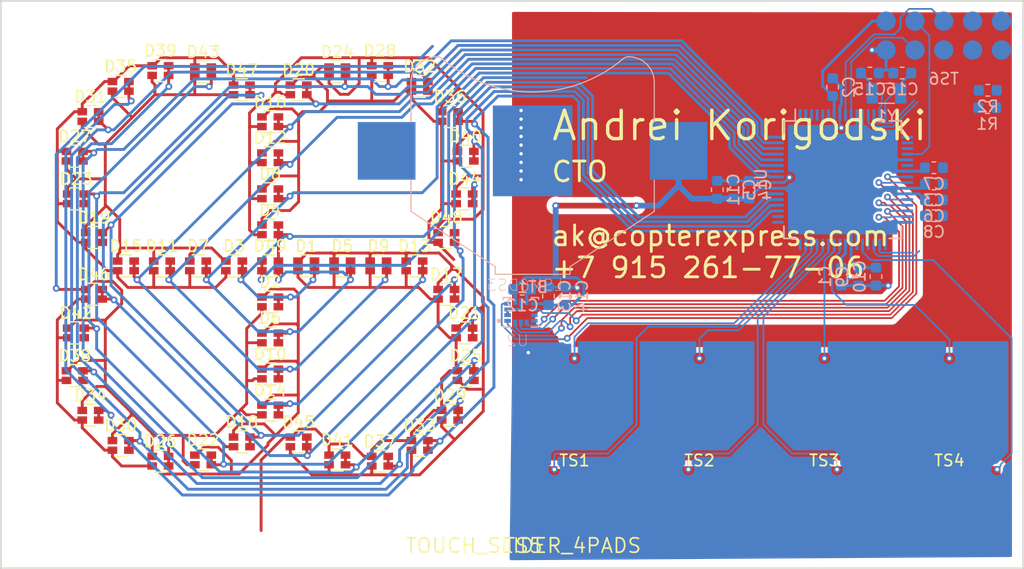
<source format=kicad_pcb>
(kicad_pcb (version 20171130) (host pcbnew 5.0.2+dfsg1-1~bpo9+1)
  (layers (0 F.Cu signal) (31 B.Cu signal) (34 B.Paste user hide) (35 F.Paste user hide) (36 B.SilkS user hide) (37 F.SilkS user) (38 B.Mask user) (39 F.Mask user) (44 Edge.Cuts user))
  (net 0 "")
  (net 1 LED_K0)
  (net 2 LED_K1)
  (net 3 LED_A0)
  (net 4 LED_K3)
  (net 5 LED_K2)
  (net 6 LED_K4)
  (net 7 LED_K5)
  (net 8 LED_K7)
  (net 9 LED_K6)
  (net 10 LED_K8)
  (net 11 LED_A1)
  (net 12 LED_A2)
  (net 13 LED_A3)
  (net 14 LED_A4)
  (net 15 LED_A5)
  (net 16 LED_A6)
  (net 17 LED_A7)
  (net 18 LED_A8)
  (net 19 VDD)
  (net 20 GND)
  (net 21 N$7)
  (net 22 N$6)
  (net 23 N$13)
  (net 24 N$14)
  (net 25 N$5)
  (net 26 N$19)
  (net 27 N$20)
  (net 28 N$16)
  (net 29 N$15)
  (net 30 N$17)
  (net 31 N$18)
  (net 32 N$12)
  (net 33 N$11)
  (net 34 TOUCH_PAD0)
  (net 35 N$1)
  (net 36 TOUCH_PAD1)
  (net 37 TOUCH_PAD2)
  (net 38 TOUCH_PAD3)
  (net 39 N$21)
  (net 40 N$22)
  (net 41 N$23)
  (net 42 N$8)
  (net 43 N$10)
  (net 44 N$9)
  (net 45 LED_K9)
  (net 46 LED_K10)
  (net 47 LED_K11)
  (net 48 N$4)
  (net 49 LFXTAL_P)
  (net 50 LFXTAL_N)
  (module footprints:LED_DUAL_0606 (layer F.Cu) (at 126.884 103.351)
    (fp_text reference D1 (at 0 -1.75) (layer F.SilkS))
    (fp_text value LED_Dual_AACC)
    (pad 3 smd rect (at 0.725 -0.425) (size 0.85 0.65) (layers F.Cu F.Paste F.Mask) (net 1 LED_K0))
    (pad 4 smd rect (at 0.725 0.425) (size 0.85 0.65) (layers F.Cu F.Paste F.Mask) (net 1 LED_K0))
    (pad 2 smd rect (at -0.725 0.425) (size 0.85 0.65) (layers F.Cu F.Paste F.Mask) (net 11 LED_A1))
    (pad 1 smd rect (at -0.725 -0.425) (size 0.85 0.65) (layers F.Cu F.Paste F.Mask) (net 3 LED_A0))
  )
  (module footprints:LED_DUAL_0606 (layer F.Cu) (at 123.709 106.526)
    (fp_text reference D2 (at 0 -1.75) (layer F.SilkS))
    (fp_text value LED_Dual_AACC)
    (pad 3 smd rect (at 0.725 -0.425) (size 0.85 0.65) (layers F.Cu F.Paste F.Mask) (net 1 LED_K0))
    (pad 4 smd rect (at 0.725 0.425) (size 0.85 0.65) (layers F.Cu F.Paste F.Mask) (net 1 LED_K0))
    (pad 2 smd rect (at -0.725 0.425) (size 0.85 0.65) (layers F.Cu F.Paste F.Mask) (net 13 LED_A3))
    (pad 1 smd rect (at -0.725 -0.425) (size 0.85 0.65) (layers F.Cu F.Paste F.Mask) (net 12 LED_A2))
  )
  (module footprints:LED_DUAL_0606 (layer F.Cu) (at 120.534 103.351)
    (fp_text reference D3 (at 0 -1.75) (layer F.SilkS))
    (fp_text value LED_Dual_AACC)
    (pad 3 smd rect (at 0.725 -0.425) (size 0.85 0.65) (layers F.Cu F.Paste F.Mask) (net 1 LED_K0))
    (pad 4 smd rect (at 0.725 0.425) (size 0.85 0.65) (layers F.Cu F.Paste F.Mask) (net 1 LED_K0))
    (pad 2 smd rect (at -0.725 0.425) (size 0.85 0.65) (layers F.Cu F.Paste F.Mask) (net 15 LED_A5))
    (pad 1 smd rect (at -0.725 -0.425) (size 0.85 0.65) (layers F.Cu F.Paste F.Mask) (net 14 LED_A4))
  )
  (module footprints:LED_DUAL_0606 (layer F.Cu) (at 123.709 100.176)
    (fp_text reference D4 (at 0 -1.75) (layer F.SilkS))
    (fp_text value LED_Dual_AACC)
    (pad 3 smd rect (at 0.725 -0.425) (size 0.85 0.65) (layers F.Cu F.Paste F.Mask) (net 1 LED_K0))
    (pad 4 smd rect (at 0.725 0.425) (size 0.85 0.65) (layers F.Cu F.Paste F.Mask) (net 1 LED_K0))
    (pad 2 smd rect (at -0.725 0.425) (size 0.85 0.65) (layers F.Cu F.Paste F.Mask) (net 17 LED_A7))
    (pad 1 smd rect (at -0.725 -0.425) (size 0.85 0.65) (layers F.Cu F.Paste F.Mask) (net 16 LED_A6))
  )
  (module footprints:LED_DUAL_0606 (layer F.Cu) (at 130.059 103.351)
    (fp_text reference D5 (at 0 -1.75) (layer F.SilkS))
    (fp_text value LED_Dual_AACC)
    (pad 3 smd rect (at 0.725 -0.425) (size 0.85 0.65) (layers F.Cu F.Paste F.Mask) (net 2 LED_K1))
    (pad 4 smd rect (at 0.725 0.425) (size 0.85 0.65) (layers F.Cu F.Paste F.Mask) (net 2 LED_K1))
    (pad 2 smd rect (at -0.725 0.425) (size 0.85 0.65) (layers F.Cu F.Paste F.Mask) (net 11 LED_A1))
    (pad 1 smd rect (at -0.725 -0.425) (size 0.85 0.65) (layers F.Cu F.Paste F.Mask) (net 3 LED_A0))
  )
  (module footprints:LED_DUAL_0606 (layer F.Cu) (at 123.709 109.701)
    (fp_text reference D6 (at 0 -1.75) (layer F.SilkS))
    (fp_text value LED_Dual_AACC)
    (pad 3 smd rect (at 0.725 -0.425) (size 0.85 0.65) (layers F.Cu F.Paste F.Mask) (net 2 LED_K1))
    (pad 4 smd rect (at 0.725 0.425) (size 0.85 0.65) (layers F.Cu F.Paste F.Mask) (net 2 LED_K1))
    (pad 2 smd rect (at -0.725 0.425) (size 0.85 0.65) (layers F.Cu F.Paste F.Mask) (net 13 LED_A3))
    (pad 1 smd rect (at -0.725 -0.425) (size 0.85 0.65) (layers F.Cu F.Paste F.Mask) (net 12 LED_A2))
  )
  (module footprints:LED_DUAL_0606 (layer F.Cu) (at 117.359 103.351)
    (fp_text reference D7 (at 0 -1.75) (layer F.SilkS))
    (fp_text value LED_Dual_AACC)
    (pad 3 smd rect (at 0.725 -0.425) (size 0.85 0.65) (layers F.Cu F.Paste F.Mask) (net 2 LED_K1))
    (pad 4 smd rect (at 0.725 0.425) (size 0.85 0.65) (layers F.Cu F.Paste F.Mask) (net 2 LED_K1))
    (pad 2 smd rect (at -0.725 0.425) (size 0.85 0.65) (layers F.Cu F.Paste F.Mask) (net 15 LED_A5))
    (pad 1 smd rect (at -0.725 -0.425) (size 0.85 0.65) (layers F.Cu F.Paste F.Mask) (net 14 LED_A4))
  )
  (module footprints:LED_DUAL_0606 (layer F.Cu) (at 123.709 97.001)
    (fp_text reference D8 (at 0 -1.75) (layer F.SilkS))
    (fp_text value LED_Dual_AACC)
    (pad 3 smd rect (at 0.725 -0.425) (size 0.85 0.65) (layers F.Cu F.Paste F.Mask) (net 2 LED_K1))
    (pad 4 smd rect (at 0.725 0.425) (size 0.85 0.65) (layers F.Cu F.Paste F.Mask) (net 2 LED_K1))
    (pad 2 smd rect (at -0.725 0.425) (size 0.85 0.65) (layers F.Cu F.Paste F.Mask) (net 17 LED_A7))
    (pad 1 smd rect (at -0.725 -0.425) (size 0.85 0.65) (layers F.Cu F.Paste F.Mask) (net 16 LED_A6))
  )
  (module footprints:LED_DUAL_0606 (layer F.Cu) (at 133.234 103.351)
    (fp_text reference D9 (at 0 -1.75) (layer F.SilkS))
    (fp_text value LED_Dual_AACC)
    (pad 3 smd rect (at 0.725 -0.425) (size 0.85 0.65) (layers F.Cu F.Paste F.Mask) (net 5 LED_K2))
    (pad 4 smd rect (at 0.725 0.425) (size 0.85 0.65) (layers F.Cu F.Paste F.Mask) (net 5 LED_K2))
    (pad 2 smd rect (at -0.725 0.425) (size 0.85 0.65) (layers F.Cu F.Paste F.Mask) (net 11 LED_A1))
    (pad 1 smd rect (at -0.725 -0.425) (size 0.85 0.65) (layers F.Cu F.Paste F.Mask) (net 3 LED_A0))
  )
  (module footprints:LED_DUAL_0606 (layer F.Cu) (at 123.709 112.875999)
    (fp_text reference D10 (at 0 -1.75) (layer F.SilkS))
    (fp_text value LED_Dual_AACC)
    (pad 3 smd rect (at 0.725 -0.425) (size 0.85 0.65) (layers F.Cu F.Paste F.Mask) (net 5 LED_K2))
    (pad 4 smd rect (at 0.725 0.425) (size 0.85 0.65) (layers F.Cu F.Paste F.Mask) (net 5 LED_K2))
    (pad 2 smd rect (at -0.725 0.425) (size 0.85 0.65) (layers F.Cu F.Paste F.Mask) (net 13 LED_A3))
    (pad 1 smd rect (at -0.725 -0.425) (size 0.85 0.65) (layers F.Cu F.Paste F.Mask) (net 12 LED_A2))
  )
  (module footprints:LED_DUAL_0606 (layer F.Cu) (at 114.184 103.351)
    (fp_text reference D11 (at 0 -1.75) (layer F.SilkS))
    (fp_text value LED_Dual_AACC)
    (pad 3 smd rect (at 0.725 -0.425) (size 0.85 0.65) (layers F.Cu F.Paste F.Mask) (net 5 LED_K2))
    (pad 4 smd rect (at 0.725 0.425) (size 0.85 0.65) (layers F.Cu F.Paste F.Mask) (net 5 LED_K2))
    (pad 2 smd rect (at -0.725 0.425) (size 0.85 0.65) (layers F.Cu F.Paste F.Mask) (net 15 LED_A5))
    (pad 1 smd rect (at -0.725 -0.425) (size 0.85 0.65) (layers F.Cu F.Paste F.Mask) (net 14 LED_A4))
  )
  (module footprints:LED_DUAL_0606 (layer F.Cu) (at 123.709 93.826)
    (fp_text reference D12 (at 0 -1.75) (layer F.SilkS))
    (fp_text value LED_Dual_AACC)
    (pad 3 smd rect (at 0.725 -0.425) (size 0.85 0.65) (layers F.Cu F.Paste F.Mask) (net 5 LED_K2))
    (pad 4 smd rect (at 0.725 0.425) (size 0.85 0.65) (layers F.Cu F.Paste F.Mask) (net 5 LED_K2))
    (pad 2 smd rect (at -0.725 0.425) (size 0.85 0.65) (layers F.Cu F.Paste F.Mask) (net 17 LED_A7))
    (pad 1 smd rect (at -0.725 -0.425) (size 0.85 0.65) (layers F.Cu F.Paste F.Mask) (net 16 LED_A6))
  )
  (module footprints:LED_DUAL_0606 (layer F.Cu) (at 136.409 103.351)
    (fp_text reference D13 (at 0 -1.75) (layer F.SilkS))
    (fp_text value LED_Dual_AACC)
    (pad 3 smd rect (at 0.725 -0.425) (size 0.85 0.65) (layers F.Cu F.Paste F.Mask) (net 4 LED_K3))
    (pad 4 smd rect (at 0.725 0.425) (size 0.85 0.65) (layers F.Cu F.Paste F.Mask) (net 4 LED_K3))
    (pad 2 smd rect (at -0.725 0.425) (size 0.85 0.65) (layers F.Cu F.Paste F.Mask) (net 11 LED_A1))
    (pad 1 smd rect (at -0.725 -0.425) (size 0.85 0.65) (layers F.Cu F.Paste F.Mask) (net 3 LED_A0))
  )
  (module footprints:LED_DUAL_0606 (layer F.Cu) (at 123.709 116.051)
    (fp_text reference D14 (at 0 -1.75) (layer F.SilkS))
    (fp_text value LED_Dual_AACC)
    (pad 3 smd rect (at 0.725 -0.425) (size 0.85 0.65) (layers F.Cu F.Paste F.Mask) (net 4 LED_K3))
    (pad 4 smd rect (at 0.725 0.425) (size 0.85 0.65) (layers F.Cu F.Paste F.Mask) (net 4 LED_K3))
    (pad 2 smd rect (at -0.725 0.425) (size 0.85 0.65) (layers F.Cu F.Paste F.Mask) (net 13 LED_A3))
    (pad 1 smd rect (at -0.725 -0.425) (size 0.85 0.65) (layers F.Cu F.Paste F.Mask) (net 12 LED_A2))
  )
  (module footprints:LED_DUAL_0606 (layer F.Cu) (at 111.009 103.351)
    (fp_text reference D15 (at 0 -1.75) (layer F.SilkS))
    (fp_text value LED_Dual_AACC)
    (pad 3 smd rect (at 0.725 -0.425) (size 0.85 0.65) (layers F.Cu F.Paste F.Mask) (net 4 LED_K3))
    (pad 4 smd rect (at 0.725 0.425) (size 0.85 0.65) (layers F.Cu F.Paste F.Mask) (net 4 LED_K3))
    (pad 2 smd rect (at -0.725 0.425) (size 0.85 0.65) (layers F.Cu F.Paste F.Mask) (net 15 LED_A5))
    (pad 1 smd rect (at -0.725 -0.425) (size 0.85 0.65) (layers F.Cu F.Paste F.Mask) (net 14 LED_A4))
  )
  (module footprints:LED_DUAL_0606 (layer F.Cu) (at 123.709 90.651)
    (fp_text reference D16 (at 0 -1.75) (layer F.SilkS))
    (fp_text value LED_Dual_AACC)
    (pad 3 smd rect (at 0.725 -0.425) (size 0.85 0.65) (layers F.Cu F.Paste F.Mask) (net 4 LED_K3))
    (pad 4 smd rect (at 0.725 0.425) (size 0.85 0.65) (layers F.Cu F.Paste F.Mask) (net 4 LED_K3))
    (pad 2 smd rect (at -0.725 0.425) (size 0.85 0.65) (layers F.Cu F.Paste F.Mask) (net 17 LED_A7))
    (pad 1 smd rect (at -0.725 -0.425) (size 0.85 0.65) (layers F.Cu F.Paste F.Mask) (net 16 LED_A6))
  )
  (module footprints:LED_DUAL_0606 (layer F.Cu) (at 139.217852 105.850666)
    (fp_text reference D17 (at 0 -1.75) (layer F.SilkS))
    (fp_text value LED_Dual_AACC)
    (pad 3 smd rect (at 0.725 -0.425) (size 0.85 0.65) (layers F.Cu F.Paste F.Mask) (net 6 LED_K4))
    (pad 4 smd rect (at 0.725 0.425) (size 0.85 0.65) (layers F.Cu F.Paste F.Mask) (net 6 LED_K4))
    (pad 2 smd rect (at -0.725 0.425) (size 0.85 0.65) (layers F.Cu F.Paste F.Mask) (net 11 LED_A1))
    (pad 1 smd rect (at -0.725 -0.425) (size 0.85 0.65) (layers F.Cu F.Paste F.Mask) (net 3 LED_A0))
  )
  (module footprints:LED_DUAL_0606 (layer F.Cu) (at 121.209333 118.859852)
    (fp_text reference D18 (at 0 -1.75) (layer F.SilkS))
    (fp_text value LED_Dual_AACC)
    (pad 3 smd rect (at 0.725 -0.425) (size 0.85 0.65) (layers F.Cu F.Paste F.Mask) (net 6 LED_K4))
    (pad 4 smd rect (at 0.725 0.425) (size 0.85 0.65) (layers F.Cu F.Paste F.Mask) (net 6 LED_K4))
    (pad 2 smd rect (at -0.725 0.425) (size 0.85 0.65) (layers F.Cu F.Paste F.Mask) (net 13 LED_A3))
    (pad 1 smd rect (at -0.725 -0.425) (size 0.85 0.65) (layers F.Cu F.Paste F.Mask) (net 12 LED_A2))
  )
  (module footprints:LED_DUAL_0606 (layer F.Cu) (at 108.200147 100.851333)
    (fp_text reference D19 (at 0 -1.75) (layer F.SilkS))
    (fp_text value LED_Dual_AACC)
    (pad 3 smd rect (at 0.725 -0.425) (size 0.85 0.65) (layers F.Cu F.Paste F.Mask) (net 6 LED_K4))
    (pad 4 smd rect (at 0.725 0.425) (size 0.85 0.65) (layers F.Cu F.Paste F.Mask) (net 6 LED_K4))
    (pad 2 smd rect (at -0.725 0.425) (size 0.85 0.65) (layers F.Cu F.Paste F.Mask) (net 15 LED_A5))
    (pad 1 smd rect (at -0.725 -0.425) (size 0.85 0.65) (layers F.Cu F.Paste F.Mask) (net 14 LED_A4))
  )
  (module footprints:LED_DUAL_0606 (layer F.Cu) (at 126.208666 87.842147)
    (fp_text reference D20 (at 0 -1.75) (layer F.SilkS))
    (fp_text value LED_Dual_AACC)
    (pad 3 smd rect (at 0.725 -0.425) (size 0.85 0.65) (layers F.Cu F.Paste F.Mask) (net 6 LED_K4))
    (pad 4 smd rect (at 0.725 0.425) (size 0.85 0.65) (layers F.Cu F.Paste F.Mask) (net 6 LED_K4))
    (pad 2 smd rect (at -0.725 0.425) (size 0.85 0.65) (layers F.Cu F.Paste F.Mask) (net 17 LED_A7))
    (pad 1 smd rect (at -0.725 -0.425) (size 0.85 0.65) (layers F.Cu F.Paste F.Mask) (net 16 LED_A6))
  )
  (module footprints:LED_DUAL_0606 (layer F.Cu) (at 140.806919 109.258431)
    (fp_text reference D21 (at 0 -1.75) (layer F.SilkS))
    (fp_text value LED_Dual_AACC)
    (pad 3 smd rect (at 0.725 -0.425) (size 0.85 0.65) (layers F.Cu F.Paste F.Mask) (net 7 LED_K5))
    (pad 4 smd rect (at 0.725 0.425) (size 0.85 0.65) (layers F.Cu F.Paste F.Mask) (net 7 LED_K5))
    (pad 2 smd rect (at -0.725 0.425) (size 0.85 0.65) (layers F.Cu F.Paste F.Mask) (net 11 LED_A1))
    (pad 1 smd rect (at -0.725 -0.425) (size 0.85 0.65) (layers F.Cu F.Paste F.Mask) (net 3 LED_A0))
  )
  (module footprints:LED_DUAL_0606 (layer F.Cu) (at 117.801568 120.448919)
    (fp_text reference D22 (at 0 -1.75) (layer F.SilkS))
    (fp_text value LED_Dual_AACC)
    (pad 3 smd rect (at 0.725 -0.425) (size 0.85 0.65) (layers F.Cu F.Paste F.Mask) (net 7 LED_K5))
    (pad 4 smd rect (at 0.725 0.425) (size 0.85 0.65) (layers F.Cu F.Paste F.Mask) (net 7 LED_K5))
    (pad 2 smd rect (at -0.725 0.425) (size 0.85 0.65) (layers F.Cu F.Paste F.Mask) (net 13 LED_A3))
    (pad 1 smd rect (at -0.725 -0.425) (size 0.85 0.65) (layers F.Cu F.Paste F.Mask) (net 12 LED_A2))
  )
  (module footprints:LED_DUAL_0606 (layer F.Cu) (at 106.61108 97.443568)
    (fp_text reference D23 (at 0 -1.75) (layer F.SilkS))
    (fp_text value LED_Dual_AACC)
    (pad 3 smd rect (at 0.725 -0.425) (size 0.85 0.65) (layers F.Cu F.Paste F.Mask) (net 7 LED_K5))
    (pad 4 smd rect (at 0.725 0.425) (size 0.85 0.65) (layers F.Cu F.Paste F.Mask) (net 7 LED_K5))
    (pad 2 smd rect (at -0.725 0.425) (size 0.85 0.65) (layers F.Cu F.Paste F.Mask) (net 15 LED_A5))
    (pad 1 smd rect (at -0.725 -0.425) (size 0.85 0.65) (layers F.Cu F.Paste F.Mask) (net 14 LED_A4))
  )
  (module footprints:LED_DUAL_0606 (layer F.Cu) (at 129.616431 86.25308)
    (fp_text reference D24 (at 0 -1.75) (layer F.SilkS))
    (fp_text value LED_Dual_AACC)
    (pad 3 smd rect (at 0.725 -0.425) (size 0.85 0.65) (layers F.Cu F.Paste F.Mask) (net 7 LED_K5))
    (pad 4 smd rect (at 0.725 0.425) (size 0.85 0.65) (layers F.Cu F.Paste F.Mask) (net 7 LED_K5))
    (pad 2 smd rect (at -0.725 0.425) (size 0.85 0.65) (layers F.Cu F.Paste F.Mask) (net 17 LED_A7))
    (pad 1 smd rect (at -0.725 -0.425) (size 0.85 0.65) (layers F.Cu F.Paste F.Mask) (net 16 LED_A6))
  )
  (module footprints:LED_DUAL_0606 (layer F.Cu) (at 140.916279 113.016892)
    (fp_text reference D25 (at 0 -1.75) (layer F.SilkS))
    (fp_text value LED_Dual_AACC)
    (pad 3 smd rect (at 0.725 -0.425) (size 0.85 0.65) (layers F.Cu F.Paste F.Mask) (net 9 LED_K6))
    (pad 4 smd rect (at 0.725 0.425) (size 0.85 0.65) (layers F.Cu F.Paste F.Mask) (net 9 LED_K6))
    (pad 2 smd rect (at -0.725 0.425) (size 0.85 0.65) (layers F.Cu F.Paste F.Mask) (net 3 LED_A0))
    (pad 1 smd rect (at -0.725 -0.425) (size 0.85 0.65) (layers F.Cu F.Paste F.Mask) (net 11 LED_A1))
  )
  (module footprints:LED_DUAL_0606 (layer F.Cu) (at 114.043107 120.558279)
    (fp_text reference D26 (at 0 -1.75) (layer F.SilkS))
    (fp_text value LED_Dual_AACC)
    (pad 3 smd rect (at 0.725 -0.425) (size 0.85 0.65) (layers F.Cu F.Paste F.Mask) (net 9 LED_K6))
    (pad 4 smd rect (at 0.725 0.425) (size 0.85 0.65) (layers F.Cu F.Paste F.Mask) (net 9 LED_K6))
    (pad 2 smd rect (at -0.725 0.425) (size 0.85 0.65) (layers F.Cu F.Paste F.Mask) (net 12 LED_A2))
    (pad 1 smd rect (at -0.725 -0.425) (size 0.85 0.65) (layers F.Cu F.Paste F.Mask) (net 13 LED_A3))
  )
  (module footprints:LED_DUAL_0606 (layer F.Cu) (at 106.50172 93.685107)
    (fp_text reference D27 (at 0 -1.75) (layer F.SilkS))
    (fp_text value LED_Dual_AACC)
    (pad 3 smd rect (at 0.725 -0.425) (size 0.85 0.65) (layers F.Cu F.Paste F.Mask) (net 9 LED_K6))
    (pad 4 smd rect (at 0.725 0.425) (size 0.85 0.65) (layers F.Cu F.Paste F.Mask) (net 9 LED_K6))
    (pad 2 smd rect (at -0.725 0.425) (size 0.85 0.65) (layers F.Cu F.Paste F.Mask) (net 14 LED_A4))
    (pad 1 smd rect (at -0.725 -0.425) (size 0.85 0.65) (layers F.Cu F.Paste F.Mask) (net 15 LED_A5))
  )
  (module footprints:LED_DUAL_0606 (layer F.Cu) (at 133.374892 86.14372)
    (fp_text reference D28 (at 0 -1.75) (layer F.SilkS))
    (fp_text value LED_Dual_AACC)
    (pad 3 smd rect (at 0.725 -0.425) (size 0.85 0.65) (layers F.Cu F.Paste F.Mask) (net 9 LED_K6))
    (pad 4 smd rect (at 0.725 0.425) (size 0.85 0.65) (layers F.Cu F.Paste F.Mask) (net 9 LED_K6))
    (pad 2 smd rect (at -0.725 0.425) (size 0.85 0.65) (layers F.Cu F.Paste F.Mask) (net 16 LED_A6))
    (pad 1 smd rect (at -0.725 -0.425) (size 0.85 0.65) (layers F.Cu F.Paste F.Mask) (net 17 LED_A7))
  )
  (module footprints:LED_DUAL_0606 (layer F.Cu) (at 139.528045 116.511287)
    (fp_text reference D29 (at 0 -1.75) (layer F.SilkS))
    (fp_text value LED_Dual_AACC)
    (pad 3 smd rect (at 0.725 -0.425) (size 0.85 0.65) (layers F.Cu F.Paste F.Mask) (net 8 LED_K7))
    (pad 4 smd rect (at 0.725 0.425) (size 0.85 0.65) (layers F.Cu F.Paste F.Mask) (net 8 LED_K7))
    (pad 2 smd rect (at -0.725 0.425) (size 0.85 0.65) (layers F.Cu F.Paste F.Mask) (net 3 LED_A0))
    (pad 1 smd rect (at -0.725 -0.425) (size 0.85 0.65) (layers F.Cu F.Paste F.Mask) (net 11 LED_A1))
  )
  (module footprints:LED_DUAL_0606 (layer F.Cu) (at 110.548712 119.170045)
    (fp_text reference D30 (at 0 -1.75) (layer F.SilkS))
    (fp_text value LED_Dual_AACC)
    (pad 3 smd rect (at 0.725 -0.425) (size 0.85 0.65) (layers F.Cu F.Paste F.Mask) (net 8 LED_K7))
    (pad 4 smd rect (at 0.725 0.425) (size 0.85 0.65) (layers F.Cu F.Paste F.Mask) (net 8 LED_K7))
    (pad 2 smd rect (at -0.725 0.425) (size 0.85 0.65) (layers F.Cu F.Paste F.Mask) (net 12 LED_A2))
    (pad 1 smd rect (at -0.725 -0.425) (size 0.85 0.65) (layers F.Cu F.Paste F.Mask) (net 13 LED_A3))
  )
  (module footprints:LED_DUAL_0606 (layer F.Cu) (at 107.889954 90.190712)
    (fp_text reference D31 (at 0 -1.75) (layer F.SilkS))
    (fp_text value LED_Dual_AACC)
    (pad 3 smd rect (at 0.725 -0.425) (size 0.85 0.65) (layers F.Cu F.Paste F.Mask) (net 8 LED_K7))
    (pad 4 smd rect (at 0.725 0.425) (size 0.85 0.65) (layers F.Cu F.Paste F.Mask) (net 8 LED_K7))
    (pad 2 smd rect (at -0.725 0.425) (size 0.85 0.65) (layers F.Cu F.Paste F.Mask) (net 14 LED_A4))
    (pad 1 smd rect (at -0.725 -0.425) (size 0.85 0.65) (layers F.Cu F.Paste F.Mask) (net 15 LED_A5))
  )
  (module footprints:LED_DUAL_0606 (layer F.Cu) (at 136.869287 87.531954)
    (fp_text reference D32 (at 0 -1.75) (layer F.SilkS))
    (fp_text value LED_Dual_AACC)
    (pad 3 smd rect (at 0.725 -0.425) (size 0.85 0.65) (layers F.Cu F.Paste F.Mask) (net 8 LED_K7))
    (pad 4 smd rect (at 0.725 0.425) (size 0.85 0.65) (layers F.Cu F.Paste F.Mask) (net 8 LED_K7))
    (pad 2 smd rect (at -0.725 0.425) (size 0.85 0.65) (layers F.Cu F.Paste F.Mask) (net 16 LED_A6))
    (pad 1 smd rect (at -0.725 -0.425) (size 0.85 0.65) (layers F.Cu F.Paste F.Mask) (net 17 LED_A7))
  )
  (module footprints:LED_DUAL_0606 (layer F.Cu) (at 136.869287 119.170045)
    (fp_text reference D33 (at 0 -1.75) (layer F.SilkS))
    (fp_text value LED_Dual_AACC)
    (pad 3 smd rect (at 0.725 -0.425) (size 0.85 0.65) (layers F.Cu F.Paste F.Mask) (net 10 LED_K8))
    (pad 4 smd rect (at 0.725 0.425) (size 0.85 0.65) (layers F.Cu F.Paste F.Mask) (net 10 LED_K8))
    (pad 2 smd rect (at -0.725 0.425) (size 0.85 0.65) (layers F.Cu F.Paste F.Mask) (net 3 LED_A0))
    (pad 1 smd rect (at -0.725 -0.425) (size 0.85 0.65) (layers F.Cu F.Paste F.Mask) (net 11 LED_A1))
  )
  (module footprints:LED_DUAL_0606 (layer F.Cu) (at 107.889954 116.511287)
    (fp_text reference D34 (at 0 -1.75) (layer F.SilkS))
    (fp_text value LED_Dual_AACC)
    (pad 3 smd rect (at 0.725 -0.425) (size 0.85 0.65) (layers F.Cu F.Paste F.Mask) (net 10 LED_K8))
    (pad 4 smd rect (at 0.725 0.425) (size 0.85 0.65) (layers F.Cu F.Paste F.Mask) (net 10 LED_K8))
    (pad 2 smd rect (at -0.725 0.425) (size 0.85 0.65) (layers F.Cu F.Paste F.Mask) (net 12 LED_A2))
    (pad 1 smd rect (at -0.725 -0.425) (size 0.85 0.65) (layers F.Cu F.Paste F.Mask) (net 13 LED_A3))
  )
  (module footprints:LED_DUAL_0606 (layer F.Cu) (at 110.548712 87.531954)
    (fp_text reference D35 (at 0 -1.75) (layer F.SilkS))
    (fp_text value LED_Dual_AACC)
    (pad 3 smd rect (at 0.725 -0.425) (size 0.85 0.65) (layers F.Cu F.Paste F.Mask) (net 10 LED_K8))
    (pad 4 smd rect (at 0.725 0.425) (size 0.85 0.65) (layers F.Cu F.Paste F.Mask) (net 10 LED_K8))
    (pad 2 smd rect (at -0.725 0.425) (size 0.85 0.65) (layers F.Cu F.Paste F.Mask) (net 14 LED_A4))
    (pad 1 smd rect (at -0.725 -0.425) (size 0.85 0.65) (layers F.Cu F.Paste F.Mask) (net 15 LED_A5))
  )
  (module footprints:LED_DUAL_0606 (layer F.Cu) (at 139.528045 90.190712)
    (fp_text reference D36 (at 0 -1.75) (layer F.SilkS))
    (fp_text value LED_Dual_AACC)
    (pad 3 smd rect (at 0.725 -0.425) (size 0.85 0.65) (layers F.Cu F.Paste F.Mask) (net 10 LED_K8))
    (pad 4 smd rect (at 0.725 0.425) (size 0.85 0.65) (layers F.Cu F.Paste F.Mask) (net 10 LED_K8))
    (pad 2 smd rect (at -0.725 0.425) (size 0.85 0.65) (layers F.Cu F.Paste F.Mask) (net 16 LED_A6))
    (pad 1 smd rect (at -0.725 -0.425) (size 0.85 0.65) (layers F.Cu F.Paste F.Mask) (net 17 LED_A7))
  )
  (module footprints:LED_DUAL_0606 (layer F.Cu) (at 133.374892 120.558279)
    (fp_text reference D37 (at 0 -1.75) (layer F.SilkS))
    (fp_text value LED_Dual_AACC)
    (pad 3 smd rect (at 0.725 -0.425) (size 0.85 0.65) (layers F.Cu F.Paste F.Mask) (net 45 LED_K9))
    (pad 4 smd rect (at 0.725 0.425) (size 0.85 0.65) (layers F.Cu F.Paste F.Mask) (net 45 LED_K9))
    (pad 2 smd rect (at -0.725 0.425) (size 0.85 0.65) (layers F.Cu F.Paste F.Mask) (net 3 LED_A0))
    (pad 1 smd rect (at -0.725 -0.425) (size 0.85 0.65) (layers F.Cu F.Paste F.Mask) (net 11 LED_A1))
  )
  (module footprints:LED_DUAL_0606 (layer F.Cu) (at 106.50172 113.016892)
    (fp_text reference D38 (at 0 -1.75) (layer F.SilkS))
    (fp_text value LED_Dual_AACC)
    (pad 3 smd rect (at 0.725 -0.425) (size 0.85 0.65) (layers F.Cu F.Paste F.Mask) (net 45 LED_K9))
    (pad 4 smd rect (at 0.725 0.425) (size 0.85 0.65) (layers F.Cu F.Paste F.Mask) (net 45 LED_K9))
    (pad 2 smd rect (at -0.725 0.425) (size 0.85 0.65) (layers F.Cu F.Paste F.Mask) (net 12 LED_A2))
    (pad 1 smd rect (at -0.725 -0.425) (size 0.85 0.65) (layers F.Cu F.Paste F.Mask) (net 13 LED_A3))
  )
  (module footprints:LED_DUAL_0606 (layer F.Cu) (at 114.043107 86.14372)
    (fp_text reference D39 (at 0 -1.75) (layer F.SilkS))
    (fp_text value LED_Dual_AACC)
    (pad 3 smd rect (at 0.725 -0.425) (size 0.85 0.65) (layers F.Cu F.Paste F.Mask) (net 45 LED_K9))
    (pad 4 smd rect (at 0.725 0.425) (size 0.85 0.65) (layers F.Cu F.Paste F.Mask) (net 45 LED_K9))
    (pad 2 smd rect (at -0.725 0.425) (size 0.85 0.65) (layers F.Cu F.Paste F.Mask) (net 14 LED_A4))
    (pad 1 smd rect (at -0.725 -0.425) (size 0.85 0.65) (layers F.Cu F.Paste F.Mask) (net 15 LED_A5))
  )
  (module footprints:LED_DUAL_0606 (layer F.Cu) (at 140.916279 93.685107)
    (fp_text reference D40 (at 0 -1.75) (layer F.SilkS))
    (fp_text value LED_Dual_AACC)
    (pad 3 smd rect (at 0.725 -0.425) (size 0.85 0.65) (layers F.Cu F.Paste F.Mask) (net 45 LED_K9))
    (pad 4 smd rect (at 0.725 0.425) (size 0.85 0.65) (layers F.Cu F.Paste F.Mask) (net 45 LED_K9))
    (pad 2 smd rect (at -0.725 0.425) (size 0.85 0.65) (layers F.Cu F.Paste F.Mask) (net 16 LED_A6))
    (pad 1 smd rect (at -0.725 -0.425) (size 0.85 0.65) (layers F.Cu F.Paste F.Mask) (net 17 LED_A7))
  )
  (module footprints:LED_DUAL_0606 (layer F.Cu) (at 129.616431 120.448919)
    (fp_text reference D41 (at 0 -1.75) (layer F.SilkS))
    (fp_text value LED_Dual_AACC)
    (pad 3 smd rect (at 0.725 -0.425) (size 0.85 0.65) (layers F.Cu F.Paste F.Mask) (net 46 LED_K10))
    (pad 4 smd rect (at 0.725 0.425) (size 0.85 0.65) (layers F.Cu F.Paste F.Mask) (net 46 LED_K10))
    (pad 2 smd rect (at -0.725 0.425) (size 0.85 0.65) (layers F.Cu F.Paste F.Mask) (net 3 LED_A0))
    (pad 1 smd rect (at -0.725 -0.425) (size 0.85 0.65) (layers F.Cu F.Paste F.Mask) (net 11 LED_A1))
  )
  (module footprints:LED_DUAL_0606 (layer F.Cu) (at 106.61108 109.258431)
    (fp_text reference D42 (at 0 -1.75) (layer F.SilkS))
    (fp_text value LED_Dual_AACC)
    (pad 3 smd rect (at 0.725 -0.425) (size 0.85 0.65) (layers F.Cu F.Paste F.Mask) (net 46 LED_K10))
    (pad 4 smd rect (at 0.725 0.425) (size 0.85 0.65) (layers F.Cu F.Paste F.Mask) (net 46 LED_K10))
    (pad 2 smd rect (at -0.725 0.425) (size 0.85 0.65) (layers F.Cu F.Paste F.Mask) (net 12 LED_A2))
    (pad 1 smd rect (at -0.725 -0.425) (size 0.85 0.65) (layers F.Cu F.Paste F.Mask) (net 13 LED_A3))
  )
  (module footprints:LED_DUAL_0606 (layer F.Cu) (at 117.801568 86.25308)
    (fp_text reference D43 (at 0 -1.75) (layer F.SilkS))
    (fp_text value LED_Dual_AACC)
    (pad 3 smd rect (at 0.725 -0.425) (size 0.85 0.65) (layers F.Cu F.Paste F.Mask) (net 46 LED_K10))
    (pad 4 smd rect (at 0.725 0.425) (size 0.85 0.65) (layers F.Cu F.Paste F.Mask) (net 46 LED_K10))
    (pad 2 smd rect (at -0.725 0.425) (size 0.85 0.65) (layers F.Cu F.Paste F.Mask) (net 14 LED_A4))
    (pad 1 smd rect (at -0.725 -0.425) (size 0.85 0.65) (layers F.Cu F.Paste F.Mask) (net 15 LED_A5))
  )
  (module footprints:LED_DUAL_0606 (layer F.Cu) (at 140.806919 97.443568)
    (fp_text reference D44 (at 0 -1.75) (layer F.SilkS))
    (fp_text value LED_Dual_AACC)
    (pad 3 smd rect (at 0.725 -0.425) (size 0.85 0.65) (layers F.Cu F.Paste F.Mask) (net 46 LED_K10))
    (pad 4 smd rect (at 0.725 0.425) (size 0.85 0.65) (layers F.Cu F.Paste F.Mask) (net 46 LED_K10))
    (pad 2 smd rect (at -0.725 0.425) (size 0.85 0.65) (layers F.Cu F.Paste F.Mask) (net 16 LED_A6))
    (pad 1 smd rect (at -0.725 -0.425) (size 0.85 0.65) (layers F.Cu F.Paste F.Mask) (net 17 LED_A7))
  )
  (module footprints:LED_DUAL_0606 (layer F.Cu) (at 126.208666 118.859852)
    (fp_text reference D45 (at 0 -1.75) (layer F.SilkS))
    (fp_text value LED_Dual_AACC)
    (pad 3 smd rect (at 0.725 -0.425) (size 0.85 0.65) (layers F.Cu F.Paste F.Mask) (net 47 LED_K11))
    (pad 4 smd rect (at 0.725 0.425) (size 0.85 0.65) (layers F.Cu F.Paste F.Mask) (net 47 LED_K11))
    (pad 2 smd rect (at -0.725 0.425) (size 0.85 0.65) (layers F.Cu F.Paste F.Mask) (net 3 LED_A0))
    (pad 1 smd rect (at -0.725 -0.425) (size 0.85 0.65) (layers F.Cu F.Paste F.Mask) (net 11 LED_A1))
  )
  (module footprints:LED_DUAL_0606 (layer F.Cu) (at 108.200147 105.850666)
    (fp_text reference D46 (at 0 -1.75) (layer F.SilkS))
    (fp_text value LED_Dual_AACC)
    (pad 3 smd rect (at 0.725 -0.425) (size 0.85 0.65) (layers F.Cu F.Paste F.Mask) (net 47 LED_K11))
    (pad 4 smd rect (at 0.725 0.425) (size 0.85 0.65) (layers F.Cu F.Paste F.Mask) (net 47 LED_K11))
    (pad 2 smd rect (at -0.725 0.425) (size 0.85 0.65) (layers F.Cu F.Paste F.Mask) (net 12 LED_A2))
    (pad 1 smd rect (at -0.725 -0.425) (size 0.85 0.65) (layers F.Cu F.Paste F.Mask) (net 13 LED_A3))
  )
  (module footprints:LED_DUAL_0606 (layer F.Cu) (at 121.209333 87.842147)
    (fp_text reference D47 (at 0 -1.75) (layer F.SilkS))
    (fp_text value LED_Dual_AACC)
    (pad 3 smd rect (at 0.725 -0.425) (size 0.85 0.65) (layers F.Cu F.Paste F.Mask) (net 47 LED_K11))
    (pad 4 smd rect (at 0.725 0.425) (size 0.85 0.65) (layers F.Cu F.Paste F.Mask) (net 47 LED_K11))
    (pad 2 smd rect (at -0.725 0.425) (size 0.85 0.65) (layers F.Cu F.Paste F.Mask) (net 14 LED_A4))
    (pad 1 smd rect (at -0.725 -0.425) (size 0.85 0.65) (layers F.Cu F.Paste F.Mask) (net 15 LED_A5))
  )
  (module footprints:LED_DUAL_0606 (layer F.Cu) (at 139.217852 100.851333)
    (fp_text reference D48 (at 0 -1.75) (layer F.SilkS))
    (fp_text value LED_Dual_AACC)
    (pad 3 smd rect (at 0.725 -0.425) (size 0.85 0.65) (layers F.Cu F.Paste F.Mask) (net 47 LED_K11))
    (pad 4 smd rect (at 0.725 0.425) (size 0.85 0.65) (layers F.Cu F.Paste F.Mask) (net 47 LED_K11))
    (pad 2 smd rect (at -0.725 0.425) (size 0.85 0.65) (layers F.Cu F.Paste F.Mask) (net 16 LED_A6))
    (pad 1 smd rect (at -0.725 -0.425) (size 0.85 0.65) (layers F.Cu F.Paste F.Mask) (net 17 LED_A7))
  )
  (module footprints:LED_DUAL_0606 (layer F.Cu) (at 123.709 103.351)
    (fp_text reference D49 (at 0 -1.75) (layer F.SilkS))
    (fp_text value LED_Dual_AACC)
    (pad 3 smd rect (at 0.725 -0.425) (size 0.85 0.65) (layers F.Cu F.Paste F.Mask) (net 1 LED_K0))
    (pad 4 smd rect (at 0.725 0.425) (size 0.85 0.65) (layers F.Cu F.Paste F.Mask) (net 2 LED_K1))
    (pad 2 smd rect (at -0.725 0.425) (size 0.85 0.65) (layers F.Cu F.Paste F.Mask) (net 18 LED_A8))
    (pad 1 smd rect (at -0.725 -0.425) (size 0.85 0.65) (layers F.Cu F.Paste F.Mask) (net 18 LED_A8))
  )
  (module Resistor_SMD:R_0603_1608Metric (layer B.Cu) (at 186.8425 89.408)
    (fp_text reference R1 (at 0 1.43) (layer B.SilkS) (effects (justify mirror)))
    (fp_text value 0)
    (pad 2 smd roundrect (at 0.7875 0) (size 0.875 0.95) (layers B.Cu B.Paste B.Mask) (net 20 GND))
    (pad 1 smd roundrect (at -0.7875 0) (size 0.875 0.95) (layers B.Cu B.Paste B.Mask) (net 40 N$22))
  )
  (module Package_QFP:LQFP-64_10x10mm_P0.5mm (layer B.Cu) (at 174.10708 95.75756 270)
    (fp_text reference U1 (at 0 7.2 270) (layer B.SilkS) (effects (justify mirror)))
    (fp_text value EFM32LG232F64)
    (pad 64 smd rect (at -3.75 5.7 180) (size 1 0.25) (layers B.Cu B.Paste B.Mask) (net 8 LED_K7))
    (pad 63 smd rect (at -3.25 5.7 180) (size 1 0.25) (layers B.Cu B.Paste B.Mask) (net 9 LED_K6))
    (pad 62 smd rect (at -2.75 5.7 180) (size 1 0.25) (layers B.Cu B.Paste B.Mask) (net 7 LED_K5))
    (pad 61 smd rect (at -2.25 5.7 180) (size 1 0.25) (layers B.Cu B.Paste B.Mask) (net 6 LED_K4))
    (pad 60 smd rect (at -1.75 5.7 180) (size 1 0.25) (layers B.Cu B.Paste B.Mask) (net 4 LED_K3))
    (pad 59 smd rect (at -1.25 5.7 180) (size 1 0.25) (layers B.Cu B.Paste B.Mask) (net 5 LED_K2))
    (pad 58 smd rect (at -0.75 5.7 180) (size 1 0.25) (layers B.Cu B.Paste B.Mask) (net 2 LED_K1))
    (pad 57 smd rect (at -0.25 5.7 180) (size 1 0.25) (layers B.Cu B.Paste B.Mask) (net 1 LED_K0))
    (pad 56 smd rect (at 0.25 5.7 180) (size 1 0.25) (layers B.Cu B.Paste B.Mask) (net 20 GND))
    (pad 55 smd rect (at 0.75 5.7 180) (size 1 0.25) (layers B.Cu B.Paste B.Mask) (net 19 VDD))
    (pad 54 smd rect (at 1.25 5.7 180) (size 1 0.25) (layers B.Cu B.Paste B.Mask) (net 47 LED_K11))
    (pad 53 smd rect (at 1.75 5.7 180) (size 1 0.25) (layers B.Cu B.Paste B.Mask) (net 46 LED_K10))
    (pad 52 smd rect (at 2.25 5.7 180) (size 1 0.25) (layers B.Cu B.Paste B.Mask) (net 45 LED_K9))
    (pad 51 smd rect (at 2.75 5.7 180) (size 1 0.25) (layers B.Cu B.Paste B.Mask) (net 10 LED_K8))
    (pad 50 smd rect (at 3.25 5.7 180) (size 1 0.25) (layers B.Cu B.Paste B.Mask) (net 42 N$8))
    (pad 49 smd rect (at 3.75 5.7 180) (size 1 0.25) (layers B.Cu B.Paste B.Mask) (net 44 N$9))
    (pad 48 smd rect (at 5.7 3.75 270) (size 1 0.25) (layers B.Cu B.Paste B.Mask) (net 21 N$7))
    (pad 47 smd rect (at 5.7 3.25 270) (size 1 0.25) (layers B.Cu B.Paste B.Mask) (net 34 TOUCH_PAD0))
    (pad 46 smd rect (at 5.7 2.75 270) (size 1 0.25) (layers B.Cu B.Paste B.Mask) (net 31 N$18))
    (pad 45 smd rect (at 5.7 2.25 270) (size 1 0.25) (layers B.Cu B.Paste B.Mask) (net 36 TOUCH_PAD1))
    (pad 44 smd rect (at 5.7 1.75 270) (size 1 0.25) (layers B.Cu B.Paste B.Mask) (net 26 N$19))
    (pad 43 smd rect (at 5.7 1.25 270) (size 1 0.25) (layers B.Cu B.Paste B.Mask) (net 27 N$20))
    (pad 42 smd rect (at 5.7 0.75 270) (size 1 0.25) (layers B.Cu B.Paste B.Mask) (net 37 TOUCH_PAD2))
    (pad 41 smd rect (at 5.7 0.25 270) (size 1 0.25) (layers B.Cu B.Paste B.Mask) (net 38 TOUCH_PAD3))
    (pad 40 smd rect (at 5.7 -0.25 270) (size 1 0.25) (layers B.Cu B.Paste B.Mask) (net 35 N$1))
    (pad 39 smd rect (at 5.7 -0.75 270) (size 1 0.25) (layers B.Cu B.Paste B.Mask) (net 19 VDD))
    (pad 38 smd rect (at 5.7 -1.25 270) (size 1 0.25) (layers B.Cu B.Paste B.Mask) (net 19 VDD))
    (pad 37 smd rect (at 5.7 -1.75 270) (size 1 0.25) (layers B.Cu B.Paste B.Mask) (net 39 N$21))
    (pad 36 smd rect (at 5.7 -2.25 270) (size 1 0.25) (layers B.Cu B.Paste B.Mask) (net 19 VDD))
    (pad 35 smd rect (at 5.7 -2.75 270) (size 1 0.25) (layers B.Cu B.Paste B.Mask) (net 43 N$10))
    (pad 34 smd rect (at 5.7 -3.25 270) (size 1 0.25) (layers B.Cu B.Paste B.Mask) (net 33 N$11))
    (pad 33 smd rect (at 5.7 -3.75 270) (size 1 0.25) (layers B.Cu B.Paste B.Mask) (net 19 VDD))
    (pad 32 smd rect (at 3.75 -5.7 180) (size 1 0.25) (layers B.Cu B.Paste B.Mask) (net 19 VDD))
    (pad 31 smd rect (at 3.25 -5.7 180) (size 1 0.25) (layers B.Cu B.Paste B.Mask) (net 29 N$15))
    (pad 30 smd rect (at 2.75 -5.7 180) (size 1 0.25) (layers B.Cu B.Paste B.Mask) (net 24 N$14))
    (pad 29 smd rect (at 2.25 -5.7 180) (size 1 0.25) (layers B.Cu B.Paste B.Mask) (net 32 N$12))
    (pad 28 smd rect (at 1.75 -5.7 180) (size 1 0.25) (layers B.Cu B.Paste B.Mask) (net 23 N$13))
    (pad 27 smd rect (at 1.25 -5.7 180) (size 1 0.25) (layers B.Cu B.Paste B.Mask) (net 19 VDD))
    (pad 26 smd rect (at 0.75 -5.7 180) (size 1 0.25) (layers B.Cu B.Paste B.Mask) (net 19 VDD))
    (pad 25 smd rect (at 0.25 -5.7 180) (size 1 0.25) (layers B.Cu B.Paste B.Mask) (net 30 N$17))
    (pad 24 smd rect (at -0.25 -5.7 180) (size 1 0.25) (layers B.Cu B.Paste B.Mask) (net 28 N$16))
    (pad 23 smd rect (at -0.75 -5.7 180) (size 1 0.25) (layers B.Cu B.Paste B.Mask) (net 19 VDD))
    (pad 22 smd rect (at -1.25 -5.7 180) (size 1 0.25) (layers B.Cu B.Paste B.Mask) (net 20 GND))
    (pad 21 smd rect (at -1.75 -5.7 180) (size 1 0.25) (layers B.Cu B.Paste B.Mask) (net 19 VDD))
    (pad 20 smd rect (at -2.25 -5.7 180) (size 1 0.25) (layers B.Cu B.Paste B.Mask) (net 48 N$4))
    (pad 19 smd rect (at -2.75 -5.7 180) (size 1 0.25) (layers B.Cu B.Paste B.Mask) (net 18 LED_A8))
    (pad 18 smd rect (at -3.25 -5.7 180) (size 1 0.25) (layers B.Cu B.Paste B.Mask) (net 17 LED_A7))
    (pad 17 smd rect (at -3.75 -5.7 180) (size 1 0.25) (layers B.Cu B.Paste B.Mask) (net 16 LED_A6))
    (pad 16 smd rect (at -5.7 -3.75 270) (size 1 0.25) (layers B.Cu B.Paste B.Mask) (net 50 LFXTAL_N))
    (pad 15 smd rect (at -5.7 -3.25 270) (size 1 0.25) (layers B.Cu B.Paste B.Mask) (net 49 LFXTAL_P))
    (pad 14 smd rect (at -5.7 -2.75 270) (size 1 0.25) (layers B.Cu B.Paste B.Mask) (net 41 N$23))
    (pad 13 smd rect (at -5.7 -2.25 270) (size 1 0.25) (layers B.Cu B.Paste B.Mask) (net 40 N$22))
    (pad 12 smd rect (at -5.7 -1.75 270) (size 1 0.25) (layers B.Cu B.Paste B.Mask) (net 19 VDD))
    (pad 11 smd rect (at -5.7 -1.25 270) (size 1 0.25) (layers B.Cu B.Paste B.Mask) (net 19 VDD))
    (pad 10 smd rect (at -5.7 -0.75 270) (size 1 0.25) (layers B.Cu B.Paste B.Mask) (net 25 N$5))
    (pad 9 smd rect (at -5.7 -0.25 270) (size 1 0.25) (layers B.Cu B.Paste B.Mask) (net 22 N$6))
    (pad 8 smd rect (at -5.7 0.25 270) (size 1 0.25) (layers B.Cu B.Paste B.Mask) (net 20 GND))
    (pad 7 smd rect (at -5.7 0.75 270) (size 1 0.25) (layers B.Cu B.Paste B.Mask) (net 19 VDD))
    (pad 6 smd rect (at -5.7 1.25 270) (size 1 0.25) (layers B.Cu B.Paste B.Mask) (net 15 LED_A5))
    (pad 5 smd rect (at -5.7 1.75 270) (size 1 0.25) (layers B.Cu B.Paste B.Mask) (net 14 LED_A4))
    (pad 4 smd rect (at -5.7 2.25 270) (size 1 0.25) (layers B.Cu B.Paste B.Mask) (net 13 LED_A3))
    (pad 3 smd rect (at -5.7 2.75 270) (size 1 0.25) (layers B.Cu B.Paste B.Mask) (net 12 LED_A2))
    (pad 2 smd rect (at -5.7 3.25 270) (size 1 0.25) (layers B.Cu B.Paste B.Mask) (net 11 LED_A1))
    (pad 1 smd rect (at -5.7 3.75 270) (size 1 0.25) (layers B.Cu B.Paste B.Mask) (net 3 LED_A0))
  )
  (module Crystal:Crystal_SMD_3215-2Pin_3.2x1.5mm (layer B.Cu) (at 177.96542 88.1507)
    (fp_text reference Y1 (at 0 2) (layer B.SilkS) (effects (justify mirror)))
    (fp_text value 32768Hz)
    (pad 1 smd rect (at -1.25 0) (size 1 1.8) (layers B.Cu B.Paste B.Mask) (net 49 LFXTAL_P))
    (pad 2 smd rect (at 1.25 0) (size 1 1.8) (layers B.Cu B.Paste B.Mask) (net 50 LFXTAL_N))
  )
  (module Capacitor_SMD:C_0603_1608Metric (layer B.Cu) (at 173.99 104.2925 270)
    (fp_text reference C1 (at 0 1.43 270) (layer B.SilkS) (effects (justify mirror)))
    (fp_text value 1uF)
    (pad 2 smd roundrect (at 0.7875 0 270) (size 0.875 0.95) (layers B.Cu B.Paste B.Mask) (net 20 GND))
    (pad 1 smd roundrect (at -0.7875 0 270) (size 0.875 0.95) (layers B.Cu B.Paste B.Mask) (net 35 N$1))
  )
  (module Capacitor_SMD:C_0603_1608Metric (layer B.Cu) (at 182.1435 96.139)
    (fp_text reference C3 (at 0 1.43) (layer B.SilkS) (effects (justify mirror)))
    (fp_text value 0.1uF)
    (pad 2 smd roundrect (at 0.7875 0) (size 0.875 0.95) (layers B.Cu B.Paste B.Mask) (net 20 GND))
    (pad 1 smd roundrect (at -0.7875 0) (size 0.875 0.95) (layers B.Cu B.Paste B.Mask) (net 19 VDD))
  )
  (module Capacitor_SMD:C_0603_1608Metric (layer B.Cu) (at 165.862 96.647 90)
    (fp_text reference C4 (at 0 1.43 90) (layer B.SilkS) (effects (justify mirror)))
    (fp_text value 0.1uF)
    (pad 2 smd roundrect (at 0.7875 0 90) (size 0.875 0.95) (layers B.Cu B.Paste B.Mask) (net 20 GND))
    (pad 1 smd roundrect (at -0.7875 0 90) (size 0.875 0.95) (layers B.Cu B.Paste B.Mask) (net 19 VDD))
  )
  (module Capacitor_SMD:C_0603_1608Metric (layer B.Cu) (at 164.465 96.647 90)
    (fp_text reference C5 (at 0 1.43 90) (layer B.SilkS) (effects (justify mirror)))
    (fp_text value 10uF)
    (pad 2 smd roundrect (at 0.7875 0 90) (size 0.875 0.95) (layers B.Cu B.Paste B.Mask) (net 20 GND))
    (pad 1 smd roundrect (at -0.7875 0 90) (size 0.875 0.95) (layers B.Cu B.Paste B.Mask) (net 19 VDD))
  )
  (module Capacitor_SMD:C_0603_1608Metric (layer B.Cu) (at 182.1435 97.536)
    (fp_text reference C6 (at 0 1.43) (layer B.SilkS) (effects (justify mirror)))
    (fp_text value 10nF)
    (pad 1 smd roundrect (at -0.7875 0) (size 0.875 0.95) (layers B.Cu B.Paste B.Mask) (net 19 VDD))
    (pad 2 smd roundrect (at 0.7875 0) (size 0.875 0.95) (layers B.Cu B.Paste B.Mask) (net 20 GND))
  )
  (module Capacitor_SMD:C_0603_1608Metric (layer B.Cu) (at 182.1435 94.7039)
    (fp_text reference C7 (at 0 1.43) (layer B.SilkS) (effects (justify mirror)))
    (fp_text value 10nF)
    (pad 2 smd roundrect (at 0.7875 0) (size 0.875 0.95) (layers B.Cu B.Paste B.Mask) (net 20 GND))
    (pad 1 smd roundrect (at -0.7875 0) (size 0.875 0.95) (layers B.Cu B.Paste B.Mask) (net 19 VDD))
  )
  (module Capacitor_SMD:C_0603_1608Metric (layer B.Cu) (at 182.1435 98.933)
    (fp_text reference C8 (at 0 1.43) (layer B.SilkS) (effects (justify mirror)))
    (fp_text value 10uF)
    (pad 2 smd roundrect (at 0.7875 0) (size 0.875 0.95) (layers B.Cu B.Paste B.Mask) (net 20 GND))
    (pad 1 smd roundrect (at -0.7875 0) (size 0.875 0.95) (layers B.Cu B.Paste B.Mask) (net 19 VDD))
  )
  (module Capacitor_SMD:C_0603_1608Metric (layer B.Cu) (at 175.514 104.2925 270)
    (fp_text reference C9 (at 0 1.43 270) (layer B.SilkS) (effects (justify mirror)))
    (fp_text value 0.1uF)
    (pad 2 smd roundrect (at 0.7875 0 270) (size 0.875 0.95) (layers B.Cu B.Paste B.Mask) (net 20 GND))
    (pad 1 smd roundrect (at -0.7875 0 270) (size 0.875 0.95) (layers B.Cu B.Paste B.Mask) (net 19 VDD))
  )
  (module Capacitor_SMD:C_0603_1608Metric (layer B.Cu) (at 177.038 104.2925 270)
    (fp_text reference C10 (at 0 1.43 270) (layer B.SilkS) (effects (justify mirror)))
    (fp_text value 3.3uF)
    (pad 2 smd roundrect (at 0.7875 0 270) (size 0.875 0.95) (layers B.Cu B.Paste B.Mask) (net 20 GND))
    (pad 1 smd roundrect (at -0.7875 0 270) (size 0.875 0.95) (layers B.Cu B.Paste B.Mask) (net 19 VDD))
  )
  (module Capacitor_SMD:C_0603_1608Metric (layer B.Cu) (at 163.068 96.647 90)
    (fp_text reference C11 (at 0 1.43 90) (layer B.SilkS) (effects (justify mirror)))
    (fp_text value 100uF)
    (pad 2 smd roundrect (at 0.7875 0 90) (size 0.875 0.95) (layers B.Cu B.Paste B.Mask) (net 20 GND))
    (pad 1 smd roundrect (at -0.7875 0 90) (size 0.875 0.95) (layers B.Cu B.Paste B.Mask) (net 19 VDD))
  )
  (module Capacitor_SMD:C_0603_1608Metric (layer B.Cu) (at 145.8975 105.41)
    (fp_text reference C12 (at 0 1.43) (layer B.SilkS) (effects (justify mirror)))
    (fp_text value 0.1uF)
    (pad 2 smd roundrect (at 0.7875 0) (size 0.875 0.95) (layers B.Cu B.Paste B.Mask) (net 20 GND))
    (pad 1 smd roundrect (at -0.7875 0) (size 0.875 0.95) (layers B.Cu B.Paste B.Mask) (net 19 VDD))
  )
  (module Capacitor_SMD:C_0603_1608Metric (layer B.Cu) (at 148.209 106.0195 90)
    (fp_text reference C13 (at 0 1.43 90) (layer B.SilkS) (effects (justify mirror)))
    (fp_text value 0.1uF)
    (pad 2 smd roundrect (at 0.7875 0 90) (size 0.875 0.95) (layers B.Cu B.Paste B.Mask) (net 20 GND))
    (pad 1 smd roundrect (at -0.7875 0 90) (size 0.875 0.95) (layers B.Cu B.Paste B.Mask) (net 19 VDD))
  )
  (module Resistor_SMD:R_0603_1608Metric (layer B.Cu) (at 186.8799 87.8786)
    (fp_text reference R2 (at 0 1.43) (layer B.SilkS) (effects (justify mirror)))
    (fp_text value 0)
    (pad 2 smd roundrect (at 0.7875 0) (size 0.875 0.95) (layers B.Cu B.Paste B.Mask) (net 20 GND))
    (pad 1 smd roundrect (at -0.7875 0) (size 0.875 0.95) (layers B.Cu B.Paste B.Mask) (net 41 N$23))
  )
  (module footprints:LSM6DS3 (layer B.Cu) (at 145.7844 107.4416)
    (fp_text reference U2 (at -0.31031 2.48754) (layer B.SilkS) (effects (font (size 1.00102 1.00102) (thickness 0.05)) (justify mirror)))
    (fp_text value LSM6DS3 (at 0.325055 -2.39047) (layer B.SilkS) (effects (font (size 1.0002 1.0002) (thickness 0.05)) (justify mirror)))
    (pad 4 smd rect (at -1.175 -0.75 180) (size 0.58 0.35) (layers B.Cu B.Paste B.Mask) (net 28 N$16))
    (pad 3 smd rect (at -1.175 -0.25 180) (size 0.58 0.35) (layers B.Cu B.Paste B.Mask) (net 20 GND))
    (pad 2 smd rect (at -1.175 0.25 180) (size 0.58 0.35) (layers B.Cu B.Paste B.Mask) (net 20 GND))
    (pad 1 smd rect (at -1.175 0.75 180) (size 0.58 0.35) (layers B.Cu B.Paste B.Mask) (net 32 N$12))
    (pad 7 smd rect (at 0.5 -0.925 270) (size 0.58 0.35) (layers B.Cu B.Paste B.Mask) (net 20 GND))
    (pad 6 smd rect (at 0 -0.925 270) (size 0.58 0.35) (layers B.Cu B.Paste B.Mask) (net 20 GND))
    (pad 5 smd rect (at -0.5 -0.925 270) (size 0.58 0.35) (layers B.Cu B.Paste B.Mask) (net 19 VDD))
    (pad 8 smd rect (at 1.175 -0.75 180) (size 0.58 0.35) (layers B.Cu B.Paste B.Mask) (net 19 VDD))
    (pad 9 smd rect (at 1.175 -0.25 180) (size 0.58 0.35) (layers B.Cu B.Paste B.Mask) (net 30 N$17))
    (pad 10 smd rect (at 1.175 0.25 180) (size 0.58 0.35) (layers B.Cu B.Paste B.Mask))
    (pad 11 smd rect (at 1.175 0.75 180) (size 0.58 0.35) (layers B.Cu B.Paste B.Mask))
    (pad 12 smd rect (at 0.5 0.925 270) (size 0.58 0.35) (layers B.Cu B.Paste B.Mask) (net 29 N$15))
    (pad 13 smd rect (at 0 0.925 270) (size 0.58 0.35) (layers B.Cu B.Paste B.Mask) (net 24 N$14))
    (pad 14 smd rect (at -0.5 0.925 270) (size 0.58 0.35) (layers B.Cu B.Paste B.Mask) (net 23 N$13))
  )
  (module footprints:TouchPad_D8.0mm (layer F.Cu) (at 150.5 115)
    (fp_text reference TS1 (at 0 5.5) (layer F.SilkS))
    (fp_text value TOUCH_PAD)
    (pad 1 smd circle (at 0 0) (size 8 8) (layers F.Cu) (net 34 TOUCH_PAD0))
  )
  (module footprints:TouchPad_D8.0mm (layer F.Cu) (at 161.5 115)
    (fp_text reference TS2 (at 0 5.5) (layer F.SilkS))
    (fp_text value TOUCH_PAD)
    (pad 1 smd circle (at 0 0) (size 8 8) (layers F.Cu) (net 36 TOUCH_PAD1))
  )
  (module footprints:TouchPad_D8.0mm (layer F.Cu) (at 172.5 115)
    (fp_text reference TS3 (at 0 5.5) (layer F.SilkS))
    (fp_text value TOUCH_PAD)
    (pad 1 smd circle (at 0 0) (size 8 8) (layers F.Cu) (net 37 TOUCH_PAD2))
  )
  (module footprints:TouchPad_D8.0mm (layer F.Cu) (at 183.5 115)
    (fp_text reference TS4 (at 0 5.5) (layer F.SilkS))
    (fp_text value TOUCH_PAD)
    (pad 1 smd circle (at 0 0) (size 8 8) (layers F.Cu) (net 38 TOUCH_PAD3))
  )
  (module footprints:TestPoints_2x05_P2.54_D1.7 (layer B.Cu) (at 183.007 83.058)
    (fp_text reference TS6 (at 0 3.81) (layer B.SilkS) (effects (justify mirror)))
    (fp_text value POGO_10PADS)
    (pad 5 smd circle (at 0 -1.27) (size 1.7 1.7) (layers B.Cu B.Mask) (net 22 N$6))
    (pad 4 smd circle (at -2.54 1.27) (size 1.7 1.7) (layers B.Cu B.Mask) (net 25 N$5))
    (pad 3 smd circle (at -2.54 -1.27) (size 1.7 1.7) (layers B.Cu B.Mask) (net 48 N$4))
    (pad 2 smd circle (at -5.08 1.27) (size 1.7 1.7) (layers B.Cu B.Mask) (net 20 GND))
    (pad 1 smd circle (at -5.08 -1.27) (size 1.7 1.7) (layers B.Cu B.Mask) (net 19 VDD))
    (pad 10 smd circle (at 5.08 1.27) (size 1.7 1.7) (layers B.Cu B.Mask) (net 33 N$11))
    (pad 9 smd circle (at 5.08 -1.27) (size 1.7 1.7) (layers B.Cu B.Mask) (net 43 N$10))
    (pad 8 smd circle (at 2.54 1.27) (size 1.7 1.7) (layers B.Cu B.Mask) (net 44 N$9))
    (pad 7 smd circle (at 2.54 -1.27) (size 1.7 1.7) (layers B.Cu B.Mask) (net 42 N$8))
    (pad 6 smd circle (at 0 1.27) (size 1.7 1.7) (layers B.Cu B.Mask) (net 21 N$7))
  )
  (module footprints:BatteryHolder_Keystone_3026_1x2016 (layer B.Cu) (at 146.812 93.218)
    (fp_text reference BT1 (at 0 12) (layer B.SilkS) (effects (justify mirror)))
    (fp_text value Battery_Cell)
    (pad 2 smd rect (at 0 0) (size 7 8) (layers B.Cu B.Mask) (net 20 GND))
    (pad 1 smd rect (at 12.85 0) (size 5.08 5.08) (layers B.Cu B.Paste B.Mask) (net 19 VDD))
    (pad 1 smd rect (at -12.85 0) (size 5.08 5.08) (layers B.Cu B.Paste B.Mask))
  )
  (module footprints:TouchSlider-4_42x7mm (layer F.Cu) (at 146 128)
    (fp_text reference TS5 (at 0 0) (layer F.SilkS) (effects (font (size 1.27 1.27))))
    (fp_text value TOUCH_SLIDER_4PADS (at 0 0) (layer F.SilkS) (effects (font (size 1.27 1.27))))
    (pad 1 smd custom (at 1.5 -3.5) (size 2.333333 2.333333) (layers F.Cu) (net 31 N$18) (options (clearance outline) (anchor circle)) (primitives (gr_poly (pts (xy -1.5 -3.5) (xy 1.5 -3.5) (xy 1.5 -3.270579) (xy 11.140237 -2.333333) (xy 1.5 -1.396088) (xy 1.5 -0.937245) (xy 11.140237 0) (xy 1.5 0.937245) (xy 1.5 1.396088) (xy 11.140237 2.333333) (xy 1.5 3.270579) (xy 1.5 3.5) (xy -1.5 3.5)) (width 0))))
    (pad 2 smd custom (at 14.476341 -3.5) (size 2.333333 2.333333) (layers F.Cu) (net 26 N$19) (options (clearance outline) (anchor circle)) (primitives (gr_poly (pts (xy -11.211214 -3.5) (xy -1.570978 -2.562755) (xy -1.570978 -2.103912) (xy -11.211214 -1.166667) (xy -1.570978 -0.229421) (xy -1.570978 0.229421) (xy -11.211214 1.166667) (xy -1.570978 2.103912) (xy -1.570978 2.562755) (xy -11.211214 3.5) (xy 1.570978 3.5) (xy 1.570978 3.270579) (xy 11.211214 2.333333) (xy 1.570978 1.396088) (xy 1.570978 0.937245) (xy 11.211214 0) (xy 1.570978 -0.937245) (xy 1.570978 -1.396088) (xy 11.211214 -2.333333) (xy 1.570978 -3.270579) (xy 1.570978 -3.5)) (width 0))))
    (pad 3 smd custom (at 27.523659 -3.5) (size 2.333333 2.333333) (layers F.Cu) (net 27 N$20) (options (clearance outline) (anchor circle)) (primitives (gr_poly (pts (xy -11.211214 -3.5) (xy -1.570978 -2.562755) (xy -1.570978 -2.103912) (xy -11.211214 -1.166667) (xy -1.570978 -0.229421) (xy -1.570978 0.229421) (xy -11.211214 1.166667) (xy -1.570978 2.103912) (xy -1.570978 2.562755) (xy -11.211214 3.5) (xy 1.570978 3.5) (xy 1.570978 3.270579) (xy 11.211214 2.333333) (xy 1.570978 1.396088) (xy 1.570978 0.937245) (xy 11.211214 0) (xy 1.570978 -0.937245) (xy 1.570978 -1.396088) (xy 11.211214 -2.333333) (xy 1.570978 -3.270579) (xy 1.570978 -3.5)) (width 0))))
    (pad 4 smd custom (at 40.5 -3.5) (size 2.333333 2.333333) (layers F.Cu) (net 39 N$21) (options (clearance outline) (anchor circle)) (primitives (gr_poly (pts (xy -11.140237 -3.5) (xy -1.5 -2.562755) (xy -1.5 -2.103912) (xy -11.140237 -1.166667) (xy -1.5 -0.229421) (xy -1.5 0.229421) (xy -11.140237 1.166667) (xy -1.5 2.103912) (xy -1.5 2.562755) (xy -11.140237 3.5) (xy 1.5 3.5) (xy 1.5 -3.5)) (width 0))))
  )
  (module Capacitor_SMD:C_0603_1608Metric (layer B.Cu) (at 173.228 87.6045 90)
    (fp_text reference C2 (at 0 1.43 90) (layer B.SilkS) (effects (justify mirror)))
    (fp_text value 0.1uF)
    (pad 2 smd roundrect (at 0.7875 0 90) (size 0.875 0.95) (layers B.Cu B.Paste B.Mask) (net 20 GND))
    (pad 1 smd roundrect (at -0.7875 0 90) (size 0.875 0.95) (layers B.Cu B.Paste B.Mask) (net 19 VDD))
  )
  (module Capacitor_SMD:C_0603_1608Metric (layer B.Cu) (at 149.733 106.0195 90)
    (fp_text reference C14 (at 0 1.43 90) (layer B.SilkS) (effects (justify mirror)))
    (fp_text value 10uF)
    (pad 1 smd roundrect (at -0.7875 0 90) (size 0.875 0.95) (layers B.Cu B.Paste B.Mask) (net 19 VDD))
    (pad 2 smd roundrect (at 0.7875 0 90) (size 0.875 0.95) (layers B.Cu B.Paste B.Mask) (net 20 GND))
  )
  (module Capacitor_SMD:C_0603_1608Metric (layer B.Cu) (at 176.5045 86.36)
    (fp_text reference C15 (at 0 1.43) (layer B.SilkS) (effects (justify mirror)))
    (fp_text value 22pF)
    (pad 2 smd roundrect (at 0.7875 0) (size 0.875 0.95) (layers B.Cu B.Paste B.Mask) (net 20 GND))
    (pad 1 smd roundrect (at -0.7875 0) (size 0.875 0.95) (layers B.Cu B.Paste B.Mask) (net 49 LFXTAL_P))
  )
  (module Capacitor_SMD:C_0603_1608Metric (layer B.Cu) (at 179.3495 86.36)
    (fp_text reference C16 (at 0 1.43) (layer B.SilkS) (effects (justify mirror)))
    (fp_text value 22pF)
    (pad 2 smd roundrect (at -0.7875 0) (size 0.875 0.95) (layers B.Cu B.Paste B.Mask) (net 20 GND))
    (pad 1 smd roundrect (at 0.7875 0) (size 0.875 0.95) (layers B.Cu B.Paste B.Mask) (net 50 LFXTAL_N))
  )
  (gr_line (start 100 130) (end 100 80) (layer Edge.Cuts) (width 0.15))
  (gr_line (start 190 130) (end 100 130) (layer Edge.Cuts) (width 0.15))
  (gr_line (start 190 80) (end 190 130) (layer Edge.Cuts) (width 0.15))
  (gr_line (start 100 80) (end 190 80) (layer Edge.Cuts) (width 0.15))
  (gr_text "CTO\n\nak@copterexpress.com\n+7 915 261-77-06" (at 148.344 99.29) (layer F.SilkS) (effects (font (size 1.75 1.75) (thickness 0.25)) (justify left)))
  (gr_text "Andrei Korigodski" (at 148.344 91) (layer F.SilkS) (effects (font (size 2.5 2.5) (thickness 0.3)) (justify left)))
  (via (at 187.706 121.285) (size 0.6) (drill 0.3) (layers F.Cu B.Cu) (net 39))
  (segment (start 124.434 99.751) (end 124.434 100.601) (width 0.254) (layer F.Cu) (net 1))
  (segment (start 121.259 102.926) (end 121.259 103.776) (width 0.254) (layer F.Cu) (net 1))
  (segment (start 127.609 102.926) (end 127.609 103.776) (width 0.254) (layer F.Cu) (net 1))
  (segment (start 124.434 106.101) (end 124.434 106.951) (width 0.254) (layer F.Cu) (net 1))
  (segment (start 125.4958 106.101) (end 125.5018 106.095) (width 0.254) (layer F.Cu) (net 1))
  (via (at 125.5018 106.095) (size 0.6) (drill 0.3) (layers F.Cu B.Cu) (net 1))
  (segment (start 124.434 106.101) (end 125.4958 106.101) (width 0.254) (layer F.Cu) (net 1))
  (segment (start 125.291 100.601) (end 125.451 100.761) (width 0.254) (layer F.Cu) (net 1))
  (via (at 125.451 100.761) (size 0.6) (drill 0.3) (layers F.Cu B.Cu) (net 1))
  (segment (start 124.434 100.601) (end 125.291 100.601) (width 0.254) (layer F.Cu) (net 1))
  (via (at 121.133 104.571) (size 0.6) (drill 0.3) (layers F.Cu B.Cu) (net 1))
  (segment (start 121.259 104.445) (end 121.133 104.571) (width 0.254) (layer F.Cu) (net 1))
  (segment (start 121.259 103.776) (end 121.259 104.445) (width 0.254) (layer F.Cu) (net 1))
  (via (at 127.483 104.571) (size 0.6) (drill 0.3) (layers F.Cu B.Cu) (net 1))
  (segment (start 127.609 104.445) (end 127.483 104.571) (width 0.254) (layer F.Cu) (net 1))
  (segment (start 127.609 103.776) (end 127.609 104.445) (width 0.254) (layer F.Cu) (net 1))
  (segment (start 124.434 102.926) (end 124.434 100.601) (width 0.254) (layer F.Cu) (net 1))
  (segment (start 125.959 106.095) (end 127.483 104.571) (width 0.254) (layer B.Cu) (net 1))
  (segment (start 125.5018 106.095) (end 125.959 106.095) (width 0.254) (layer B.Cu) (net 1))
  (segment (start 122.657 106.095) (end 121.133 104.571) (width 0.254) (layer B.Cu) (net 1))
  (segment (start 125.5018 106.095) (end 122.657 106.095) (width 0.254) (layer B.Cu) (net 1))
  (segment (start 124.943 100.761) (end 125.451 100.761) (width 0.254) (layer B.Cu) (net 1))
  (segment (start 121.133 104.571) (end 124.943 100.761) (width 0.254) (layer B.Cu) (net 1))
  (segment (start 168.417 95.508) (end 167.663 95.508) (width 0.254) (layer B.Cu) (net 1))
  (segment (start 167.663 95.508) (end 167.56901 95.41401) (width 0.254) (layer B.Cu) (net 1))
  (segment (start 167.56901 95.41401) (end 166.644722 95.41401) (width 0.254) (layer B.Cu) (net 1))
  (segment (start 166.644722 95.41401) (end 164.15793 92.927218) (width 0.254) (layer B.Cu) (net 1))
  (segment (start 158.76988 86.36195) (end 164.15793 91.75) (width 0.254) (layer B.Cu) (net 1))
  (segment (start 142.120536 86.36195) (end 158.76988 86.36195) (width 0.254) (layer B.Cu) (net 1))
  (segment (start 138.91298 89.569506) (end 142.120536 86.36195) (width 0.254) (layer B.Cu) (net 1))
  (segment (start 138.91298 99.08702) (end 138.91298 89.569506) (width 0.254) (layer B.Cu) (net 1))
  (segment (start 137.239 100.761) (end 138.91298 99.08702) (width 0.254) (layer B.Cu) (net 1))
  (segment (start 125.451 100.761) (end 137.239 100.761) (width 0.254) (layer B.Cu) (net 1))
  (segment (start 164.15793 92.927218) (end 164.15793 91.75) (width 0.254) (layer B.Cu) (net 1))
  (segment (start 130.784 102.926) (end 130.784 103.776) (width 0.254) (layer F.Cu) (net 2))
  (via (at 130.785 104.571) (size 0.6) (drill 0.3) (layers F.Cu B.Cu) (net 2))
  (segment (start 130.784 104.57) (end 130.785 104.571) (width 0.254) (layer F.Cu) (net 2))
  (segment (start 130.784 103.776) (end 130.784 104.57) (width 0.254) (layer F.Cu) (net 2))
  (segment (start 124.434 110.126) (end 124.434 109.276) (width 0.254) (layer F.Cu) (net 2))
  (via (at 125.451 109.143) (size 0.6) (drill 0.3) (layers F.Cu B.Cu) (net 2))
  (segment (start 125.318 109.276) (end 125.451 109.143) (width 0.254) (layer F.Cu) (net 2))
  (segment (start 124.434 109.276) (end 125.318 109.276) (width 0.254) (layer F.Cu) (net 2))
  (segment (start 124.434 96.576) (end 124.434 97.426) (width 0.254) (layer F.Cu) (net 2))
  (segment (start 118.084 102.926) (end 118.084 103.776) (width 0.254) (layer F.Cu) (net 2))
  (via (at 118.085 104.571) (size 0.6) (drill 0.3) (layers F.Cu B.Cu) (net 2))
  (segment (start 118.084 104.57) (end 118.085 104.571) (width 0.254) (layer F.Cu) (net 2))
  (segment (start 118.084 103.776) (end 118.084 104.57) (width 0.254) (layer F.Cu) (net 2))
  (via (at 124.435 104.571) (size 0.6) (drill 0.3) (layers F.Cu B.Cu) (net 2))
  (segment (start 124.434 104.57) (end 124.435 104.571) (width 0.254) (layer F.Cu) (net 2))
  (segment (start 124.434 103.776) (end 124.434 104.57) (width 0.254) (layer F.Cu) (net 2))
  (segment (start 122.657 109.143) (end 125.451 109.143) (width 0.254) (layer B.Cu) (net 2))
  (segment (start 118.085 104.571) (end 122.657 109.143) (width 0.254) (layer B.Cu) (net 2))
  (segment (start 126.213 109.143) (end 130.785 104.571) (width 0.254) (layer B.Cu) (net 2))
  (segment (start 125.451 109.143) (end 126.213 109.143) (width 0.254) (layer B.Cu) (net 2))
  (segment (start 130.485001 104.271001) (end 130.785 104.571) (width 0.254) (layer B.Cu) (net 2))
  (segment (start 130.103999 103.889999) (end 130.485001 104.271001) (width 0.254) (layer B.Cu) (net 2))
  (segment (start 125.116001 103.889999) (end 130.103999 103.889999) (width 0.254) (layer B.Cu) (net 2))
  (segment (start 124.435 104.571) (end 125.116001 103.889999) (width 0.254) (layer B.Cu) (net 2))
  (via (at 125.451 97.205) (size 0.6) (drill 0.3) (layers F.Cu B.Cu) (net 2))
  (segment (start 125.23 97.426) (end 125.451 97.205) (width 0.254) (layer F.Cu) (net 2))
  (segment (start 124.434 97.426) (end 125.23 97.426) (width 0.254) (layer F.Cu) (net 2))
  (segment (start 125.151001 97.504999) (end 118.085 104.571) (width 0.254) (layer B.Cu) (net 2))
  (segment (start 125.451 97.205) (end 125.151001 97.504999) (width 0.254) (layer B.Cu) (net 2))
  (segment (start 166.812896 95.008) (end 164.56394 92.759044) (width 0.254) (layer B.Cu) (net 2))
  (segment (start 168.417 95.008) (end 166.812896 95.008) (width 0.254) (layer B.Cu) (net 2))
  (segment (start 138.40497 95.59503) (end 138.40497 89.359082) (width 0.254) (layer B.Cu) (net 2))
  (segment (start 158.938054 85.95594) (end 164.56394 91.581826) (width 0.254) (layer B.Cu) (net 2))
  (segment (start 138.40497 89.359082) (end 141.808112 85.95594) (width 0.254) (layer B.Cu) (net 2))
  (segment (start 137.094999 96.905001) (end 138.40497 95.59503) (width 0.254) (layer B.Cu) (net 2))
  (segment (start 125.750999 96.905001) (end 137.094999 96.905001) (width 0.254) (layer B.Cu) (net 2))
  (segment (start 125.451 97.205) (end 125.750999 96.905001) (width 0.254) (layer B.Cu) (net 2))
  (segment (start 141.808112 85.95594) (end 158.938054 85.95594) (width 0.254) (layer B.Cu) (net 2))
  (segment (start 164.56394 92.759044) (end 164.56394 92) (width 0.254) (layer B.Cu) (net 2))
  (segment (start 164.56394 91.581826) (end 164.56394 92) (width 0.254) (layer B.Cu) (net 2))
  (segment (start 126.159 102.926) (end 126.259 102.926) (width 0.254) (layer F.Cu) (net 3))
  (segment (start 126.259 102.926) (end 126.965001 102.219999) (width 0.254) (layer F.Cu) (net 3))
  (segment (start 129.461001 102.219999) (end 129.515 102.219999) (width 0.254) (layer F.Cu) (net 3))
  (segment (start 129.334 102.347) (end 129.461001 102.219999) (width 0.254) (layer F.Cu) (net 3))
  (segment (start 132.563 102.293) (end 132.563 102.219999) (width 0.254) (layer F.Cu) (net 3))
  (segment (start 132.509 102.347) (end 132.563 102.293) (width 0.254) (layer F.Cu) (net 3))
  (segment (start 132.381999 102.219999) (end 132.309 102.219999) (width 0.254) (layer F.Cu) (net 3))
  (segment (start 132.509 102.347) (end 132.381999 102.219999) (width 0.254) (layer F.Cu) (net 3))
  (segment (start 129.515 102.219999) (end 132.309 102.219999) (width 0.254) (layer F.Cu) (net 3))
  (segment (start 132.309 102.219999) (end 132.563 102.219999) (width 0.254) (layer F.Cu) (net 3))
  (segment (start 129.206999 102.219999) (end 129.007 102.219999) (width 0.254) (layer F.Cu) (net 3))
  (segment (start 129.334 102.347) (end 129.206999 102.219999) (width 0.254) (layer F.Cu) (net 3))
  (segment (start 126.965001 102.219999) (end 129.007 102.219999) (width 0.254) (layer F.Cu) (net 3))
  (segment (start 129.334 102.926) (end 129.334 102.347) (width 0.254) (layer F.Cu) (net 3))
  (segment (start 129.007 102.219999) (end 129.515 102.219999) (width 0.254) (layer F.Cu) (net 3))
  (segment (start 132.509 102.347) (end 132.636001 102.219999) (width 0.254) (layer F.Cu) (net 3))
  (segment (start 132.509 102.926) (end 132.509 102.347) (width 0.254) (layer F.Cu) (net 3))
  (segment (start 132.563 102.219999) (end 132.817 102.219999) (width 0.254) (layer F.Cu) (net 3))
  (segment (start 132.636001 102.219999) (end 132.817 102.219999) (width 0.254) (layer F.Cu) (net 3))
  (segment (start 135.611 102.274) (end 135.611 102.219999) (width 0.254) (layer F.Cu) (net 3))
  (segment (start 135.684 102.347) (end 135.611 102.274) (width 0.254) (layer F.Cu) (net 3))
  (segment (start 132.817 102.219999) (end 135.611 102.219999) (width 0.254) (layer F.Cu) (net 3))
  (segment (start 135.811001 102.219999) (end 135.865 102.219999) (width 0.254) (layer F.Cu) (net 3))
  (segment (start 135.684 102.347) (end 135.811001 102.219999) (width 0.254) (layer F.Cu) (net 3))
  (segment (start 135.684 102.926) (end 135.684 102.347) (width 0.254) (layer F.Cu) (net 3))
  (segment (start 135.611 102.219999) (end 135.865 102.219999) (width 0.254) (layer F.Cu) (net 3))
  (segment (start 135.865 102.219999) (end 138.585881 102.219999) (width 0.254) (layer F.Cu) (net 3))
  (segment (start 139.784518 103.555) (end 139.920882 103.555) (width 0.254) (layer F.Cu) (net 3))
  (segment (start 138.492852 105.425666) (end 138.492852 104.846666) (width 0.254) (layer F.Cu) (net 3))
  (segment (start 141.023909 107.548209) (end 141.461118 107.111) (width 0.254) (layer F.Cu) (net 3))
  (segment (start 141.023909 107.991441) (end 141.023909 107.548209) (width 0.254) (layer F.Cu) (net 3))
  (segment (start 140.081919 108.833431) (end 140.181919 108.833431) (width 0.254) (layer F.Cu) (net 3))
  (segment (start 140.181919 108.833431) (end 141.023909 107.991441) (width 0.254) (layer F.Cu) (net 3))
  (segment (start 142.215 107.111) (end 142.469 106.857) (width 0.254) (layer F.Cu) (net 3))
  (segment (start 141.961 107.111) (end 142.215 107.111) (width 0.254) (layer F.Cu) (net 3))
  (segment (start 142.469 106.857) (end 142.469 107.111) (width 0.254) (layer F.Cu) (net 3))
  (segment (start 141.461118 107.111) (end 141.961 107.111) (width 0.254) (layer F.Cu) (net 3))
  (segment (start 141.961 107.111) (end 142.469 107.111) (width 0.254) (layer F.Cu) (net 3))
  (segment (start 142.469 106.103118) (end 142.469 106.857) (width 0.254) (layer F.Cu) (net 3))
  (segment (start 142.469 107.365) (end 142.215 107.111) (width 0.254) (layer F.Cu) (net 3))
  (segment (start 142.469 107.111) (end 142.469 107.365) (width 0.254) (layer F.Cu) (net 3))
  (segment (start 139.675 103.664518) (end 139.675 103.309118) (width 0.254) (layer F.Cu) (net 3))
  (segment (start 139.675 103.664518) (end 139.784518 103.555) (width 0.254) (layer F.Cu) (net 3))
  (segment (start 138.492852 104.846666) (end 139.675 103.664518) (width 0.254) (layer F.Cu) (net 3))
  (segment (start 138.585881 102.219999) (end 139.675 103.309118) (width 0.254) (layer F.Cu) (net 3))
  (segment (start 139.675 103.309118) (end 139.920882 103.555) (width 0.254) (layer F.Cu) (net 3))
  (segment (start 140.0304 103.664518) (end 140.183 103.817118) (width 0.254) (layer F.Cu) (net 3))
  (segment (start 139.675 103.664518) (end 140.0304 103.664518) (width 0.254) (layer F.Cu) (net 3))
  (segment (start 140.183 103.817118) (end 142.469 106.103118) (width 0.254) (layer F.Cu) (net 3))
  (segment (start 139.920882 103.555) (end 140.183 103.817118) (width 0.254) (layer F.Cu) (net 3))
  (segment (start 127.381815 121.762001) (end 125.483666 119.863852) (width 0.254) (layer F.Cu) (net 3))
  (segment (start 125.483666 119.863852) (end 125.483666 119.284852) (width 0.254) (layer F.Cu) (net 3))
  (segment (start 141.072387 114.223) (end 142.469 114.223) (width 0.254) (layer F.Cu) (net 3))
  (segment (start 140.291279 113.441892) (end 141.072387 114.223) (width 0.254) (layer F.Cu) (net 3))
  (segment (start 140.191279 113.441892) (end 140.291279 113.441892) (width 0.254) (layer F.Cu) (net 3))
  (segment (start 142.469 107.365) (end 142.469 114.223) (width 0.254) (layer F.Cu) (net 3))
  (segment (start 142.469 114.223) (end 142.469 116.156134) (width 0.254) (layer F.Cu) (net 3))
  (segment (start 139.929 118.641242) (end 139.929 118.696134) (width 0.254) (layer F.Cu) (net 3))
  (segment (start 138.803045 117.515287) (end 139.929 118.641242) (width 0.254) (layer F.Cu) (net 3))
  (segment (start 138.803045 116.936287) (end 138.803045 117.515287) (width 0.254) (layer F.Cu) (net 3))
  (segment (start 139.929 118.696134) (end 136.863133 121.762001) (width 0.254) (layer F.Cu) (net 3))
  (segment (start 142.469 116.156134) (end 139.929 118.696134) (width 0.254) (layer F.Cu) (net 3))
  (segment (start 136.144287 119.595045) (end 136.144287 121.736714) (width 0.254) (layer F.Cu) (net 3))
  (segment (start 136.144287 121.736714) (end 136.119 121.762001) (width 0.254) (layer F.Cu) (net 3))
  (segment (start 136.863133 121.762001) (end 136.119 121.762001) (width 0.254) (layer F.Cu) (net 3))
  (segment (start 132.649892 120.983279) (end 132.649892 121.562279) (width 0.254) (layer F.Cu) (net 3))
  (segment (start 132.649892 121.562279) (end 132.649892 121.594893) (width 0.254) (layer F.Cu) (net 3))
  (segment (start 132.817 121.762001) (end 132.563 121.762001) (width 0.254) (layer F.Cu) (net 3))
  (segment (start 136.119 121.762001) (end 132.817 121.762001) (width 0.254) (layer F.Cu) (net 3))
  (segment (start 132.649892 121.675109) (end 132.563 121.762001) (width 0.254) (layer F.Cu) (net 3))
  (segment (start 132.649892 121.562279) (end 132.649892 121.675109) (width 0.254) (layer F.Cu) (net 3))
  (segment (start 128.891431 121.646432) (end 129.007 121.762001) (width 0.254) (layer F.Cu) (net 3))
  (segment (start 128.891431 120.873919) (end 128.891431 121.646432) (width 0.254) (layer F.Cu) (net 3))
  (segment (start 129.007 121.762001) (end 127.381815 121.762001) (width 0.254) (layer F.Cu) (net 3))
  (segment (start 132.563 121.762001) (end 129.007 121.762001) (width 0.254) (layer F.Cu) (net 3))
  (segment (start 137.134 102.926) (end 137.134 103.776) (width 0.254) (layer F.Cu) (net 4))
  (via (at 137.135 104.571) (size 0.6) (drill 0.3) (layers F.Cu B.Cu) (net 4))
  (segment (start 137.134 104.57) (end 137.135 104.571) (width 0.254) (layer F.Cu) (net 4))
  (segment (start 137.134 103.776) (end 137.134 104.57) (width 0.254) (layer F.Cu) (net 4))
  (segment (start 124.434 116.476) (end 124.434 115.626) (width 0.254) (layer F.Cu) (net 4))
  (via (at 125.451 115.493) (size 0.6) (drill 0.3) (layers F.Cu B.Cu) (net 4))
  (segment (start 125.318 115.626) (end 125.451 115.493) (width 0.254) (layer F.Cu) (net 4))
  (segment (start 124.434 115.626) (end 125.318 115.626) (width 0.254) (layer F.Cu) (net 4))
  (segment (start 124.434 90.226) (end 124.434 91.076) (width 0.254) (layer F.Cu) (net 4))
  (segment (start 125.418 91.076) (end 125.451 91.109) (width 0.254) (layer F.Cu) (net 4))
  (via (at 125.451 91.109) (size 0.6) (drill 0.3) (layers F.Cu B.Cu) (net 4))
  (segment (start 124.434 91.076) (end 125.418 91.076) (width 0.254) (layer F.Cu) (net 4))
  (segment (start 111.734 102.926) (end 111.734 103.776) (width 0.254) (layer F.Cu) (net 4))
  (segment (start 126.213 115.493) (end 137.135 104.571) (width 0.254) (layer B.Cu) (net 4))
  (segment (start 125.451 115.493) (end 126.213 115.493) (width 0.254) (layer B.Cu) (net 4))
  (segment (start 111.734 104.316) (end 111.989 104.571) (width 0.254) (layer F.Cu) (net 4))
  (via (at 111.989 104.571) (size 0.6) (drill 0.3) (layers F.Cu B.Cu) (net 4))
  (segment (start 111.734 103.776) (end 111.734 104.316) (width 0.254) (layer F.Cu) (net 4))
  (segment (start 111.989 104.571) (end 125.451 91.109) (width 0.254) (layer B.Cu) (net 4))
  (segment (start 122.911 115.493) (end 111.989 104.571) (width 0.254) (layer B.Cu) (net 4))
  (segment (start 125.451 115.493) (end 122.911 115.493) (width 0.254) (layer B.Cu) (net 4))
  (segment (start 166.961264 94.008) (end 165.37596 92.422696) (width 0.254) (layer B.Cu) (net 4))
  (segment (start 168.417 94.008) (end 166.961264 94.008) (width 0.254) (layer B.Cu) (net 4))
  (segment (start 165.37596 91.245478) (end 165.37596 91.75) (width 0.254) (layer B.Cu) (net 4))
  (segment (start 159.274402 85.14392) (end 165.37596 91.245478) (width 0.254) (layer B.Cu) (net 4))
  (segment (start 137.758166 88.569018) (end 141.183264 85.14392) (width 0.254) (layer B.Cu) (net 4))
  (segment (start 136.285848 88.56902) (end 137.758166 88.569018) (width 0.254) (layer B.Cu) (net 4))
  (segment (start 125.451 91.109) (end 126.801999 89.758001) (width 0.254) (layer B.Cu) (net 4))
  (segment (start 141.183264 85.14392) (end 159.274402 85.14392) (width 0.254) (layer B.Cu) (net 4))
  (segment (start 135.096867 89.758001) (end 136.285848 88.56902) (width 0.254) (layer B.Cu) (net 4))
  (segment (start 126.801999 89.758001) (end 135.096867 89.758001) (width 0.254) (layer B.Cu) (net 4))
  (segment (start 165.37596 92.422696) (end 165.37596 91.75) (width 0.254) (layer B.Cu) (net 4))
  (segment (start 133.959 102.926) (end 133.959 103.776) (width 0.254) (layer F.Cu) (net 5))
  (via (at 133.833 104.571) (size 0.6) (drill 0.3) (layers F.Cu B.Cu) (net 5))
  (segment (start 133.959 104.445) (end 133.833 104.571) (width 0.254) (layer F.Cu) (net 5))
  (segment (start 133.959 103.776) (end 133.959 104.445) (width 0.254) (layer F.Cu) (net 5))
  (segment (start 124.434 113.300999) (end 124.434 112.450999) (width 0.254) (layer F.Cu) (net 5))
  (via (at 125.451 112.445) (size 0.6) (drill 0.3) (layers F.Cu B.Cu) (net 5))
  (segment (start 125.445001 112.450999) (end 125.451 112.445) (width 0.254) (layer F.Cu) (net 5))
  (segment (start 124.434 112.450999) (end 125.445001 112.450999) (width 0.254) (layer F.Cu) (net 5))
  (segment (start 124.434 93.401) (end 124.434 94.251) (width 0.254) (layer F.Cu) (net 5))
  (via (at 125.451 94.411) (size 0.6) (drill 0.3) (layers F.Cu B.Cu) (net 5))
  (segment (start 125.291 94.251) (end 125.451 94.411) (width 0.254) (layer F.Cu) (net 5))
  (segment (start 124.434 94.251) (end 125.291 94.251) (width 0.254) (layer F.Cu) (net 5))
  (segment (start 114.909 102.926) (end 114.909 103.776) (width 0.254) (layer F.Cu) (net 5))
  (via (at 114.783 104.571) (size 0.6) (drill 0.3) (layers F.Cu B.Cu) (net 5))
  (segment (start 114.909 104.445) (end 114.783 104.571) (width 0.254) (layer F.Cu) (net 5))
  (segment (start 114.909 103.776) (end 114.909 104.445) (width 0.254) (layer F.Cu) (net 5))
  (segment (start 125.959 112.445) (end 133.833 104.571) (width 0.254) (layer B.Cu) (net 5))
  (segment (start 125.451 112.445) (end 125.959 112.445) (width 0.254) (layer B.Cu) (net 5))
  (segment (start 122.657 112.445) (end 114.783 104.571) (width 0.254) (layer B.Cu) (net 5))
  (segment (start 125.451 112.445) (end 122.657 112.445) (width 0.254) (layer B.Cu) (net 5))
  (segment (start 124.943 94.411) (end 114.783 104.571) (width 0.254) (layer B.Cu) (net 5))
  (segment (start 125.451 94.411) (end 124.943 94.411) (width 0.254) (layer B.Cu) (net 5))
  (segment (start 166.88708 94.508) (end 164.96995 92.59087) (width 0.254) (layer B.Cu) (net 5))
  (segment (start 168.417 94.508) (end 166.88708 94.508) (width 0.254) (layer B.Cu) (net 5))
  (segment (start 159.106228 85.54993) (end 164.96995 91.413652) (width 0.254) (layer B.Cu) (net 5))
  (segment (start 141.495688 85.54993) (end 159.106228 85.54993) (width 0.254) (layer B.Cu) (net 5))
  (segment (start 137.968588 89.07703) (end 141.495688 85.54993) (width 0.254) (layer B.Cu) (net 5))
  (segment (start 164.96995 91.413652) (end 164.96995 92.25) (width 0.254) (layer B.Cu) (net 5))
  (segment (start 136.496272 89.07703) (end 137.968588 89.07703) (width 0.254) (layer B.Cu) (net 5))
  (segment (start 135.307292 90.26601) (end 136.496272 89.07703) (width 0.254) (layer B.Cu) (net 5))
  (segment (start 129.595989 90.266011) (end 135.307292 90.26601) (width 0.254) (layer B.Cu) (net 5))
  (segment (start 125.451 94.411) (end 129.595989 90.266011) (width 0.254) (layer B.Cu) (net 5))
  (segment (start 164.96995 92.59087) (end 164.96995 92.25) (width 0.254) (layer B.Cu) (net 5))
  (segment (start 139.942852 106.275666) (end 139.942852 105.425666) (width 0.254) (layer F.Cu) (net 6))
  (via (at 139.929 104.571) (size 0.6) (drill 0.3) (layers F.Cu B.Cu) (net 6))
  (segment (start 139.942852 104.584852) (end 139.929 104.571) (width 0.254) (layer F.Cu) (net 6))
  (segment (start 139.942852 105.425666) (end 139.942852 104.584852) (width 0.254) (layer F.Cu) (net 6))
  (segment (start 126.933666 87.417147) (end 126.933666 88.267147) (width 0.254) (layer F.Cu) (net 6))
  (via (at 127.737 89.077) (size 0.6) (drill 0.3) (layers F.Cu B.Cu) (net 6))
  (segment (start 126.933666 88.273666) (end 127.737 89.077) (width 0.254) (layer F.Cu) (net 6))
  (segment (start 126.933666 88.267147) (end 126.933666 88.273666) (width 0.254) (layer F.Cu) (net 6))
  (segment (start 121.934333 118.434852) (end 121.934333 119.284852) (width 0.254) (layer F.Cu) (net 6))
  (segment (start 108.925147 101.276333) (end 108.925147 100.426333) (width 0.254) (layer F.Cu) (net 6))
  (via (at 109.703 99.745) (size 0.6) (drill 0.3) (layers F.Cu B.Cu) (net 6))
  (segment (start 109.021667 100.426333) (end 109.703 99.745) (width 0.254) (layer F.Cu) (net 6))
  (segment (start 108.925147 100.426333) (end 109.021667 100.426333) (width 0.254) (layer F.Cu) (net 6))
  (via (at 122.911 118.287) (size 0.6) (drill 0.3) (layers F.Cu B.Cu) (net 6))
  (segment (start 122.763148 118.434852) (end 122.911 118.287) (width 0.254) (layer F.Cu) (net 6))
  (segment (start 121.934333 118.434852) (end 122.763148 118.434852) (width 0.254) (layer F.Cu) (net 6))
  (segment (start 126.213 118.287) (end 122.911 118.287) (width 0.254) (layer B.Cu) (net 6))
  (segment (start 139.929 104.571) (end 126.213 118.287) (width 0.254) (layer B.Cu) (net 6))
  (segment (start 109.703 105.079) (end 109.703 99.745) (width 0.254) (layer B.Cu) (net 6))
  (segment (start 122.911 118.287) (end 109.703 105.079) (width 0.254) (layer B.Cu) (net 6))
  (segment (start 120.371 89.077) (end 127.737 89.077) (width 0.254) (layer B.Cu) (net 6))
  (segment (start 109.703 99.745) (end 120.371 89.077) (width 0.254) (layer B.Cu) (net 6))
  (segment (start 167.035448 93.508) (end 165.78197 92.254522) (width 0.254) (layer B.Cu) (net 6))
  (segment (start 168.417 93.508) (end 167.035448 93.508) (width 0.254) (layer B.Cu) (net 6))
  (segment (start 159.442576 84.73791) (end 165.78197 91.077304) (width 0.254) (layer B.Cu) (net 6))
  (segment (start 165.78197 91.077304) (end 165.78197 91.5) (width 0.254) (layer B.Cu) (net 6))
  (segment (start 140.87084 84.73791) (end 159.442576 84.73791) (width 0.254) (layer B.Cu) (net 6))
  (segment (start 137.547741 88.061009) (end 140.87084 84.73791) (width 0.254) (layer B.Cu) (net 6))
  (segment (start 135.059434 89.077) (end 136.075424 88.06101) (width 0.254) (layer B.Cu) (net 6))
  (segment (start 136.075424 88.06101) (end 137.547741 88.061009) (width 0.254) (layer B.Cu) (net 6))
  (segment (start 165.78197 92.254522) (end 165.78197 91.5) (width 0.254) (layer B.Cu) (net 6))
  (segment (start 127.737 89.077) (end 135.059434 89.077) (width 0.254) (layer B.Cu) (net 6))
  (segment (start 130.341431 85.82808) (end 130.341431 86.67808) (width 0.254) (layer F.Cu) (net 7))
  (segment (start 141.531919 109.683431) (end 141.531919 108.833431) (width 0.254) (layer F.Cu) (net 7))
  (segment (start 118.526568 120.023919) (end 118.526568 120.873919) (width 0.254) (layer F.Cu) (net 7))
  (segment (start 141.531919 108.048081) (end 141.707 107.873) (width 0.254) (layer F.Cu) (net 7))
  (segment (start 141.531919 108.833431) (end 141.531919 108.048081) (width 0.254) (layer F.Cu) (net 7))
  (via (at 130.277 87.553) (size 0.6) (drill 0.3) (layers F.Cu B.Cu) (net 7))
  (via (at 141.707 107.873) (size 0.6) (drill 0.3) (layers F.Cu B.Cu) (net 7))
  (segment (start 130.341431 87.488569) (end 130.277 87.553) (width 0.254) (layer F.Cu) (net 7))
  (segment (start 130.341431 86.67808) (end 130.341431 87.488569) (width 0.254) (layer F.Cu) (net 7))
  (segment (start 107.33608 97.868568) (end 107.33608 97.018568) (width 0.254) (layer F.Cu) (net 7))
  (via (at 108.433 97.205) (size 0.6) (drill 0.3) (layers F.Cu B.Cu) (net 7))
  (segment (start 108.246568 97.018568) (end 108.433 97.205) (width 0.254) (layer F.Cu) (net 7))
  (segment (start 107.33608 97.018568) (end 108.246568 97.018568) (width 0.254) (layer F.Cu) (net 7))
  (segment (start 119.562081 120.873919) (end 119.609 120.827) (width 0.254) (layer F.Cu) (net 7))
  (via (at 119.609 120.827) (size 0.6) (drill 0.3) (layers F.Cu B.Cu) (net 7))
  (segment (start 118.526568 120.873919) (end 119.562081 120.873919) (width 0.254) (layer F.Cu) (net 7))
  (segment (start 128.753 120.827) (end 119.609 120.827) (width 0.254) (layer B.Cu) (net 7))
  (segment (start 141.707 107.873) (end 128.753 120.827) (width 0.254) (layer B.Cu) (net 7))
  (segment (start 108.433 97.629264) (end 108.433 97.205) (width 0.254) (layer B.Cu) (net 7))
  (segment (start 108.433 107.881118) (end 108.433 97.629264) (width 0.254) (layer B.Cu) (net 7))
  (segment (start 119.609 119.057118) (end 108.433 107.881118) (width 0.254) (layer B.Cu) (net 7))
  (segment (start 119.609 120.827) (end 119.609 119.057118) (width 0.254) (layer B.Cu) (net 7))
  (segment (start 129.852736 87.553) (end 130.277 87.553) (width 0.254) (layer B.Cu) (net 7))
  (segment (start 120.168684 87.553) (end 129.852736 87.553) (width 0.254) (layer B.Cu) (net 7))
  (segment (start 110.816683 96.905001) (end 120.168684 87.553) (width 0.254) (layer B.Cu) (net 7))
  (segment (start 108.732999 96.905001) (end 110.816683 96.905001) (width 0.254) (layer B.Cu) (net 7))
  (segment (start 108.433 97.205) (end 108.732999 96.905001) (width 0.254) (layer B.Cu) (net 7))
  (segment (start 167.109632 93.008) (end 166.18798 92.086348) (width 0.254) (layer B.Cu) (net 7))
  (segment (start 168.417 93.008) (end 167.109632 93.008) (width 0.254) (layer B.Cu) (net 7))
  (segment (start 166.18798 90.90913) (end 166.18798 91.5) (width 0.254) (layer B.Cu) (net 7))
  (segment (start 132.309 87.553) (end 132.990001 88.234001) (width 0.254) (layer B.Cu) (net 7))
  (segment (start 166.18798 92.086348) (end 166.18798 91.5) (width 0.254) (layer B.Cu) (net 7))
  (segment (start 132.990001 88.234001) (end 135.183999 88.234001) (width 0.254) (layer B.Cu) (net 7))
  (segment (start 135.183999 88.234001) (end 135.865 87.553) (width 0.254) (layer B.Cu) (net 7))
  (segment (start 130.277 87.553) (end 132.309 87.553) (width 0.254) (layer B.Cu) (net 7))
  (segment (start 159.61075 84.3319) (end 166.18798 90.90913) (width 0.254) (layer B.Cu) (net 7))
  (segment (start 135.865 87.553) (end 137.337316 87.553) (width 0.254) (layer B.Cu) (net 7))
  (segment (start 137.337316 87.553) (end 140.558416 84.3319) (width 0.254) (layer B.Cu) (net 7))
  (segment (start 140.558416 84.3319) (end 159.61075 84.3319) (width 0.254) (layer B.Cu) (net 7))
  (segment (start 137.594287 87.106954) (end 137.594287 87.956954) (width 0.254) (layer F.Cu) (net 8))
  (segment (start 140.253045 116.936287) (end 140.253045 116.086287) (width 0.254) (layer F.Cu) (net 8))
  (via (at 140.437 115.239) (size 0.6) (drill 0.3) (layers F.Cu B.Cu) (net 8))
  (segment (start 140.253045 115.422955) (end 140.437 115.239) (width 0.254) (layer F.Cu) (net 8))
  (segment (start 140.253045 116.086287) (end 140.253045 115.422955) (width 0.254) (layer F.Cu) (net 8))
  (segment (start 111.273712 118.745045) (end 111.273712 119.595045) (width 0.254) (layer F.Cu) (net 8))
  (via (at 109.449 91.363) (size 0.6) (drill 0.3) (layers F.Cu B.Cu) (net 8))
  (segment (start 108.701712 90.615712) (end 109.449 91.363) (width 0.254) (layer F.Cu) (net 8))
  (segment (start 108.614954 90.615712) (end 108.701712 90.615712) (width 0.254) (layer F.Cu) (net 8))
  (via (at 112.243 118.795) (size 0.6) (drill 0.3) (layers F.Cu B.Cu) (net 8))
  (segment (start 112.193045 118.745045) (end 112.243 118.795) (width 0.254) (layer F.Cu) (net 8))
  (segment (start 111.273712 118.745045) (end 112.193045 118.745045) (width 0.254) (layer F.Cu) (net 8))
  (segment (start 112.542999 119.094999) (end 112.243 118.795) (width 0.254) (layer B.Cu) (net 8))
  (segment (start 116.480031 123.032031) (end 112.542999 119.094999) (width 0.254) (layer B.Cu) (net 8))
  (segment (start 133.905851 123.032031) (end 116.480031 123.032031) (width 0.254) (layer B.Cu) (net 8))
  (segment (start 135.784001 121.153881) (end 133.905851 123.032031) (width 0.254) (layer B.Cu) (net 8))
  (segment (start 135.784001 119.891999) (end 135.784001 121.153881) (width 0.254) (layer B.Cu) (net 8))
  (segment (start 140.437 115.239) (end 135.784001 119.891999) (width 0.254) (layer B.Cu) (net 8))
  (segment (start 109.024736 91.363) (end 109.449 91.363) (width 0.254) (layer B.Cu) (net 8))
  (segment (start 108.484684 91.363) (end 109.024736 91.363) (width 0.254) (layer B.Cu) (net 8))
  (segment (start 106.227971 93.619713) (end 108.484684 91.363) (width 0.254) (layer B.Cu) (net 8))
  (segment (start 106.22797 112.026088) (end 106.227971 93.619713) (width 0.254) (layer B.Cu) (net 8))
  (segment (start 112.243 118.041118) (end 106.22797 112.026088) (width 0.254) (layer B.Cu) (net 8))
  (segment (start 112.243 118.795) (end 112.243 118.041118) (width 0.254) (layer B.Cu) (net 8))
  (via (at 136.881 86.283) (size 0.6) (drill 0.3) (layers F.Cu B.Cu) (net 8))
  (segment (start 137.594287 86.996287) (end 136.881 86.283) (width 0.254) (layer F.Cu) (net 8))
  (segment (start 137.594287 87.106954) (end 137.594287 86.996287) (width 0.254) (layer F.Cu) (net 8))
  (segment (start 109.873264 91.363) (end 109.449 91.363) (width 0.254) (layer B.Cu) (net 8))
  (segment (start 109.948882 91.363) (end 109.873264 91.363) (width 0.254) (layer B.Cu) (net 8))
  (segment (start 115.028882 86.283) (end 109.948882 91.363) (width 0.254) (layer B.Cu) (net 8))
  (segment (start 136.881 86.283) (end 115.028882 86.283) (width 0.254) (layer B.Cu) (net 8))
  (segment (start 108.614954 89.765712) (end 108.614954 90.615712) (width 0.254) (layer F.Cu) (net 8))
  (segment (start 168.417 92.008) (end 167.258 92.008) (width 0.254) (layer B.Cu) (net 8))
  (segment (start 167.258 92.008) (end 167 91.75) (width 0.254) (layer B.Cu) (net 8))
  (segment (start 159.947098 83.51988) (end 167 90.572782) (width 0.254) (layer B.Cu) (net 8))
  (segment (start 167 90.572782) (end 167 91.25) (width 0.254) (layer B.Cu) (net 8))
  (segment (start 139.64412 83.51988) (end 159.947098 83.51988) (width 0.254) (layer B.Cu) (net 8))
  (segment (start 167 91.75) (end 167 91.25) (width 0.254) (layer B.Cu) (net 8))
  (segment (start 136.881 86.283) (end 139.64412 83.51988) (width 0.254) (layer B.Cu) (net 8))
  (segment (start 134.099892 85.71872) (end 134.099892 86.56872) (width 0.254) (layer F.Cu) (net 9))
  (via (at 134.087 87.553) (size 0.6) (drill 0.3) (layers F.Cu B.Cu) (net 9))
  (segment (start 134.099892 87.540108) (end 134.087 87.553) (width 0.254) (layer F.Cu) (net 9))
  (segment (start 134.099892 86.56872) (end 134.099892 87.540108) (width 0.254) (layer F.Cu) (net 9))
  (segment (start 141.641279 113.441892) (end 141.641279 112.591892) (width 0.254) (layer F.Cu) (net 9))
  (via (at 141.707 111.683) (size 0.6) (drill 0.3) (layers F.Cu B.Cu) (net 9))
  (segment (start 141.641279 111.748721) (end 141.707 111.683) (width 0.254) (layer F.Cu) (net 9))
  (segment (start 141.641279 112.591892) (end 141.641279 111.748721) (width 0.254) (layer F.Cu) (net 9))
  (segment (start 114.768107 120.133279) (end 114.768107 120.983279) (width 0.254) (layer F.Cu) (net 9))
  (segment (start 107.22672 94.110107) (end 107.22672 93.260107) (width 0.254) (layer F.Cu) (net 9))
  (segment (start 108.044107 93.260107) (end 108.179 93.395) (width 0.254) (layer F.Cu) (net 9))
  (via (at 108.179 93.395) (size 0.6) (drill 0.3) (layers F.Cu B.Cu) (net 9))
  (segment (start 107.22672 93.260107) (end 108.044107 93.260107) (width 0.254) (layer F.Cu) (net 9))
  (via (at 114.783 119.049) (size 0.6) (drill 0.3) (layers F.Cu B.Cu) (net 9))
  (segment (start 114.768107 119.063893) (end 114.783 119.049) (width 0.254) (layer F.Cu) (net 9))
  (segment (start 114.768107 120.133279) (end 114.768107 119.063893) (width 0.254) (layer F.Cu) (net 9))
  (segment (start 115.082999 119.348999) (end 114.783 119.049) (width 0.254) (layer B.Cu) (net 9))
  (segment (start 117.750011 122.016011) (end 115.082999 119.348999) (width 0.254) (layer B.Cu) (net 9))
  (segment (start 131.373989 122.016011) (end 117.750011 122.016011) (width 0.254) (layer B.Cu) (net 9))
  (segment (start 141.707 111.683) (end 131.373989 122.016011) (width 0.254) (layer B.Cu) (net 9))
  (segment (start 107.879001 93.694999) (end 108.179 93.395) (width 0.254) (layer B.Cu) (net 9))
  (segment (start 107.243989 94.330011) (end 107.879001 93.694999) (width 0.254) (layer B.Cu) (net 9))
  (segment (start 107.243989 110.756107) (end 107.243989 94.330011) (width 0.254) (layer B.Cu) (net 9))
  (segment (start 114.783 118.295118) (end 107.243989 110.756107) (width 0.254) (layer B.Cu) (net 9))
  (segment (start 114.783 119.049) (end 114.783 118.295118) (width 0.254) (layer B.Cu) (net 9))
  (segment (start 167.183816 92.508) (end 166.59399 91.918174) (width 0.254) (layer B.Cu) (net 9))
  (segment (start 168.417 92.508) (end 167.183816 92.508) (width 0.254) (layer B.Cu) (net 9))
  (segment (start 137.207881 86.964001) (end 140.245992 83.92589) (width 0.254) (layer B.Cu) (net 9))
  (segment (start 166.59399 90.740956) (end 166.59399 91.25) (width 0.254) (layer B.Cu) (net 9))
  (segment (start 133.325 87.553) (end 134.768001 87.553) (width 0.254) (layer B.Cu) (net 9))
  (segment (start 166.59399 91.918174) (end 166.59399 91.25) (width 0.254) (layer B.Cu) (net 9))
  (segment (start 132.643999 86.871999) (end 133.325 87.553) (width 0.254) (layer B.Cu) (net 9))
  (segment (start 159.778924 83.92589) (end 166.59399 90.740956) (width 0.254) (layer B.Cu) (net 9))
  (segment (start 108.478999 93.095001) (end 110.816683 93.095001) (width 0.254) (layer B.Cu) (net 9))
  (segment (start 108.179 93.395) (end 108.478999 93.095001) (width 0.254) (layer B.Cu) (net 9))
  (segment (start 110.816683 93.095001) (end 117.039685 86.871999) (width 0.254) (layer B.Cu) (net 9))
  (segment (start 117.039685 86.871999) (end 132.643999 86.871999) (width 0.254) (layer B.Cu) (net 9))
  (segment (start 135.357 86.964001) (end 137.207881 86.964001) (width 0.254) (layer B.Cu) (net 9))
  (segment (start 140.245992 83.92589) (end 159.778924 83.92589) (width 0.254) (layer B.Cu) (net 9))
  (segment (start 134.768001 87.553) (end 135.357 86.964001) (width 0.254) (layer B.Cu) (net 9))
  (segment (start 140.253045 89.765712) (end 140.253045 90.615712) (width 0.254) (layer F.Cu) (net 10))
  (segment (start 137.594287 119.595045) (end 137.594287 118.745045) (width 0.254) (layer F.Cu) (net 10))
  (segment (start 108.614954 116.086287) (end 108.614954 116.936287) (width 0.254) (layer F.Cu) (net 10))
  (segment (start 111.273712 87.106954) (end 111.273712 87.956954) (width 0.254) (layer F.Cu) (net 10))
  (via (at 111.481 88.823) (size 0.6) (drill 0.3) (layers F.Cu B.Cu) (net 10))
  (segment (start 111.273712 88.615712) (end 111.481 88.823) (width 0.254) (layer F.Cu) (net 10))
  (segment (start 111.273712 87.956954) (end 111.273712 88.615712) (width 0.254) (layer F.Cu) (net 10))
  (via (at 138.659 118.795) (size 0.6) (drill 0.3) (layers F.Cu B.Cu) (net 10))
  (segment (start 138.609045 118.745045) (end 138.659 118.795) (width 0.254) (layer F.Cu) (net 10))
  (segment (start 137.594287 118.745045) (end 138.609045 118.745045) (width 0.254) (layer F.Cu) (net 10))
  (via (at 109.703 116.509) (size 0.6) (drill 0.3) (layers F.Cu B.Cu) (net 10))
  (segment (start 109.280287 116.086287) (end 109.703 116.509) (width 0.254) (layer F.Cu) (net 10))
  (segment (start 108.614954 116.086287) (end 109.280287 116.086287) (width 0.254) (layer F.Cu) (net 10))
  (segment (start 109.703 116.933264) (end 109.703 116.509) (width 0.254) (layer B.Cu) (net 10))
  (segment (start 109.703 117.262882) (end 109.703 116.933264) (width 0.254) (layer B.Cu) (net 10))
  (segment (start 115.980159 123.540041) (end 109.703 117.262882) (width 0.254) (layer B.Cu) (net 10))
  (segment (start 109.403001 116.209001) (end 109.703 116.509) (width 0.254) (layer B.Cu) (net 10))
  (segment (start 105.719961 112.525961) (end 109.403001 116.209001) (width 0.254) (layer B.Cu) (net 10))
  (segment (start 105.719961 93.409289) (end 105.719961 112.525961) (width 0.254) (layer B.Cu) (net 10))
  (segment (start 110.006251 89.122999) (end 105.719961 93.409289) (width 0.254) (layer B.Cu) (net 10))
  (segment (start 111.181001 89.122999) (end 110.006251 89.122999) (width 0.254) (layer B.Cu) (net 10))
  (segment (start 111.481 88.823) (end 111.181001 89.122999) (width 0.254) (layer B.Cu) (net 10))
  (segment (start 134.116275 123.540041) (end 115.980159 123.540041) (width 0.254) (layer B.Cu) (net 10))
  (segment (start 136.29201 121.364306) (end 134.116275 123.540041) (width 0.254) (layer B.Cu) (net 10))
  (segment (start 136.292011 121.161989) (end 136.29201 121.364306) (width 0.254) (layer B.Cu) (net 10))
  (segment (start 138.659 118.795) (end 136.292011 121.161989) (width 0.254) (layer B.Cu) (net 10))
  (via (at 141.707 90.855) (size 0.6) (drill 0.3) (layers F.Cu B.Cu) (net 10))
  (segment (start 141.467712 90.615712) (end 141.707 90.855) (width 0.254) (layer F.Cu) (net 10))
  (segment (start 140.253045 90.615712) (end 141.467712 90.615712) (width 0.254) (layer F.Cu) (net 10))
  (segment (start 143.404021 114.049979) (end 143.40402 106.819586) (width 0.254) (layer B.Cu) (net 10))
  (segment (start 138.659 118.795) (end 143.404021 114.049979) (width 0.254) (layer B.Cu) (net 10))
  (segment (start 142.006999 91.154999) (end 141.707 90.855) (width 0.254) (layer B.Cu) (net 10))
  (segment (start 142.896011 92.044011) (end 142.006999 91.154999) (width 0.254) (layer B.Cu) (net 10))
  (segment (start 142.896011 106.311577) (end 142.896011 92.044011) (width 0.254) (layer B.Cu) (net 10))
  (segment (start 143.40402 106.819586) (end 142.896011 106.311577) (width 0.254) (layer B.Cu) (net 10))
  (segment (start 141.707 90.426736) (end 141.707 90.855) (width 0.254) (layer B.Cu) (net 10))
  (segment (start 155.64165 100.26965) (end 150.876 95.504) (width 0.254) (layer B.Cu) (net 10))
  (segment (start 168.417 98.508) (end 167.811368 98.508) (width 0.254) (layer B.Cu) (net 10))
  (segment (start 143.217001 88.938999) (end 143.194737 88.938999) (width 0.254) (layer B.Cu) (net 10))
  (segment (start 150.876 88.9) (end 150.368 88.392) (width 0.254) (layer B.Cu) (net 10))
  (segment (start 167.811368 98.508) (end 166.049718 100.26965) (width 0.254) (layer B.Cu) (net 10))
  (segment (start 150.876 95.504) (end 150.876 88.9) (width 0.254) (layer B.Cu) (net 10))
  (segment (start 143.764 88.392) (end 143.217001 88.938999) (width 0.254) (layer B.Cu) (net 10))
  (segment (start 150.368 88.392) (end 143.764 88.392) (width 0.254) (layer B.Cu) (net 10))
  (segment (start 143.194737 88.938999) (end 141.707 90.426736) (width 0.254) (layer B.Cu) (net 10))
  (segment (start 155.64165 100.26965) (end 166.049718 100.26965) (width 0.254) (layer B.Cu) (net 10))
  (segment (start 126.159 104.355) (end 127.056001 105.252001) (width 0.254) (layer F.Cu) (net 11))
  (segment (start 126.159 103.776) (end 126.159 104.355) (width 0.254) (layer F.Cu) (net 11))
  (segment (start 140.081919 112.482532) (end 140.191279 112.591892) (width 0.254) (layer F.Cu) (net 11))
  (segment (start 140.081919 109.683431) (end 140.081919 112.482532) (width 0.254) (layer F.Cu) (net 11))
  (segment (start 138.492852 106.854666) (end 138.492852 106.275666) (width 0.254) (layer F.Cu) (net 11))
  (segment (start 138.492852 108.680166) (end 138.492852 106.854666) (width 0.254) (layer F.Cu) (net 11))
  (segment (start 139.496117 109.683431) (end 138.492852 108.680166) (width 0.254) (layer F.Cu) (net 11))
  (segment (start 140.081919 109.683431) (end 139.496117 109.683431) (width 0.254) (layer F.Cu) (net 11))
  (segment (start 136.790187 105.252001) (end 135.865 105.252001) (width 0.254) (layer F.Cu) (net 11))
  (segment (start 138.492852 106.275666) (end 137.813852 106.275666) (width 0.254) (layer F.Cu) (net 11))
  (segment (start 135.865 105.252001) (end 136.199999 105.252001) (width 0.254) (layer F.Cu) (net 11))
  (segment (start 137.813852 106.275666) (end 136.790187 105.252001) (width 0.254) (layer F.Cu) (net 11))
  (segment (start 138.803045 115.507287) (end 138.803045 116.086287) (width 0.254) (layer F.Cu) (net 11))
  (segment (start 138.803045 113.301126) (end 138.803045 115.507287) (width 0.254) (layer F.Cu) (net 11))
  (segment (start 139.512279 112.591892) (end 138.803045 113.301126) (width 0.254) (layer F.Cu) (net 11))
  (segment (start 140.191279 112.591892) (end 139.512279 112.591892) (width 0.254) (layer F.Cu) (net 11))
  (segment (start 136.144287 118.166045) (end 136.144287 118.745045) (width 0.254) (layer F.Cu) (net 11))
  (segment (start 136.144287 118.066045) (end 136.144287 118.166045) (width 0.254) (layer F.Cu) (net 11))
  (segment (start 138.124045 116.086287) (end 136.144287 118.066045) (width 0.254) (layer F.Cu) (net 11))
  (segment (start 138.803045 116.086287) (end 138.124045 116.086287) (width 0.254) (layer F.Cu) (net 11))
  (segment (start 132.649892 119.554279) (end 132.649892 120.133279) (width 0.254) (layer F.Cu) (net 11))
  (segment (start 133.459126 118.745045) (end 132.649892 119.554279) (width 0.254) (layer F.Cu) (net 11))
  (segment (start 136.144287 118.745045) (end 133.459126 118.745045) (width 0.254) (layer F.Cu) (net 11))
  (segment (start 125.583666 118.434852) (end 126.289667 117.728851) (width 0.254) (layer F.Cu) (net 11))
  (segment (start 125.483666 118.434852) (end 125.583666 118.434852) (width 0.254) (layer F.Cu) (net 11))
  (segment (start 126.289667 117.728851) (end 127.686851 117.728851) (width 0.254) (layer F.Cu) (net 11))
  (segment (start 131.970892 120.133279) (end 132.649892 120.133279) (width 0.254) (layer F.Cu) (net 11))
  (segment (start 130.886613 119.049) (end 131.970892 120.133279) (width 0.254) (layer F.Cu) (net 11))
  (segment (start 129.007 119.049) (end 130.886613 119.049) (width 0.254) (layer F.Cu) (net 11))
  (segment (start 128.753 118.795) (end 129.007 119.049) (width 0.254) (layer F.Cu) (net 11))
  (segment (start 128.891431 118.933431) (end 128.753 118.795) (width 0.254) (layer F.Cu) (net 11))
  (segment (start 127.686851 117.728851) (end 128.753 118.795) (width 0.254) (layer F.Cu) (net 11))
  (segment (start 128.891431 119.164569) (end 129.007 119.049) (width 0.254) (layer F.Cu) (net 11))
  (segment (start 128.891431 119.303) (end 128.891431 119.164569) (width 0.254) (layer F.Cu) (net 11))
  (segment (start 128.891431 120.023919) (end 128.891431 119.303) (width 0.254) (layer F.Cu) (net 11))
  (segment (start 128.891431 119.303) (end 128.891431 118.933431) (width 0.254) (layer F.Cu) (net 11))
  (segment (start 129.334 103.776) (end 129.334 105.179001) (width 0.254) (layer F.Cu) (net 11))
  (segment (start 129.334 105.179001) (end 129.261 105.252001) (width 0.254) (layer F.Cu) (net 11))
  (segment (start 127.056001 105.252001) (end 129.261 105.252001) (width 0.254) (layer F.Cu) (net 11))
  (segment (start 132.509 105.198001) (end 132.563 105.252001) (width 0.254) (layer F.Cu) (net 11))
  (segment (start 132.509 103.776) (end 132.509 105.198001) (width 0.254) (layer F.Cu) (net 11))
  (segment (start 129.261 105.252001) (end 132.563 105.252001) (width 0.254) (layer F.Cu) (net 11))
  (segment (start 135.684 103.776) (end 135.684 105.179001) (width 0.254) (layer F.Cu) (net 11))
  (segment (start 135.611 105.252001) (end 135.865 105.252001) (width 0.254) (layer F.Cu) (net 11))
  (segment (start 135.684 105.179001) (end 135.611 105.252001) (width 0.254) (layer F.Cu) (net 11))
  (segment (start 132.563 105.252001) (end 135.611 105.252001) (width 0.254) (layer F.Cu) (net 11))
  (segment (start 124.938569 118.434852) (end 122.911 120.462421) (width 0.254) (layer F.Cu) (net 11))
  (segment (start 125.483666 118.434852) (end 124.938569 118.434852) (width 0.254) (layer F.Cu) (net 11))
  (segment (start 122.911 120.462421) (end 122.911 126.669) (width 0.254) (layer F.Cu) (net 11))
  (segment (start 119.609 119.811) (end 119.617118 119.811) (width 0.254) (layer F.Cu) (net 12))
  (segment (start 117.076568 120.023919) (end 117.176568 120.023919) (width 0.254) (layer F.Cu) (net 12))
  (segment (start 117.176568 120.023919) (end 117.882569 119.317918) (width 0.254) (layer F.Cu) (net 12))
  (segment (start 117.882569 119.317918) (end 119.115918 119.317918) (width 0.254) (layer F.Cu) (net 12))
  (segment (start 119.115918 119.317918) (end 119.609 119.811) (width 0.254) (layer F.Cu) (net 12))
  (segment (start 122.984 106.101) (end 123.084 106.101) (width 0.254) (layer F.Cu) (net 12))
  (segment (start 125.809681 105.394999) (end 126.182801 105.768119) (width 0.254) (layer F.Cu) (net 12))
  (segment (start 123.084 106.101) (end 123.790001 105.394999) (width 0.254) (layer F.Cu) (net 12))
  (segment (start 123.790001 105.394999) (end 125.809681 105.394999) (width 0.254) (layer F.Cu) (net 12))
  (segment (start 126.0098 108.461999) (end 126.182801 108.635) (width 0.254) (layer F.Cu) (net 12))
  (segment (start 123.084 109.276) (end 123.898001 108.461999) (width 0.254) (layer F.Cu) (net 12))
  (segment (start 122.984 109.276) (end 123.084 109.276) (width 0.254) (layer F.Cu) (net 12))
  (segment (start 123.898001 108.461999) (end 126.0098 108.461999) (width 0.254) (layer F.Cu) (net 12))
  (segment (start 126.182801 105.768119) (end 126.182801 108.635) (width 0.254) (layer F.Cu) (net 12))
  (segment (start 123.790001 111.744998) (end 125.990799 111.744998) (width 0.254) (layer F.Cu) (net 12))
  (segment (start 123.084 112.450999) (end 123.790001 111.744998) (width 0.254) (layer F.Cu) (net 12))
  (segment (start 125.990799 111.744998) (end 126.182801 111.937) (width 0.254) (layer F.Cu) (net 12))
  (segment (start 126.182801 108.635) (end 126.182801 111.937) (width 0.254) (layer F.Cu) (net 12))
  (segment (start 122.984 112.450999) (end 123.084 112.450999) (width 0.254) (layer F.Cu) (net 12))
  (segment (start 123.084 115.626) (end 123.979 114.731) (width 0.254) (layer F.Cu) (net 12))
  (segment (start 122.984 115.626) (end 123.084 115.626) (width 0.254) (layer F.Cu) (net 12))
  (segment (start 126.182801 111.937) (end 126.182801 114.731) (width 0.254) (layer F.Cu) (net 12))
  (segment (start 123.979 114.731) (end 126.182801 114.731) (width 0.254) (layer F.Cu) (net 12))
  (segment (start 126.182801 114.731) (end 126.182801 116.299915) (width 0.254) (layer F.Cu) (net 12))
  (segment (start 109.144712 119.595045) (end 109.823712 119.595045) (width 0.254) (layer F.Cu) (net 12))
  (segment (start 107.164954 117.615287) (end 109.144712 119.595045) (width 0.254) (layer F.Cu) (net 12))
  (segment (start 107.164954 116.936287) (end 107.164954 117.615287) (width 0.254) (layer F.Cu) (net 12))
  (segment (start 107.475147 106.275666) (end 106.796147 106.275666) (width 0.254) (layer F.Cu) (net 12))
  (segment (start 106.485954 116.936287) (end 107.164954 116.936287) (width 0.254) (layer F.Cu) (net 12))
  (segment (start 120.484333 117.855852) (end 121.069185 117.271) (width 0.254) (layer F.Cu) (net 12))
  (segment (start 120.484333 118.434852) (end 120.484333 117.855852) (width 0.254) (layer F.Cu) (net 12))
  (segment (start 121.069185 117.271) (end 123.165 117.271) (width 0.254) (layer F.Cu) (net 12))
  (segment (start 123.165 117.271) (end 123.165 117.285716) (width 0.254) (layer F.Cu) (net 12))
  (segment (start 113.418107 120.983279) (end 113.318107 120.983279) (width 0.254) (layer F.Cu) (net 12))
  (segment (start 114.124108 121.68928) (end 113.418107 120.983279) (width 0.254) (layer F.Cu) (net 12))
  (segment (start 123.514715 119.140272) (end 120.965707 121.68928) (width 0.254) (layer F.Cu) (net 12))
  (segment (start 123.514715 118.968001) (end 123.514715 119.140272) (width 0.254) (layer F.Cu) (net 12))
  (segment (start 109.823712 120.174045) (end 109.823712 119.595045) (width 0.254) (layer F.Cu) (net 12))
  (segment (start 110.632946 120.983279) (end 109.823712 120.174045) (width 0.254) (layer F.Cu) (net 12))
  (segment (start 113.318107 120.983279) (end 110.632946 120.983279) (width 0.254) (layer F.Cu) (net 12))
  (segment (start 120.290001 121.608281) (end 120.371 121.68928) (width 0.254) (layer F.Cu) (net 12))
  (segment (start 119.609 119.811) (end 120.290001 120.492001) (width 0.254) (layer F.Cu) (net 12))
  (segment (start 120.965707 121.68928) (end 120.371 121.68928) (width 0.254) (layer F.Cu) (net 12))
  (segment (start 120.290001 120.492001) (end 120.290001 121.608281) (width 0.254) (layer F.Cu) (net 12))
  (segment (start 120.371 121.68928) (end 114.124108 121.68928) (width 0.254) (layer F.Cu) (net 12))
  (segment (start 105.296667 115.747) (end 104.970719 115.421052) (width 0.254) (layer F.Cu) (net 12))
  (segment (start 105.296667 115.747) (end 106.485954 116.936287) (width 0.254) (layer F.Cu) (net 12))
  (segment (start 106.796147 106.275666) (end 105.452813 107.619) (width 0.254) (layer F.Cu) (net 12))
  (segment (start 104.970719 108.101094) (end 105.452813 107.619) (width 0.254) (layer F.Cu) (net 12))
  (segment (start 105.00315 109.683431) (end 104.970719 109.651) (width 0.254) (layer F.Cu) (net 12))
  (segment (start 105.88608 109.683431) (end 105.00315 109.683431) (width 0.254) (layer F.Cu) (net 12))
  (segment (start 104.970719 109.651) (end 104.970719 108.101094) (width 0.254) (layer F.Cu) (net 12))
  (segment (start 104.989827 113.441892) (end 104.970719 113.461) (width 0.254) (layer F.Cu) (net 12))
  (segment (start 104.970719 113.461) (end 104.970719 109.651) (width 0.254) (layer F.Cu) (net 12))
  (segment (start 105.77672 113.441892) (end 104.989827 113.441892) (width 0.254) (layer F.Cu) (net 12))
  (segment (start 104.970719 115.421052) (end 104.970719 113.461) (width 0.254) (layer F.Cu) (net 12))
  (segment (start 123.179716 117.271) (end 124.195716 118.287) (width 0.254) (layer F.Cu) (net 12))
  (segment (start 123.165 117.271) (end 123.179716 117.271) (width 0.254) (layer F.Cu) (net 12))
  (segment (start 124.195716 118.287) (end 123.514715 118.968001) (width 0.254) (layer F.Cu) (net 12))
  (segment (start 126.182801 116.299915) (end 124.195716 118.287) (width 0.254) (layer F.Cu) (net 12))
  (segment (start 108.281148 104.719665) (end 109.851665 104.719665) (width 0.254) (layer F.Cu) (net 13))
  (segment (start 107.575147 105.425666) (end 108.281148 104.719665) (width 0.254) (layer F.Cu) (net 13))
  (segment (start 107.475147 105.425666) (end 107.575147 105.425666) (width 0.254) (layer F.Cu) (net 13))
  (segment (start 110.638001 105.506001) (end 110.638001 106.683999) (width 0.254) (layer F.Cu) (net 13))
  (segment (start 109.851665 104.719665) (end 110.638001 105.506001) (width 0.254) (layer F.Cu) (net 13))
  (segment (start 110.638001 106.683999) (end 109.195 108.127) (width 0.254) (layer F.Cu) (net 13))
  (segment (start 109.195 113.977118) (end 110.719 115.501118) (width 0.254) (layer F.Cu) (net 13))
  (segment (start 110.719 115.501118) (end 110.727118 115.501118) (width 0.254) (layer F.Cu) (net 13))
  (segment (start 106.692511 108.127) (end 109.195 108.127) (width 0.254) (layer F.Cu) (net 13))
  (segment (start 105.98608 108.833431) (end 106.692511 108.127) (width 0.254) (layer F.Cu) (net 13))
  (segment (start 105.88608 108.833431) (end 105.98608 108.833431) (width 0.254) (layer F.Cu) (net 13))
  (segment (start 106.785612 111.683) (end 109.195 111.683) (width 0.254) (layer F.Cu) (net 13))
  (segment (start 105.87672 112.591892) (end 106.785612 111.683) (width 0.254) (layer F.Cu) (net 13))
  (segment (start 105.77672 112.591892) (end 105.87672 112.591892) (width 0.254) (layer F.Cu) (net 13))
  (segment (start 109.195 108.127) (end 109.195 111.683) (width 0.254) (layer F.Cu) (net 13))
  (segment (start 109.195 111.683) (end 109.195 113.977118) (width 0.254) (layer F.Cu) (net 13))
  (segment (start 107.164954 116.086287) (end 107.164954 115.240954) (width 0.254) (layer F.Cu) (net 13))
  (segment (start 108.42879 113.977118) (end 109.195 113.977118) (width 0.254) (layer F.Cu) (net 13))
  (segment (start 107.164954 115.240954) (end 108.42879 113.977118) (width 0.254) (layer F.Cu) (net 13))
  (segment (start 111.481 116.508757) (end 111.481 116.255) (width 0.254) (layer F.Cu) (net 13))
  (segment (start 109.823712 118.166045) (end 111.481 116.508757) (width 0.254) (layer F.Cu) (net 13))
  (segment (start 109.823712 118.745045) (end 109.823712 118.166045) (width 0.254) (layer F.Cu) (net 13))
  (segment (start 110.727118 115.501118) (end 111.481 116.255) (width 0.254) (layer F.Cu) (net 13))
  (segment (start 111.734757 116.508757) (end 111.735 116.509) (width 0.254) (layer F.Cu) (net 13))
  (segment (start 111.481 116.508757) (end 111.734757 116.508757) (width 0.254) (layer F.Cu) (net 13))
  (segment (start 111.481 116.255) (end 111.735 116.509) (width 0.254) (layer F.Cu) (net 13))
  (segment (start 118.847 118.287) (end 119.951999 117.182001) (width 0.254) (layer F.Cu) (net 13))
  (segment (start 121.641 108.873) (end 121.641 110.159) (width 0.254) (layer F.Cu) (net 13))
  (segment (start 122.984 107.53) (end 121.641 108.873) (width 0.254) (layer F.Cu) (net 13))
  (segment (start 122.984 106.951) (end 122.984 107.53) (width 0.254) (layer F.Cu) (net 13))
  (segment (start 121.674 110.126) (end 121.641 110.159) (width 0.254) (layer F.Cu) (net 13))
  (segment (start 122.984 110.126) (end 121.674 110.126) (width 0.254) (layer F.Cu) (net 13))
  (segment (start 122.144999 113.461) (end 121.641 113.461) (width 0.254) (layer F.Cu) (net 13))
  (segment (start 122.305 113.300999) (end 122.144999 113.461) (width 0.254) (layer F.Cu) (net 13))
  (segment (start 122.984 113.300999) (end 122.305 113.300999) (width 0.254) (layer F.Cu) (net 13))
  (segment (start 121.641 115.493) (end 121.641 113.461) (width 0.254) (layer F.Cu) (net 13))
  (segment (start 121.641 113.461) (end 121.641 110.159) (width 0.254) (layer F.Cu) (net 13))
  (segment (start 121.608 116.476) (end 121.133 116.001) (width 0.254) (layer F.Cu) (net 13))
  (segment (start 122.984 116.476) (end 121.608 116.476) (width 0.254) (layer F.Cu) (net 13))
  (segment (start 121.133 116.001) (end 121.641 115.493) (width 0.254) (layer F.Cu) (net 13))
  (segment (start 119.951999 117.182001) (end 121.133 116.001) (width 0.254) (layer F.Cu) (net 13))
  (segment (start 118.807481 118.287) (end 118.593 118.287) (width 0.254) (layer F.Cu) (net 13))
  (segment (start 119.805333 119.284852) (end 118.807481 118.287) (width 0.254) (layer F.Cu) (net 13))
  (segment (start 120.484333 119.284852) (end 119.805333 119.284852) (width 0.254) (layer F.Cu) (net 13))
  (segment (start 118.593 118.287) (end 118.847 118.287) (width 0.254) (layer F.Cu) (net 13))
  (segment (start 116.053 120.529351) (end 116.053 118.287) (width 0.254) (layer F.Cu) (net 13))
  (segment (start 116.053 118.287) (end 118.593 118.287) (width 0.254) (layer F.Cu) (net 13))
  (segment (start 116.397568 120.873919) (end 116.053 120.529351) (width 0.254) (layer F.Cu) (net 13))
  (segment (start 117.076568 120.873919) (end 116.397568 120.873919) (width 0.254) (layer F.Cu) (net 13))
  (segment (start 113.513 118.287) (end 116.053 118.287) (width 0.254) (layer F.Cu) (net 13))
  (segment (start 113.318107 118.481893) (end 113.513 118.287) (width 0.254) (layer F.Cu) (net 13))
  (segment (start 113.318107 120.133279) (end 113.318107 118.481893) (width 0.254) (layer F.Cu) (net 13))
  (segment (start 113.318107 118.092107) (end 113.259 118.033) (width 0.254) (layer F.Cu) (net 13))
  (segment (start 113.259 118.033) (end 113.513 118.287) (width 0.254) (layer F.Cu) (net 13))
  (segment (start 113.318107 118.481893) (end 113.318107 118.092107) (width 0.254) (layer F.Cu) (net 13))
  (segment (start 111.735 116.509) (end 113.259 118.033) (width 0.254) (layer F.Cu) (net 13))
  (via (at 104.877 105.333) (size 0.6) (drill 0.3) (layers F.Cu B.Cu) (net 13))
  (segment (start 104.969666 105.425666) (end 104.877 105.333) (width 0.254) (layer F.Cu) (net 13))
  (segment (start 107.475147 105.425666) (end 104.969666 105.425666) (width 0.254) (layer F.Cu) (net 13))
  (segment (start 104.877 93.533816) (end 112.635816 85.775) (width 0.254) (layer B.Cu) (net 13))
  (segment (start 104.877 105.333) (end 104.877 93.533816) (width 0.254) (layer B.Cu) (net 13))
  (segment (start 112.635816 85.775) (end 135.865 85.775) (width 0.254) (layer B.Cu) (net 13))
  (segment (start 135.865 85.775) (end 136.381118 85.775) (width 0.254) (layer B.Cu) (net 13))
  (segment (start 136.381118 85.775) (end 136.381118 85.766882) (width 0.254) (layer B.Cu) (net 13))
  (segment (start 136.381118 85.775) (end 136.381118 85.618882) (width 0.254) (layer B.Cu) (net 13))
  (segment (start 136.381118 85.618882) (end 138 84) (width 0.254) (layer B.Cu) (net 13))
  (segment (start 110.284 102.347) (end 110.284 102.926) (width 0.254) (layer F.Cu) (net 14))
  (segment (start 110.465 102.166) (end 110.284 102.347) (width 0.254) (layer F.Cu) (net 14))
  (segment (start 109.195 97.967) (end 110.465 99.237) (width 0.254) (layer F.Cu) (net 14))
  (segment (start 110.465 99.237) (end 110.465 101.777) (width 0.254) (layer F.Cu) (net 14))
  (segment (start 110.465 101.777) (end 110.465 102.166) (width 0.254) (layer F.Cu) (net 14))
  (segment (start 119.709 102.926) (end 119.809 102.926) (width 0.254) (layer F.Cu) (net 14))
  (segment (start 118.56 101.777) (end 119.709 102.926) (width 0.254) (layer F.Cu) (net 14))
  (segment (start 116.815 102.166) (end 116.815 101.777) (width 0.254) (layer F.Cu) (net 14))
  (segment (start 116.634 102.347) (end 116.815 102.166) (width 0.254) (layer F.Cu) (net 14))
  (segment (start 116.634 102.926) (end 116.634 102.347) (width 0.254) (layer F.Cu) (net 14))
  (segment (start 116.815 101.777) (end 118.56 101.777) (width 0.254) (layer F.Cu) (net 14))
  (segment (start 113.459 101.831) (end 113.513 101.777) (width 0.254) (layer F.Cu) (net 14))
  (segment (start 113.459 102.926) (end 113.459 101.831) (width 0.254) (layer F.Cu) (net 14))
  (segment (start 113.513 101.777) (end 116.815 101.777) (width 0.254) (layer F.Cu) (net 14))
  (segment (start 110.465 101.777) (end 113.513 101.777) (width 0.254) (layer F.Cu) (net 14))
  (segment (start 109.195 98.12748) (end 109.195 97.967) (width 0.254) (layer F.Cu) (net 14))
  (segment (start 107.475147 99.847333) (end 109.195 98.12748) (width 0.254) (layer F.Cu) (net 14))
  (segment (start 107.475147 100.426333) (end 107.475147 99.847333) (width 0.254) (layer F.Cu) (net 14))
  (segment (start 105.88608 96.439568) (end 106.644648 95.681) (width 0.254) (layer F.Cu) (net 14))
  (segment (start 109.195 92.633) (end 109.195 95.681) (width 0.254) (layer F.Cu) (net 14))
  (segment (start 106.644648 95.681) (end 109.195 95.681) (width 0.254) (layer F.Cu) (net 14))
  (segment (start 105.88608 97.018568) (end 105.88608 96.439568) (width 0.254) (layer F.Cu) (net 14))
  (segment (start 109.195 95.681) (end 109.195 97.967) (width 0.254) (layer F.Cu) (net 14))
  (segment (start 105.77672 94.813072) (end 106.644648 95.681) (width 0.254) (layer F.Cu) (net 14))
  (segment (start 105.77672 94.110107) (end 105.77672 94.813072) (width 0.254) (layer F.Cu) (net 14))
  (segment (start 108.603242 92.633) (end 109.195 92.633) (width 0.254) (layer F.Cu) (net 14))
  (segment (start 107.164954 91.194712) (end 108.603242 92.633) (width 0.254) (layer F.Cu) (net 14))
  (segment (start 107.164954 90.615712) (end 107.164954 91.194712) (width 0.254) (layer F.Cu) (net 14))
  (segment (start 111.481 90.193242) (end 111.481 90.347) (width 0.254) (layer F.Cu) (net 14))
  (segment (start 109.823712 88.535954) (end 111.481 90.193242) (width 0.254) (layer F.Cu) (net 14))
  (segment (start 109.823712 87.956954) (end 109.823712 88.535954) (width 0.254) (layer F.Cu) (net 14))
  (segment (start 113.560853 88.267147) (end 111.481 90.347) (width 0.254) (layer F.Cu) (net 14))
  (segment (start 111.481 90.347) (end 109.195 92.633) (width 0.254) (layer F.Cu) (net 14))
  (segment (start 113.560853 87.390466) (end 113.560853 88.267147) (width 0.254) (layer F.Cu) (net 14))
  (segment (start 113.318107 87.14772) (end 113.560853 87.390466) (width 0.254) (layer F.Cu) (net 14))
  (segment (start 113.318107 86.56872) (end 113.318107 87.14772) (width 0.254) (layer F.Cu) (net 14))
  (segment (start 117.069 87.264648) (end 117.069 88.267147) (width 0.254) (layer F.Cu) (net 14))
  (segment (start 117.076568 87.25708) (end 117.069 87.264648) (width 0.254) (layer F.Cu) (net 14))
  (segment (start 117.076568 86.67808) (end 117.076568 87.25708) (width 0.254) (layer F.Cu) (net 14))
  (segment (start 120.484333 88.267147) (end 117.069 88.267147) (width 0.254) (layer F.Cu) (net 14))
  (segment (start 117.069 88.267147) (end 113.560853 88.267147) (width 0.254) (layer F.Cu) (net 14))
  (segment (start 119.809 104.355) (end 119.809 103.776) (width 0.254) (layer F.Cu) (net 15))
  (segment (start 118.911999 105.252001) (end 119.809 104.355) (width 0.254) (layer F.Cu) (net 15))
  (segment (start 110.284 104.355) (end 111.181001 105.252001) (width 0.254) (layer F.Cu) (net 15))
  (segment (start 110.284 103.776) (end 110.284 104.355) (width 0.254) (layer F.Cu) (net 15))
  (segment (start 116.634 105.179001) (end 116.561 105.252001) (width 0.254) (layer F.Cu) (net 15))
  (segment (start 116.634 103.776) (end 116.634 105.179001) (width 0.254) (layer F.Cu) (net 15))
  (segment (start 116.561 105.252001) (end 118.911999 105.252001) (width 0.254) (layer F.Cu) (net 15))
  (segment (start 113.459 105.198001) (end 113.513 105.252001) (width 0.254) (layer F.Cu) (net 15))
  (segment (start 113.459 103.776) (end 113.459 105.198001) (width 0.254) (layer F.Cu) (net 15))
  (segment (start 113.513 105.252001) (end 116.561 105.252001) (width 0.254) (layer F.Cu) (net 15))
  (segment (start 111.181001 105.252001) (end 113.513 105.252001) (width 0.254) (layer F.Cu) (net 15))
  (segment (start 109.605 103.776) (end 110.284 103.776) (width 0.254) (layer F.Cu) (net 15))
  (segment (start 109.395814 103.776) (end 109.605 103.776) (width 0.254) (layer F.Cu) (net 15))
  (segment (start 107.475147 101.855333) (end 109.395814 103.776) (width 0.254) (layer F.Cu) (net 15))
  (segment (start 107.475147 101.276333) (end 107.475147 101.855333) (width 0.254) (layer F.Cu) (net 15))
  (segment (start 109.144712 87.106954) (end 109.823712 87.106954) (width 0.254) (layer F.Cu) (net 15))
  (segment (start 107.164954 89.086712) (end 109.144712 87.106954) (width 0.254) (layer F.Cu) (net 15))
  (segment (start 107.164954 89.765712) (end 107.164954 89.086712) (width 0.254) (layer F.Cu) (net 15))
  (segment (start 112.639107 85.71872) (end 113.318107 85.71872) (width 0.254) (layer F.Cu) (net 15))
  (segment (start 111.311946 85.71872) (end 112.639107 85.71872) (width 0.254) (layer F.Cu) (net 15))
  (segment (start 109.923712 87.106954) (end 111.311946 85.71872) (width 0.254) (layer F.Cu) (net 15))
  (segment (start 109.823712 87.106954) (end 109.923712 87.106954) (width 0.254) (layer F.Cu) (net 15))
  (segment (start 120.484333 86.838147) (end 120.484333 87.417147) (width 0.254) (layer F.Cu) (net 15))
  (segment (start 120.484333 86.350043) (end 120.484333 86.838147) (width 0.254) (layer F.Cu) (net 15))
  (segment (start 119.147009 85.012719) (end 120.484333 86.350043) (width 0.254) (layer F.Cu) (net 15))
  (segment (start 113.418107 85.71872) (end 114.124108 85.012719) (width 0.254) (layer F.Cu) (net 15))
  (segment (start 113.318107 85.71872) (end 113.418107 85.71872) (width 0.254) (layer F.Cu) (net 15))
  (segment (start 117.076568 85.82808) (end 117.076568 85.020287) (width 0.254) (layer F.Cu) (net 15))
  (segment (start 117.076568 85.020287) (end 117.069 85.012719) (width 0.254) (layer F.Cu) (net 15))
  (segment (start 117.069 85.012719) (end 119.147009 85.012719) (width 0.254) (layer F.Cu) (net 15))
  (segment (start 114.124108 85.012719) (end 117.069 85.012719) (width 0.254) (layer F.Cu) (net 15))
  (segment (start 106.796147 101.276333) (end 107.475147 101.276333) (width 0.254) (layer F.Cu) (net 15))
  (segment (start 104.970719 99.450905) (end 106.796147 101.276333) (width 0.254) (layer F.Cu) (net 15))
  (segment (start 106.485954 89.765712) (end 104.970719 91.280947) (width 0.254) (layer F.Cu) (net 15))
  (segment (start 107.164954 89.765712) (end 106.485954 89.765712) (width 0.254) (layer F.Cu) (net 15))
  (segment (start 104.978613 93.141) (end 104.970719 93.141) (width 0.254) (layer F.Cu) (net 15))
  (segment (start 105.09772 93.260107) (end 104.978613 93.141) (width 0.254) (layer F.Cu) (net 15))
  (segment (start 105.77672 93.260107) (end 105.09772 93.260107) (width 0.254) (layer F.Cu) (net 15))
  (segment (start 104.970719 91.280947) (end 104.970719 93.141) (width 0.254) (layer F.Cu) (net 15))
  (segment (start 104.970719 93.395) (end 104.970719 93.387108) (width 0.254) (layer F.Cu) (net 15))
  (segment (start 104.970719 93.141) (end 104.970719 93.395) (width 0.254) (layer F.Cu) (net 15))
  (segment (start 104.970719 93.387108) (end 105.09772 93.260107) (width 0.254) (layer F.Cu) (net 15))
  (segment (start 104.970719 97.632207) (end 104.970719 97.459) (width 0.254) (layer F.Cu) (net 15))
  (segment (start 104.970719 93.395) (end 104.970719 97.459) (width 0.254) (layer F.Cu) (net 15))
  (segment (start 105.069151 97.868568) (end 104.970719 97.967) (width 0.254) (layer F.Cu) (net 15))
  (segment (start 105.385 97.868568) (end 105.20708 97.868568) (width 0.254) (layer F.Cu) (net 15))
  (segment (start 105.88608 97.868568) (end 105.385 97.868568) (width 0.254) (layer F.Cu) (net 15))
  (segment (start 104.970719 97.459) (end 104.970719 97.967) (width 0.254) (layer F.Cu) (net 15))
  (segment (start 105.385 97.868568) (end 105.069151 97.868568) (width 0.254) (layer F.Cu) (net 15))
  (segment (start 104.970719 97.967) (end 104.970719 99.450905) (width 0.254) (layer F.Cu) (net 15))
  (segment (start 122.984 99.172) (end 123.681 98.475) (width 0.254) (layer F.Cu) (net 16))
  (segment (start 122.984 99.751) (end 122.984 99.172) (width 0.254) (layer F.Cu) (net 16))
  (segment (start 125.442882 98.475) (end 126.213 97.704882) (width 0.254) (layer F.Cu) (net 16))
  (segment (start 123.681 98.475) (end 125.442882 98.475) (width 0.254) (layer F.Cu) (net 16))
  (segment (start 124.233 95.427) (end 126.213 95.427) (width 0.254) (layer F.Cu) (net 16))
  (segment (start 122.984 96.576) (end 123.084 96.576) (width 0.254) (layer F.Cu) (net 16))
  (segment (start 126.213 97.704882) (end 126.213 95.427) (width 0.254) (layer F.Cu) (net 16))
  (segment (start 123.084 96.576) (end 124.233 95.427) (width 0.254) (layer F.Cu) (net 16))
  (segment (start 124.106 92.379) (end 126.213 92.379) (width 0.254) (layer F.Cu) (net 16))
  (segment (start 123.084 93.401) (end 124.106 92.379) (width 0.254) (layer F.Cu) (net 16))
  (segment (start 122.984 93.401) (end 123.084 93.401) (width 0.254) (layer F.Cu) (net 16))
  (segment (start 126.213 95.427) (end 126.213 92.379) (width 0.254) (layer F.Cu) (net 16))
  (segment (start 123.790001 89.519999) (end 125.639999 89.519999) (width 0.254) (layer F.Cu) (net 16))
  (segment (start 123.084 90.226) (end 123.790001 89.519999) (width 0.254) (layer F.Cu) (net 16))
  (segment (start 122.984 90.226) (end 123.084 90.226) (width 0.254) (layer F.Cu) (net 16))
  (segment (start 126.213 90.093) (end 126.213 91.617) (width 0.254) (layer F.Cu) (net 16))
  (segment (start 125.639999 89.519999) (end 126.213 90.093) (width 0.254) (layer F.Cu) (net 16))
  (segment (start 126.213 91.617) (end 126.213 91.363) (width 0.254) (layer F.Cu) (net 16))
  (segment (start 126.213 92.379) (end 126.213 91.617) (width 0.254) (layer F.Cu) (net 16))
  (segment (start 127.572065 86.711146) (end 128.753 87.892081) (width 0.254) (layer F.Cu) (net 16))
  (segment (start 126.289667 86.711146) (end 127.572065 86.711146) (width 0.254) (layer F.Cu) (net 16))
  (segment (start 125.583666 87.417147) (end 126.289667 86.711146) (width 0.254) (layer F.Cu) (net 16))
  (segment (start 125.483666 87.417147) (end 125.583666 87.417147) (width 0.254) (layer F.Cu) (net 16))
  (segment (start 128.063881 89.758001) (end 128.753 89.068882) (width 0.254) (layer F.Cu) (net 16))
  (segment (start 126.547999 89.758001) (end 128.063881 89.758001) (width 0.254) (layer F.Cu) (net 16))
  (segment (start 126.213 90.093) (end 126.547999 89.758001) (width 0.254) (layer F.Cu) (net 16))
  (segment (start 127.572065 86.468446) (end 127.572065 86.711146) (width 0.254) (layer F.Cu) (net 16))
  (segment (start 128.212431 85.82808) (end 127.572065 86.468446) (width 0.254) (layer F.Cu) (net 16))
  (segment (start 128.891431 85.82808) (end 128.212431 85.82808) (width 0.254) (layer F.Cu) (net 16))
  (segment (start 135.465287 87.956954) (end 136.144287 87.956954) (width 0.254) (layer F.Cu) (net 16))
  (segment (start 134.599241 88.823) (end 135.465287 87.956954) (width 0.254) (layer F.Cu) (net 16))
  (segment (start 128.753 88.823) (end 128.753 87.892081) (width 0.254) (layer F.Cu) (net 16))
  (segment (start 128.753 89.068882) (end 128.753 88.823) (width 0.254) (layer F.Cu) (net 16))
  (segment (start 132.649892 88.736108) (end 132.563 88.823) (width 0.254) (layer F.Cu) (net 16))
  (segment (start 132.649892 86.56872) (end 132.649892 88.736108) (width 0.254) (layer F.Cu) (net 16))
  (segment (start 132.563 88.823) (end 134.599241 88.823) (width 0.254) (layer F.Cu) (net 16))
  (segment (start 128.753 88.823) (end 132.563 88.823) (width 0.254) (layer F.Cu) (net 16))
  (segment (start 138.124045 90.615712) (end 138.803045 90.615712) (width 0.254) (layer F.Cu) (net 16))
  (segment (start 136.144287 88.635954) (end 138.124045 90.615712) (width 0.254) (layer F.Cu) (net 16))
  (segment (start 136.144287 87.956954) (end 136.144287 88.635954) (width 0.254) (layer F.Cu) (net 16))
  (segment (start 137.813852 101.276333) (end 138.492852 101.276333) (width 0.254) (layer F.Cu) (net 16))
  (segment (start 137.686851 101.149332) (end 137.813852 101.276333) (width 0.254) (layer F.Cu) (net 16))
  (segment (start 137.686851 99.447149) (end 137.686851 101.149332) (width 0.254) (layer F.Cu) (net 16))
  (segment (start 138.803045 98.330955) (end 137.686851 99.447149) (width 0.254) (layer F.Cu) (net 16))
  (segment (start 138.901477 97.868568) (end 138.803045 97.967) (width 0.254) (layer F.Cu) (net 16))
  (segment (start 140.081919 97.868568) (end 138.901477 97.868568) (width 0.254) (layer F.Cu) (net 16))
  (segment (start 138.803045 97.967) (end 138.803045 98.330955) (width 0.254) (layer F.Cu) (net 16))
  (segment (start 138.849938 94.110107) (end 138.803045 94.157) (width 0.254) (layer F.Cu) (net 16))
  (segment (start 140.191279 94.110107) (end 138.849938 94.110107) (width 0.254) (layer F.Cu) (net 16))
  (segment (start 138.803045 94.157) (end 138.803045 97.967) (width 0.254) (layer F.Cu) (net 16))
  (segment (start 138.803045 90.615712) (end 138.803045 94.157) (width 0.254) (layer F.Cu) (net 16))
  (segment (start 138.492852 101.408536) (end 139.877316 102.793) (width 0.254) (layer F.Cu) (net 16))
  (segment (start 138.492852 101.276333) (end 138.492852 101.408536) (width 0.254) (layer F.Cu) (net 16))
  (segment (start 138.492852 99.847333) (end 138.492852 100.426333) (width 0.254) (layer F.Cu) (net 17))
  (segment (start 141.599289 99.237) (end 139.103185 99.237) (width 0.254) (layer F.Cu) (net 17))
  (segment (start 122.305 100.601) (end 121.895 100.191) (width 0.254) (layer F.Cu) (net 17))
  (segment (start 122.984 100.601) (end 122.305 100.601) (width 0.254) (layer F.Cu) (net 17))
  (segment (start 139.103185 99.237) (end 138.492852 99.847333) (width 0.254) (layer F.Cu) (net 17))
  (segment (start 124.181 88.052882) (end 124.181 87.284011) (width 0.254) (layer F.Cu) (net 17))
  (segment (start 124.181 87.284011) (end 126.452292 85.012719) (width 0.254) (layer F.Cu) (net 17))
  (segment (start 124.590401 88.052882) (end 124.181 88.052882) (width 0.254) (layer F.Cu) (net 17))
  (segment (start 124.804666 88.267147) (end 124.590401 88.052882) (width 0.254) (layer F.Cu) (net 17))
  (segment (start 125.483666 88.267147) (end 124.804666 88.267147) (width 0.254) (layer F.Cu) (net 17))
  (segment (start 131.547 87.290882) (end 131.547 85.012719) (width 0.254) (layer F.Cu) (net 17))
  (segment (start 130.603881 88.234001) (end 131.547 87.290882) (width 0.254) (layer F.Cu) (net 17))
  (segment (start 129.868352 88.234001) (end 130.603881 88.234001) (width 0.254) (layer F.Cu) (net 17))
  (segment (start 128.891431 87.25708) (end 129.868352 88.234001) (width 0.254) (layer F.Cu) (net 17))
  (segment (start 128.891431 86.67808) (end 128.891431 87.25708) (width 0.254) (layer F.Cu) (net 17))
  (segment (start 126.452292 85.012719) (end 131.547 85.012719) (width 0.254) (layer F.Cu) (net 17))
  (segment (start 132.649892 85.71872) (end 132.649892 85.099611) (width 0.254) (layer F.Cu) (net 17))
  (segment (start 132.649892 85.099611) (end 132.563 85.012719) (width 0.254) (layer F.Cu) (net 17))
  (segment (start 131.547 85.012719) (end 132.563 85.012719) (width 0.254) (layer F.Cu) (net 17))
  (segment (start 140.191279 92.681107) (end 141.255386 91.617) (width 0.254) (layer F.Cu) (net 17))
  (segment (start 140.191279 93.260107) (end 140.191279 92.681107) (width 0.254) (layer F.Cu) (net 17))
  (segment (start 140.081919 96.439568) (end 141.094487 95.427) (width 0.254) (layer F.Cu) (net 17))
  (segment (start 140.081919 97.018568) (end 140.081919 96.439568) (width 0.254) (layer F.Cu) (net 17))
  (segment (start 122.984 91.076) (end 121.928 91.076) (width 0.254) (layer F.Cu) (net 17))
  (segment (start 121.928 91.076) (end 121.895 91.109) (width 0.254) (layer F.Cu) (net 17))
  (segment (start 121.928 97.426) (end 121.895 97.459) (width 0.254) (layer F.Cu) (net 17))
  (segment (start 122.984 97.426) (end 121.928 97.426) (width 0.254) (layer F.Cu) (net 17))
  (segment (start 121.895 100.191) (end 121.895 97.459) (width 0.254) (layer F.Cu) (net 17))
  (segment (start 136.144287 87.106954) (end 136.144287 85.038006) (width 0.254) (layer F.Cu) (net 17))
  (segment (start 136.119 85.012719) (end 137.634601 85.012719) (width 0.254) (layer F.Cu) (net 17))
  (segment (start 136.144287 85.038006) (end 136.119 85.012719) (width 0.254) (layer F.Cu) (net 17))
  (segment (start 132.563 85.012719) (end 136.119 85.012719) (width 0.254) (layer F.Cu) (net 17))
  (segment (start 140.183 87.806757) (end 140.183 87.561118) (width 0.254) (layer F.Cu) (net 17))
  (segment (start 138.803045 89.186712) (end 140.183 87.806757) (width 0.254) (layer F.Cu) (net 17))
  (segment (start 138.803045 89.765712) (end 138.803045 89.186712) (width 0.254) (layer F.Cu) (net 17))
  (segment (start 140.183 87.806757) (end 140.428639 87.806757) (width 0.254) (layer F.Cu) (net 17))
  (segment (start 140.428639 87.806757) (end 140.428882 87.807) (width 0.254) (layer F.Cu) (net 17))
  (segment (start 140.183 87.561118) (end 140.428882 87.807) (width 0.254) (layer F.Cu) (net 17))
  (segment (start 122.984 94.251) (end 121.989 94.251) (width 0.254) (layer F.Cu) (net 17))
  (segment (start 121.895 94.157) (end 121.895 91.109) (width 0.254) (layer F.Cu) (net 17))
  (segment (start 121.989 94.251) (end 121.895 94.157) (width 0.254) (layer F.Cu) (net 17))
  (segment (start 121.895 97.459) (end 121.895 94.157) (width 0.254) (layer F.Cu) (net 17))
  (segment (start 142.44728 98.389009) (end 141.599289 99.237) (width 0.254) (layer F.Cu) (net 17))
  (segment (start 139.929 87.307118) (end 142.44728 89.825398) (width 0.254) (layer F.Cu) (net 17))
  (segment (start 139.929 87.307118) (end 140.183 87.561118) (width 0.254) (layer F.Cu) (net 17))
  (segment (start 137.634601 85.012719) (end 139.929 87.307118) (width 0.254) (layer F.Cu) (net 17))
  (segment (start 141.094487 95.427) (end 142.44728 95.427) (width 0.254) (layer F.Cu) (net 17))
  (segment (start 142.44728 95.427) (end 142.44728 98.389009) (width 0.254) (layer F.Cu) (net 17))
  (segment (start 141.255386 91.617) (end 142.44728 91.617) (width 0.254) (layer F.Cu) (net 17))
  (segment (start 142.44728 91.617) (end 142.44728 95.427) (width 0.254) (layer F.Cu) (net 17))
  (segment (start 142.44728 89.825398) (end 142.44728 91.617) (width 0.254) (layer F.Cu) (net 17))
  (segment (start 123.237881 88.996001) (end 124.181 88.052882) (width 0.254) (layer F.Cu) (net 17))
  (segment (start 122.778197 88.996001) (end 123.237881 88.996001) (width 0.254) (layer F.Cu) (net 17))
  (segment (start 121.895 91.109) (end 121.895 89.879198) (width 0.254) (layer F.Cu) (net 17))
  (segment (start 121.895 89.879198) (end 122.778197 88.996001) (width 0.254) (layer F.Cu) (net 17))
  (segment (start 122.984 102.926) (end 122.984 103.776) (width 0.254) (layer F.Cu) (net 18))
  (via (at 122.911 104.571) (size 0.6) (drill 0.3) (layers F.Cu B.Cu) (net 18))
  (segment (start 122.984 104.498) (end 122.911 104.571) (width 0.254) (layer F.Cu) (net 18))
  (segment (start 122.984 103.776) (end 122.984 104.498) (width 0.254) (layer F.Cu) (net 18))
  (segment (start 122.911 104.571) (end 124.181 103.301) (width 0.254) (layer B.Cu) (net 18))
  (segment (start 124.181 103.301) (end 135.611 103.301) (width 0.254) (layer B.Cu) (net 18))
  (segment (start 139.42099 99.49101) (end 139.42099 89.83901) (width 0.254) (layer B.Cu) (net 18))
  (segment (start 135.611 103.301) (end 139.42099 99.49101) (width 0.254) (layer B.Cu) (net 18))
  (segment (start 139.42099 89.83901) (end 142.469 86.791) (width 0.254) (layer B.Cu) (net 18))
  (segment (start 142.49204 86.76796) (end 151.53796 86.76796) (width 0.254) (layer B.Cu) (net 18))
  (segment (start 142.469 86.791) (end 142.49204 86.76796) (width 0.254) (layer B.Cu) (net 18))
  (segment (start 163.068 97.4345) (end 164.465 97.4345) (width 0.508) (layer B.Cu) (net 19))
  (segment (start 164.465 97.4345) (end 165.862 97.4345) (width 0.508) (layer B.Cu) (net 19))
  (segment (start 162.493 97.4345) (end 163.068 97.4345) (width 0.508) (layer B.Cu) (net 19))
  (segment (start 160.8305 97.4345) (end 162.493 97.4345) (width 0.508) (layer B.Cu) (net 19))
  (segment (start 159.662 96.266) (end 160.8305 97.4345) (width 0.508) (layer B.Cu) (net 19))
  (segment (start 159.662 93.218) (end 159.662 96.266) (width 0.508) (layer B.Cu) (net 19))
  (segment (start 166.78894 96.50756) (end 165.862 97.4345) (width 0.254) (layer B.Cu) (net 19))
  (segment (start 168.40708 96.50756) (end 166.78894 96.50756) (width 0.254) (layer B.Cu) (net 19))
  (segment (start 169.16108 96.50756) (end 169.17352 96.52) (width 0.254) (layer B.Cu) (net 19))
  (segment (start 169.17352 96.52) (end 170.434 96.52) (width 0.254) (layer B.Cu) (net 19))
  (segment (start 169.034282 96.50756) (end 169.418 96.891278) (width 0.254) (layer B.Cu) (net 19))
  (segment (start 168.91 96.50756) (end 169.034282 96.50756) (width 0.254) (layer B.Cu) (net 19))
  (segment (start 168.40708 96.50756) (end 168.91 96.50756) (width 0.254) (layer B.Cu) (net 19))
  (segment (start 168.91 96.50756) (end 169.16108 96.50756) (width 0.254) (layer B.Cu) (net 19))
  (segment (start 168.91 96.50756) (end 169.04944 96.50756) (width 0.254) (layer B.Cu) (net 19))
  (segment (start 174.85708 101.45756) (end 174.85708 100.35192) (width 0.254) (layer B.Cu) (net 19))
  (segment (start 179.80708 94.00756) (end 178.46256 94.00756) (width 0.254) (layer B.Cu) (net 19))
  (segment (start 175.85708 90.05756) (end 175.85708 91.35092) (width 0.254) (layer B.Cu) (net 19))
  (segment (start 175.35708 90.05756) (end 175.35708 91.35928) (width 0.254) (layer B.Cu) (net 19))
  (segment (start 173.35708 90.05756) (end 173.35708 91.94592) (width 0.254) (layer B.Cu) (net 19))
  (segment (start 173.35708 88.52108) (end 173.35708 90.05756) (width 0.254) (layer B.Cu) (net 19))
  (segment (start 173.228 88.392) (end 173.35708 88.52108) (width 0.254) (layer B.Cu) (net 19))
  (segment (start 176.724919 81.788) (end 172.339 86.173919) (width 0.254) (layer B.Cu) (net 19))
  (segment (start 177.927 81.788) (end 176.724919 81.788) (width 0.254) (layer B.Cu) (net 19))
  (segment (start 172.339 87.503) (end 173.228 88.392) (width 0.254) (layer B.Cu) (net 19))
  (segment (start 172.339 86.173919) (end 172.339 87.503) (width 0.254) (layer B.Cu) (net 19))
  (segment (start 177.038 103.505) (end 175.514 103.505) (width 0.254) (layer B.Cu) (net 19))
  (segment (start 174.85708 102.84808) (end 174.85708 101.45756) (width 0.254) (layer B.Cu) (net 19))
  (segment (start 175.514 103.505) (end 174.85708 102.84808) (width 0.254) (layer B.Cu) (net 19))
  (segment (start 175.35708 101.45756) (end 175.35708 99.59792) (width 0.254) (layer B.Cu) (net 19))
  (via (at 155.956691 98.043309) (size 0.6) (drill 0.3) (layers F.Cu B.Cu) (net 19))
  (segment (start 157.884691 98.043309) (end 155.956691 98.043309) (width 0.508) (layer B.Cu) (net 19))
  (segment (start 159.662 96.266) (end 157.884691 98.043309) (width 0.508) (layer B.Cu) (net 19))
  (segment (start 148.844691 98.043309) (end 148.844 98.044) (width 0.508) (layer F.Cu) (net 19))
  (via (at 148.844 98.044) (size 0.6) (drill 0.3) (layers F.Cu B.Cu) (net 19))
  (segment (start 155.956691 98.043309) (end 148.844691 98.043309) (width 0.508) (layer F.Cu) (net 19))
  (segment (start 148.209 106.807) (end 149.733 106.807) (width 0.254) (layer B.Cu) (net 19))
  (segment (start 145.11 105.41) (end 146.126 104.394) (width 0.254) (layer B.Cu) (net 19))
  (segment (start 150.308 106.807) (end 149.733 106.807) (width 0.254) (layer B.Cu) (net 19))
  (segment (start 151.328001 105.786999) (end 150.308 106.807) (width 0.254) (layer B.Cu) (net 19))
  (segment (start 151.328001 105.005079) (end 151.328001 105.786999) (width 0.254) (layer B.Cu) (net 19))
  (segment (start 150.716922 104.394) (end 151.328001 105.005079) (width 0.254) (layer B.Cu) (net 19))
  (segment (start 146.126 104.394) (end 150.716922 104.394) (width 0.254) (layer B.Cu) (net 19))
  (segment (start 148.844 98.044) (end 148.844 98.468264) (width 0.508) (layer B.Cu) (net 19))
  (segment (start 148.844 98.468264) (end 148.844 104.267) (width 0.508) (layer B.Cu) (net 19))
  (segment (start 145.2844 105.5844) (end 145.11 105.41) (width 0.254) (layer B.Cu) (net 19))
  (segment (start 145.2844 106.5166) (end 145.2844 105.5844) (width 0.254) (layer B.Cu) (net 19))
  (segment (start 148.0936 106.6916) (end 148.209 106.807) (width 0.254) (layer B.Cu) (net 19))
  (segment (start 146.9594 106.6916) (end 148.0936 106.6916) (width 0.254) (layer B.Cu) (net 19))
  (segment (start 179.80708 96.50756) (end 178.82844 96.50756) (width 0.254) (layer B.Cu) (net 19))
  (segment (start 179.80708 97.00756) (end 178.79556 97.00756) (width 0.254) (layer B.Cu) (net 19))
  (segment (start 179.05308 95.00756) (end 179.04152 94.996) (width 0.254) (layer B.Cu) (net 19))
  (segment (start 179.80708 95.00756) (end 179.05308 95.00756) (width 0.254) (layer B.Cu) (net 19))
  (segment (start 179.80708 95.00756) (end 178.70056 95.00756) (width 0.254) (layer B.Cu) (net 19))
  (segment (start 179.80708 99.50756) (end 178.74944 99.50756) (width 0.254) (layer B.Cu) (net 19))
  (segment (start 177.85708 101.45756) (end 177.85708 100.38708) (width 0.254) (layer B.Cu) (net 19))
  (segment (start 176.35708 101.45756) (end 176.35708 100.37592) (width 0.254) (layer B.Cu) (net 19))
  (segment (start 168.40708 96.50756) (end 169.17644 96.50756) (width 0.254) (layer B.Cu) (net 19))
  (segment (start 169.17644 96.50756) (end 169.418 96.266) (width 0.254) (layer B.Cu) (net 19))
  (segment (start 181.05234 95.00756) (end 181.356 94.7039) (width 0.254) (layer B.Cu) (net 19))
  (segment (start 179.80708 95.00756) (end 181.05234 95.00756) (width 0.254) (layer B.Cu) (net 19))
  (segment (start 180.98744 96.50756) (end 181.356 96.139) (width 0.254) (layer B.Cu) (net 19))
  (segment (start 179.80708 96.50756) (end 180.98744 96.50756) (width 0.254) (layer B.Cu) (net 19))
  (segment (start 180.82756 97.00756) (end 181.356 97.536) (width 0.254) (layer B.Cu) (net 19))
  (segment (start 179.80708 97.00756) (end 180.82756 97.00756) (width 0.254) (layer B.Cu) (net 19))
  (via (at 145.796 95.758) (size 0.6) (drill 0.3) (layers F.Cu B.Cu) (net 20))
  (via (at 145.796 94.996) (size 0.6) (drill 0.3) (layers F.Cu B.Cu) (net 20))
  (via (at 145.796 94.234) (size 0.6) (drill 0.3) (layers F.Cu B.Cu) (net 20))
  (via (at 145.796 93.472) (size 0.6) (drill 0.3) (layers F.Cu B.Cu) (net 20))
  (via (at 145.796 92.71) (size 0.6) (drill 0.3) (layers F.Cu B.Cu) (net 20))
  (via (at 145.796 91.948) (size 0.6) (drill 0.3) (layers F.Cu B.Cu) (net 20))
  (via (at 145.796 91.186) (size 0.6) (drill 0.3) (layers F.Cu B.Cu) (net 20))
  (via (at 145.796 90.424) (size 0.6) (drill 0.3) (layers F.Cu B.Cu) (net 20))
  (via (at 145.796 89.662) (size 0.6) (drill 0.3) (layers F.Cu B.Cu) (net 20))
  (segment (start 145.7844 106.5166) (end 146.2844 106.5166) (width 0.254) (layer B.Cu) (net 20))
  (segment (start 144.6094 107.6916) (end 144.6094 107.1916) (width 0.254) (layer B.Cu) (net 20))
  (segment (start 145.7844 107.0606) (end 145.7844 106.5166) (width 0.254) (layer B.Cu) (net 20))
  (segment (start 145.6534 107.1916) (end 145.7844 107.0606) (width 0.254) (layer B.Cu) (net 20))
  (segment (start 144.6094 107.1916) (end 145.6534 107.1916) (width 0.254) (layer B.Cu) (net 20))
  (via (at 176.69 84.33) (size 0.6) (drill 0.3) (layers F.Cu B.Cu) (net 20))
  (segment (start 176.692 84.328) (end 176.69 84.33) (width 0.508) (layer B.Cu) (net 20))
  (segment (start 177.927 84.328) (end 176.692 84.328) (width 0.508) (layer B.Cu) (net 20))
  (segment (start 167.588376 96.00756) (end 168.40708 96.00756) (width 0.254) (layer B.Cu) (net 20))
  (segment (start 167.440316 95.8595) (end 167.588376 96.00756) (width 0.254) (layer B.Cu) (net 20))
  (segment (start 165.862 95.8595) (end 167.440316 95.8595) (width 0.254) (layer B.Cu) (net 20))
  (segment (start 165.862 95.8595) (end 164.465 95.8595) (width 0.254) (layer B.Cu) (net 20))
  (segment (start 164.465 95.8595) (end 163.068 95.8595) (width 0.254) (layer B.Cu) (net 20))
  (segment (start 177.927 86.106) (end 178.435 86.106) (width 0.254) (layer B.Cu) (net 20))
  (segment (start 177.927 86.106) (end 177.419 86.106) (width 0.254) (layer B.Cu) (net 20))
  (segment (start 177.927 85.530081) (end 177.927 86.106) (width 0.254) (layer B.Cu) (net 20))
  (segment (start 177.927 84.328) (end 177.927 85.530081) (width 0.254) (layer B.Cu) (net 20))
  (via (at 173.99 91.186) (size 0.6) (drill 0.3) (layers F.Cu B.Cu) (net 20))
  (segment (start 173.85708 91.05308) (end 173.99 91.186) (width 0.1524) (layer B.Cu) (net 20))
  (segment (start 173.85708 90.05756) (end 173.85708 91.05308) (width 0.1524) (layer B.Cu) (net 20))
  (segment (start 173.85708 89.30356) (end 173.85708 90.05756) (width 0.254) (layer B.Cu) (net 20))
  (segment (start 173.998219 89.162421) (end 173.85708 89.30356) (width 0.254) (layer B.Cu) (net 20))
  (segment (start 173.998219 87.587219) (end 173.998219 89.162421) (width 0.254) (layer B.Cu) (net 20))
  (segment (start 173.228 86.817) (end 173.998219 87.587219) (width 0.254) (layer B.Cu) (net 20))
  (via (at 146.431 110.998) (size 0.6) (drill 0.3) (layers F.Cu B.Cu) (net 20))
  (segment (start 173.99 105.08) (end 175.514 105.08) (width 0.254) (layer B.Cu) (net 20))
  (segment (start 175.514 105.08) (end 177.038 105.08) (width 0.254) (layer B.Cu) (net 20))
  (segment (start 149.733 105.232) (end 148.209 105.232) (width 0.254) (layer B.Cu) (net 20))
  (segment (start 146.863 105.232) (end 146.685 105.41) (width 0.254) (layer B.Cu) (net 20))
  (segment (start 148.209 105.232) (end 146.863 105.232) (width 0.254) (layer B.Cu) (net 20))
  (segment (start 146.2844 105.8106) (end 146.2844 106.5166) (width 0.254) (layer B.Cu) (net 20))
  (segment (start 146.685 105.41) (end 146.2844 105.8106) (width 0.254) (layer B.Cu) (net 20))
  (via (at 150.749 105.283) (size 0.6) (drill 0.3) (layers F.Cu B.Cu) (net 20))
  (segment (start 150.698 105.232) (end 150.749 105.283) (width 0.254) (layer B.Cu) (net 20))
  (segment (start 149.733 105.232) (end 150.698 105.232) (width 0.254) (layer B.Cu) (net 20))
  (via (at 169.418 95.56) (size 0.6) (drill 0.3) (layers F.Cu B.Cu) (net 20))
  (segment (start 168.97044 96.00756) (end 169.418 95.56) (width 0.254) (layer B.Cu) (net 20))
  (segment (start 168.40708 96.00756) (end 168.97044 96.00756) (width 0.254) (layer B.Cu) (net 20))
  (via (at 174.752 104.2924) (size 0.6) (drill 0.3) (layers F.Cu B.Cu) (net 20))
  (segment (start 173.99 105.08) (end 173.99 105.0544) (width 0.254) (layer B.Cu) (net 20))
  (segment (start 173.99 105.0544) (end 174.752 104.2924) (width 0.254) (layer B.Cu) (net 20))
  (segment (start 175.514 105.08) (end 175.514 105.0544) (width 0.254) (layer B.Cu) (net 20))
  (segment (start 178.105 105.08) (end 178.1175 105.0925) (width 0.254) (layer B.Cu) (net 20))
  (via (at 178.1175 105.0925) (size 0.6) (drill 0.3) (layers F.Cu B.Cu) (net 20))
  (segment (start 177.038 105.08) (end 178.105 105.08) (width 0.254) (layer B.Cu) (net 20))
  (segment (start 174.35708 90.05756) (end 174.35708 85.450682) (width 0.1524) (layer B.Cu) (net 22))
  (segment (start 174.35708 85.450682) (end 176.862373 82.945389) (width 0.1524) (layer B.Cu) (net 22))
  (segment (start 178.562 82.945389) (end 178.674611 82.945389) (width 0.1524) (layer B.Cu) (net 22))
  (segment (start 176.862373 82.945389) (end 178.562 82.945389) (width 0.1524) (layer B.Cu) (net 22))
  (segment (start 178.674611 82.945389) (end 179.197 82.423) (width 0.1524) (layer B.Cu) (net 22))
  (segment (start 182.157001 80.938001) (end 183.007 81.788) (width 0.1524) (layer B.Cu) (net 22))
  (segment (start 181.928799 80.709799) (end 182.157001 80.938001) (width 0.1524) (layer B.Cu) (net 22))
  (segment (start 179.949463 80.709799) (end 181.928799 80.709799) (width 0.1524) (layer B.Cu) (net 22))
  (segment (start 179.197 81.462262) (end 179.949463 80.709799) (width 0.1524) (layer B.Cu) (net 22))
  (segment (start 179.197 82.423) (end 179.197 81.462262) (width 0.1524) (layer B.Cu) (net 22))
  (via (at 178.054 97.282) (size 0.6) (drill 0.3) (layers F.Cu B.Cu) (net 23))
  (segment (start 178.27956 97.50756) (end 178.054 97.282) (width 0.1524) (layer B.Cu) (net 23))
  (segment (start 179.80708 97.50756) (end 178.27956 97.50756) (width 0.1524) (layer B.Cu) (net 23))
  (segment (start 179.983227 105.534273) (end 178.17827 107.33923) (width 0.1524) (layer F.Cu) (net 23))
  (segment (start 179.983227 99.211227) (end 179.983227 105.534273) (width 0.1524) (layer F.Cu) (net 23))
  (segment (start 178.054 97.282) (end 179.983227 99.211227) (width 0.1524) (layer F.Cu) (net 23))
  (via (at 150.114 108.712) (size 0.6) (drill 0.3) (layers F.Cu B.Cu) (net 23))
  (segment (start 149.606 108.204) (end 149.814001 108.412001) (width 0.1524) (layer B.Cu) (net 23))
  (segment (start 149.205262 108.204) (end 149.606 108.204) (width 0.1524) (layer B.Cu) (net 23))
  (segment (start 145.2844 108.3666) (end 145.2844 108.7395) (width 0.1524) (layer B.Cu) (net 23))
  (segment (start 145.2844 108.7395) (end 145.748521 109.203621) (width 0.1524) (layer B.Cu) (net 23))
  (segment (start 149.814001 108.412001) (end 150.114 108.712) (width 0.1524) (layer B.Cu) (net 23))
  (segment (start 145.748521 109.203621) (end 148.205642 109.20362) (width 0.1524) (layer B.Cu) (net 23))
  (segment (start 148.205642 109.20362) (end 149.205262 108.204) (width 0.1524) (layer B.Cu) (net 23))
  (segment (start 150.705032 107.33923) (end 150.876 107.33923) (width 0.1524) (layer F.Cu) (net 23))
  (segment (start 150.114 107.930262) (end 150.705032 107.33923) (width 0.1524) (layer F.Cu) (net 23))
  (segment (start 150.114 108.712) (end 150.114 107.930262) (width 0.1524) (layer F.Cu) (net 23))
  (segment (start 178.17827 107.33923) (end 150.876 107.33923) (width 0.1524) (layer F.Cu) (net 23))
  (segment (start 145.7844 108.809) (end 145.874611 108.899211) (width 0.1524) (layer B.Cu) (net 24))
  (segment (start 145.7844 108.3666) (end 145.7844 108.809) (width 0.1524) (layer B.Cu) (net 24))
  (segment (start 178.09844 98.50756) (end 178.054 98.552) (width 0.1524) (layer B.Cu) (net 24))
  (via (at 178.054 98.552) (size 0.6) (drill 0.3) (layers F.Cu B.Cu) (net 24))
  (segment (start 179.80708 98.50756) (end 178.09844 98.50756) (width 0.1524) (layer B.Cu) (net 24))
  (segment (start 179.374409 105.282091) (end 177.92609 106.73041) (width 0.1524) (layer F.Cu) (net 24))
  (segment (start 179.37441 99.87241) (end 179.374409 105.282091) (width 0.1524) (layer F.Cu) (net 24))
  (segment (start 178.054 98.552) (end 179.37441 99.87241) (width 0.1524) (layer F.Cu) (net 24))
  (via (at 148.580003 108.03841) (size 0.6) (drill 0.3) (layers F.Cu B.Cu) (net 24))
  (segment (start 147.719202 108.899211) (end 148.580003 108.03841) (width 0.1524) (layer B.Cu) (net 24))
  (segment (start 145.874611 108.899211) (end 147.719202 108.899211) (width 0.1524) (layer B.Cu) (net 24))
  (segment (start 148.580003 108.03841) (end 149.888003 106.73041) (width 0.1524) (layer F.Cu) (net 24))
  (segment (start 149.888003 106.73041) (end 151.13 106.73041) (width 0.1524) (layer F.Cu) (net 24))
  (segment (start 151.13 106.73041) (end 150.876 106.73041) (width 0.1524) (layer F.Cu) (net 24))
  (segment (start 177.92609 106.73041) (end 151.13 106.73041) (width 0.1524) (layer F.Cu) (net 24))
  (segment (start 179.617001 83.478001) (end 180.467 84.328) (width 0.1524) (layer B.Cu) (net 25))
  (segment (start 179.388799 83.249799) (end 179.617001 83.478001) (width 0.1524) (layer B.Cu) (net 25))
  (segment (start 176.988463 83.249799) (end 179.388799 83.249799) (width 0.1524) (layer B.Cu) (net 25))
  (segment (start 174.85708 85.381182) (end 176.988463 83.249799) (width 0.1524) (layer B.Cu) (net 25))
  (segment (start 174.85708 90.05756) (end 174.85708 85.381182) (width 0.1524) (layer B.Cu) (net 25))
  (via (at 160.528 121.285) (size 0.6) (drill 0.3) (layers F.Cu B.Cu) (net 26))
  (via (at 173.609 121.285) (size 0.6) (drill 0.3) (layers F.Cu B.Cu) (net 27))
  (segment (start 144.091199 108.549161) (end 145.354479 109.812441) (width 0.1524) (layer B.Cu) (net 28))
  (segment (start 144.091199 106.767401) (end 144.091199 108.549161) (width 0.1524) (layer B.Cu) (net 28))
  (segment (start 144.167 106.6916) (end 144.091199 106.767401) (width 0.1524) (layer B.Cu) (net 28))
  (segment (start 144.6094 106.6916) (end 144.167 106.6916) (width 0.1524) (layer B.Cu) (net 28))
  (segment (start 145.354479 109.812441) (end 145.496341 109.812441) (width 0.1524) (layer B.Cu) (net 28))
  (segment (start 145.496341 109.812441) (end 147.828 109.812441) (width 0.1524) (layer B.Cu) (net 28))
  (segment (start 146.2844 108.3666) (end 146.2844 108.392362) (width 0.1524) (layer B.Cu) (net 29))
  (segment (start 146.9594 107.1916) (end 147.4018 107.1916) (width 0.1524) (layer B.Cu) (net 30))
  (segment (start 153.416 119.888) (end 155.956 117.348) (width 0.1524) (layer B.Cu) (net 31))
  (segment (start 148.844 119.888) (end 153.416 119.888) (width 0.1524) (layer B.Cu) (net 31))
  (segment (start 148.717 120.015) (end 148.844 119.888) (width 0.1524) (layer B.Cu) (net 31))
  (segment (start 148.717 120.904) (end 148.717 120.015) (width 0.1524) (layer B.Cu) (net 31))
  (segment (start 148.717 121.285) (end 148.717 120.904) (width 0.1524) (layer B.Cu) (net 31))
  (via (at 148.717 121.285) (size 0.6) (drill 0.3) (layers F.Cu B.Cu) (net 31))
  (segment (start 155.956 117.348) (end 155.956 109.728) (width 0.1524) (layer B.Cu) (net 31))
  (segment (start 171.35708 102.10996) (end 171.35708 101.45756) (width 0.1524) (layer B.Cu) (net 31))
  (segment (start 164.75504 108.712) (end 171.35708 102.10996) (width 0.1524) (layer B.Cu) (net 31))
  (segment (start 156.972 108.712) (end 164.75504 108.712) (width 0.1524) (layer B.Cu) (net 31))
  (segment (start 155.956 109.728) (end 156.972 108.712) (width 0.1524) (layer B.Cu) (net 31))
  (segment (start 172.35708 102.10996) (end 172.35708 101.45756) (width 0.1524) (layer B.Cu) (net 26))
  (segment (start 164.084 119.888) (end 166.624 117.348) (width 0.1524) (layer B.Cu) (net 26))
  (segment (start 166.624 117.348) (end 166.624 107.84304) (width 0.1524) (layer B.Cu) (net 26))
  (segment (start 166.624 107.84304) (end 172.35708 102.10996) (width 0.1524) (layer B.Cu) (net 26))
  (segment (start 160.528 120.396) (end 161.036 119.888) (width 0.1524) (layer B.Cu) (net 26))
  (segment (start 160.528 121.285) (end 160.528 120.396) (width 0.1524) (layer B.Cu) (net 26))
  (segment (start 161.036 119.888) (end 164.084 119.888) (width 0.1524) (layer B.Cu) (net 26))
  (segment (start 172.85708 102.10996) (end 172.85708 101.45756) (width 0.1524) (layer B.Cu) (net 27))
  (segment (start 167.132 107.83504) (end 172.85708 102.10996) (width 0.1524) (layer B.Cu) (net 27))
  (segment (start 173.609 121.285) (end 173.609 120.269) (width 0.1524) (layer B.Cu) (net 27))
  (segment (start 173.609 120.269) (end 173.228 119.888) (width 0.1524) (layer B.Cu) (net 27))
  (segment (start 167.132 117.348) (end 169.672 119.888) (width 0.1524) (layer B.Cu) (net 27))
  (segment (start 167.132 117.348) (end 167.132 107.83504) (width 0.1524) (layer B.Cu) (net 27))
  (segment (start 173.228 119.888) (end 169.672 119.888) (width 0.1524) (layer B.Cu) (net 27))
  (via (at 178.054 95.504) (size 0.6) (drill 0.3) (layers F.Cu B.Cu) (net 28))
  (segment (start 178.05756 95.50756) (end 178.054 95.504) (width 0.1524) (layer B.Cu) (net 28))
  (segment (start 179.80708 95.50756) (end 178.05756 95.50756) (width 0.1524) (layer B.Cu) (net 28))
  (segment (start 180.592045 105.786455) (end 178.4285 107.95) (width 0.1524) (layer F.Cu) (net 28))
  (segment (start 180.592045 98.042045) (end 180.592045 105.786455) (width 0.1524) (layer F.Cu) (net 28))
  (segment (start 178.054 95.504) (end 180.592045 98.042045) (width 0.1524) (layer F.Cu) (net 28))
  (segment (start 149.775559 109.812441) (end 149.86 109.728) (width 0.1524) (layer B.Cu) (net 28))
  (via (at 149.86 109.728) (size 0.6) (drill 0.3) (layers F.Cu B.Cu) (net 28))
  (segment (start 147.828 109.812441) (end 149.775559 109.812441) (width 0.1524) (layer B.Cu) (net 28))
  (segment (start 150.159999 109.428001) (end 151.638 107.95) (width 0.1524) (layer F.Cu) (net 28))
  (segment (start 149.86 109.728) (end 150.159999 109.428001) (width 0.1524) (layer F.Cu) (net 28))
  (segment (start 178.4285 107.95) (end 151.638 107.95) (width 0.1524) (layer F.Cu) (net 28))
  (via (at 177.292 99.06) (size 0.6) (drill 0.3) (layers F.Cu B.Cu) (net 29))
  (segment (start 179.80708 99.00756) (end 178.380178 99.00756) (width 0.1524) (layer B.Cu) (net 29))
  (segment (start 178.380178 99.00756) (end 178.307537 99.080201) (width 0.1524) (layer B.Cu) (net 29))
  (segment (start 178.307537 99.080201) (end 177.312201 99.080201) (width 0.1524) (layer B.Cu) (net 29))
  (segment (start 177.312201 99.080201) (end 177.292 99.06) (width 0.1524) (layer B.Cu) (net 29))
  (segment (start 177.780262 99.06) (end 179.07 100.349738) (width 0.1524) (layer F.Cu) (net 29))
  (segment (start 177.292 99.06) (end 177.780262 99.06) (width 0.1524) (layer F.Cu) (net 29))
  (segment (start 179.07 100.349738) (end 179.07 105.156) (width 0.1524) (layer F.Cu) (net 29))
  (segment (start 179.07 105.156) (end 177.8 106.426) (width 0.1524) (layer F.Cu) (net 29))
  (segment (start 146.2844 108.3666) (end 146.512601 108.594801) (width 0.1524) (layer B.Cu) (net 29))
  (via (at 147.828 108.03841) (size 0.6) (drill 0.3) (layers F.Cu B.Cu) (net 29))
  (segment (start 147.828 108.198762) (end 147.828 108.03841) (width 0.1524) (layer B.Cu) (net 29))
  (segment (start 147.431961 108.594801) (end 147.828 108.198762) (width 0.1524) (layer B.Cu) (net 29))
  (segment (start 146.512601 108.594801) (end 147.431961 108.594801) (width 0.1524) (layer B.Cu) (net 29))
  (segment (start 147.828 108.03841) (end 149.44041 106.426) (width 0.1524) (layer F.Cu) (net 29))
  (segment (start 150.368 106.426) (end 150.114 106.426) (width 0.1524) (layer F.Cu) (net 29))
  (segment (start 149.44041 106.426) (end 150.368 106.426) (width 0.1524) (layer F.Cu) (net 29))
  (segment (start 177.8 106.426) (end 150.368 106.426) (width 0.1524) (layer F.Cu) (net 29))
  (via (at 177.292 96.012) (size 0.6) (drill 0.3) (layers F.Cu B.Cu) (net 30))
  (segment (start 179.80708 96.00756) (end 178.332178 96.00756) (width 0.1524) (layer B.Cu) (net 30))
  (segment (start 178.332178 96.00756) (end 178.307537 96.032201) (width 0.1524) (layer B.Cu) (net 30))
  (segment (start 178.307537 96.032201) (end 177.312201 96.032201) (width 0.1524) (layer B.Cu) (net 30))
  (segment (start 177.312201 96.032201) (end 177.292 96.012) (width 0.1524) (layer B.Cu) (net 30))
  (segment (start 178.033799 96.753799) (end 178.287799 96.753799) (width 0.1524) (layer F.Cu) (net 30))
  (segment (start 177.292 96.012) (end 178.033799 96.753799) (width 0.1524) (layer F.Cu) (net 30))
  (segment (start 180.287636 105.660364) (end 178.30436 107.64364) (width 0.1524) (layer F.Cu) (net 30))
  (segment (start 180.287637 98.753637) (end 180.287636 105.660364) (width 0.1524) (layer F.Cu) (net 30))
  (segment (start 178.287799 96.753799) (end 180.287637 98.753637) (width 0.1524) (layer F.Cu) (net 30))
  (segment (start 151.377639 107.650001) (end 151.384 107.64364) (width 0.1524) (layer F.Cu) (net 30))
  (segment (start 178.30436 107.64364) (end 151.384 107.64364) (width 0.1524) (layer F.Cu) (net 30))
  (via (at 150.653198 108.187814) (size 0.6) (drill 0.3) (layers F.Cu B.Cu) (net 30))
  (segment (start 151.191011 107.650001) (end 151.257 107.650001) (width 0.1524) (layer F.Cu) (net 30))
  (segment (start 150.653198 108.187814) (end 151.191011 107.650001) (width 0.1524) (layer F.Cu) (net 30))
  (segment (start 151.257 107.650001) (end 151.377639 107.650001) (width 0.1524) (layer F.Cu) (net 30))
  (segment (start 151.175999 107.650001) (end 151.257 107.650001) (width 0.1524) (layer F.Cu) (net 30))
  (segment (start 147.4139 107.1916) (end 146.9594 107.1916) (width 0.1524) (layer B.Cu) (net 30))
  (segment (start 147.73251 107.51021) (end 147.4139 107.1916) (width 0.1524) (layer B.Cu) (net 30))
  (segment (start 149.975594 107.51021) (end 147.73251 107.51021) (width 0.1524) (layer B.Cu) (net 30))
  (segment (start 150.653198 108.187814) (end 149.975594 107.51021) (width 0.1524) (layer B.Cu) (net 30))
  (via (at 177.292 97.79) (size 0.6) (drill 0.3) (layers F.Cu B.Cu) (net 32))
  (segment (start 177.50956 98.00756) (end 177.292 97.79) (width 0.1524) (layer B.Cu) (net 32))
  (segment (start 179.80708 98.00756) (end 177.50956 98.00756) (width 0.1524) (layer B.Cu) (net 32))
  (segment (start 178.014061 98.023799) (end 178.287799 98.023799) (width 0.1524) (layer F.Cu) (net 32))
  (segment (start 177.780262 97.79) (end 178.014061 98.023799) (width 0.1524) (layer F.Cu) (net 32))
  (segment (start 177.292 97.79) (end 177.780262 97.79) (width 0.1524) (layer F.Cu) (net 32))
  (segment (start 178.05218 107.03482) (end 150.46882 107.03482) (width 0.1524) (layer F.Cu) (net 32))
  (segment (start 179.678818 105.408182) (end 178.05218 107.03482) (width 0.1524) (layer F.Cu) (net 32))
  (segment (start 179.678819 99.414819) (end 179.678818 105.408182) (width 0.1524) (layer F.Cu) (net 32))
  (segment (start 178.287799 98.023799) (end 179.678819 99.414819) (width 0.1524) (layer F.Cu) (net 32))
  (segment (start 145.622431 109.508031) (end 147.828 109.508031) (width 0.1524) (layer B.Cu) (net 32))
  (segment (start 144.6094 108.1916) (end 144.6094 108.495) (width 0.1524) (layer B.Cu) (net 32))
  (segment (start 144.6094 108.495) (end 145.622431 109.508031) (width 0.1524) (layer B.Cu) (net 32))
  (segment (start 147.828 109.508031) (end 148.639108 109.508031) (width 0.1524) (layer B.Cu) (net 32))
  (via (at 149.352 108.839) (size 0.6) (drill 0.3) (layers F.Cu B.Cu) (net 32))
  (segment (start 148.682969 109.508031) (end 149.352 108.839) (width 0.1524) (layer B.Cu) (net 32))
  (segment (start 148.639108 109.508031) (end 148.682969 109.508031) (width 0.1524) (layer B.Cu) (net 32))
  (segment (start 149.352 108.15164) (end 149.352 108.839) (width 0.1524) (layer F.Cu) (net 32))
  (segment (start 150.46882 107.03482) (end 149.352 108.15164) (width 0.1524) (layer F.Cu) (net 32))
  (segment (start 177.432881 102.185761) (end 180.262239 102.185761) (width 0.1524) (layer B.Cu) (net 33))
  (segment (start 177.35708 102.10996) (end 177.432881 102.185761) (width 0.1524) (layer B.Cu) (net 33))
  (segment (start 177.35708 101.45756) (end 177.35708 102.10996) (width 0.1524) (layer B.Cu) (net 33))
  (via (at 150.5 111.5) (size 0.6) (drill 0.3) (layers F.Cu B.Cu) (net 34))
  (segment (start 150.5 111.5) (end 150.5 109.596) (width 0.1524) (layer B.Cu) (net 34))
  (segment (start 150.5 109.596) (end 151.68841 108.40759) (width 0.1524) (layer B.Cu) (net 34))
  (segment (start 164.55945 108.40759) (end 170.85708 102.10996) (width 0.1524) (layer B.Cu) (net 34))
  (segment (start 170.85708 102.10996) (end 170.85708 101.45756) (width 0.1524) (layer B.Cu) (net 34))
  (segment (start 151.68841 108.40759) (end 164.55945 108.40759) (width 0.1524) (layer B.Cu) (net 34))
  (segment (start 173.99 103.505) (end 173.99 102.616) (width 0.254) (layer B.Cu) (net 35))
  (segment (start 174.35708 102.24892) (end 174.35708 101.45756) (width 0.254) (layer B.Cu) (net 35))
  (segment (start 173.99 102.616) (end 174.35708 102.24892) (width 0.254) (layer B.Cu) (net 35))
  (via (at 161.5 111.5) (size 0.6) (drill 0.3) (layers F.Cu B.Cu) (net 36))
  (segment (start 171.85708 102.10996) (end 171.85708 101.45756) (width 0.1524) (layer B.Cu) (net 36))
  (segment (start 161.5 111.5) (end 161.5 109.772) (width 0.1524) (layer B.Cu) (net 36))
  (segment (start 161.5 109.772) (end 162.25559 109.01641) (width 0.1524) (layer B.Cu) (net 36))
  (segment (start 162.25559 109.01641) (end 164.95063 109.01641) (width 0.1524) (layer B.Cu) (net 36))
  (segment (start 164.95063 109.01641) (end 171.85708 102.10996) (width 0.1524) (layer B.Cu) (net 36))
  (via (at 172.5 111.5) (size 0.6) (drill 0.3) (layers F.Cu B.Cu) (net 37))
  (segment (start 173.35708 102.04046) (end 173.35708 101.45756) (width 0.1524) (layer B.Cu) (net 37))
  (segment (start 172.5 102.89754) (end 173.35708 102.04046) (width 0.1524) (layer B.Cu) (net 37))
  (segment (start 172.5 111.5) (end 172.5 102.89754) (width 0.1524) (layer B.Cu) (net 37))
  (via (at 183.5 111.5) (size 0.6) (drill 0.3) (layers F.Cu B.Cu) (net 38))
  (segment (start 173.85708 102.10996) (end 173.85708 101.45756) (width 0.1524) (layer B.Cu) (net 38))
  (segment (start 173.15979 102.80725) (end 173.85708 102.10996) (width 0.1524) (layer B.Cu) (net 38))
  (segment (start 173.15979 105.537) (end 173.15979 102.80725) (width 0.1524) (layer B.Cu) (net 38))
  (segment (start 183.5 111.5) (end 183.5 109.84) (width 0.1524) (layer B.Cu) (net 38))
  (segment (start 180.4566 106.7966) (end 174.41939 106.7966) (width 0.1524) (layer B.Cu) (net 38))
  (segment (start 183.5 109.84) (end 180.4566 106.7966) (width 0.1524) (layer B.Cu) (net 38))
  (segment (start 174.41939 106.7966) (end 173.15979 105.537) (width 0.1524) (layer B.Cu) (net 38))
  (segment (start 188.005999 120.985001) (end 188.005999 120.858001) (width 0.1524) (layer B.Cu) (net 39))
  (segment (start 187.706 121.285) (end 188.005999 120.985001) (width 0.1524) (layer B.Cu) (net 39))
  (segment (start 188.005999 120.858001) (end 188.976 119.888) (width 0.1524) (layer B.Cu) (net 39))
  (segment (start 188.976 119.888) (end 188.976 109.728) (width 0.1524) (layer B.Cu) (net 39))
  (segment (start 176.58641 102.83929) (end 182.08729 102.83929) (width 0.1524) (layer B.Cu) (net 39))
  (segment (start 175.85708 102.10996) (end 176.58641 102.83929) (width 0.1524) (layer B.Cu) (net 39))
  (segment (start 175.85708 101.45756) (end 175.85708 102.10996) (width 0.1524) (layer B.Cu) (net 39))
  (segment (start 182.08729 102.83929) (end 188.976 109.728) (width 0.1524) (layer B.Cu) (net 39))
  (segment (start 178.517212 91.09017) (end 180.720609 88.886773) (width 0.1524) (layer B.Cu) (net 40))
  (segment (start 176.737291 91.090171) (end 178.517212 91.09017) (width 0.1524) (layer B.Cu) (net 40))
  (segment (start 176.35708 90.70996) (end 176.737291 91.090171) (width 0.1524) (layer B.Cu) (net 40))
  (segment (start 176.35708 90.05756) (end 176.35708 90.70996) (width 0.1524) (layer B.Cu) (net 40))
  (segment (start 178.391121 90.785761) (end 180.4162 88.760682) (width 0.1524) (layer B.Cu) (net 41))
  (segment (start 176.932881 90.785761) (end 178.391121 90.785761) (width 0.1524) (layer B.Cu) (net 41))
  (segment (start 176.85708 90.70996) (end 176.932881 90.785761) (width 0.1524) (layer B.Cu) (net 41))
  (segment (start 176.85708 90.05756) (end 176.85708 90.70996) (width 0.1524) (layer B.Cu) (net 41))
  (segment (start 180.388329 102.490171) (end 180.848 102.0305) (width 0.1524) (layer B.Cu) (net 43))
  (segment (start 177.237291 102.490171) (end 180.388329 102.490171) (width 0.1524) (layer B.Cu) (net 43))
  (segment (start 176.85708 102.10996) (end 177.237291 102.490171) (width 0.1524) (layer B.Cu) (net 43))
  (segment (start 176.85708 101.45756) (end 176.85708 102.10996) (width 0.1524) (layer B.Cu) (net 43))
  (segment (start 141.641279 93.260107) (end 141.641279 94.110107) (width 0.254) (layer F.Cu) (net 45))
  (segment (start 141.641279 92.444721) (end 141.707 92.379) (width 0.254) (layer F.Cu) (net 45))
  (via (at 141.707 92.379) (size 0.6) (drill 0.3) (layers F.Cu B.Cu) (net 45))
  (segment (start 141.641279 93.260107) (end 141.641279 92.444721) (width 0.254) (layer F.Cu) (net 45))
  (segment (start 134.099892 120.133279) (end 134.099892 120.983279) (width 0.254) (layer F.Cu) (net 45))
  (segment (start 107.22672 113.441892) (end 107.22672 112.591892) (width 0.254) (layer F.Cu) (net 45))
  (via (at 108.179 112.699) (size 0.6) (drill 0.3) (layers F.Cu B.Cu) (net 45))
  (segment (start 108.071892 112.591892) (end 108.179 112.699) (width 0.254) (layer F.Cu) (net 45))
  (segment (start 107.22672 112.591892) (end 108.071892 112.591892) (width 0.254) (layer F.Cu) (net 45))
  (segment (start 114.768107 85.71872) (end 114.768107 86.56872) (width 0.254) (layer F.Cu) (net 45))
  (via (at 114.783 87.553) (size 0.6) (drill 0.3) (layers F.Cu B.Cu) (net 45))
  (segment (start 114.768107 87.538107) (end 114.783 87.553) (width 0.254) (layer F.Cu) (net 45))
  (segment (start 114.768107 86.56872) (end 114.768107 87.538107) (width 0.254) (layer F.Cu) (net 45))
  (via (at 135.103 120.827) (size 0.6) (drill 0.3) (layers F.Cu B.Cu) (net 45))
  (segment (start 134.946721 120.983279) (end 135.103 120.827) (width 0.254) (layer F.Cu) (net 45))
  (segment (start 134.099892 120.983279) (end 134.946721 120.983279) (width 0.254) (layer F.Cu) (net 45))
  (segment (start 142.388001 93.060001) (end 142.388001 106.522001) (width 0.254) (layer B.Cu) (net 45))
  (segment (start 141.707 92.379) (end 142.388001 93.060001) (width 0.254) (layer B.Cu) (net 45))
  (segment (start 135.103 120.402736) (end 135.103 120.827) (width 0.254) (layer B.Cu) (net 45))
  (segment (start 135.103 119.565118) (end 135.103 120.402736) (width 0.254) (layer B.Cu) (net 45))
  (segment (start 142.896011 111.772107) (end 135.103 119.565118) (width 0.254) (layer B.Cu) (net 45))
  (segment (start 142.896011 107.030011) (end 142.896011 111.772107) (width 0.254) (layer B.Cu) (net 45))
  (segment (start 142.388001 106.522001) (end 142.896011 107.030011) (width 0.254) (layer B.Cu) (net 45))
  (segment (start 107.879001 112.399001) (end 108.179 112.699) (width 0.254) (layer B.Cu) (net 45))
  (segment (start 106.73598 111.25598) (end 107.879001 112.399001) (width 0.254) (layer B.Cu) (net 45))
  (segment (start 106.73598 93.830138) (end 106.73598 111.25598) (width 0.254) (layer B.Cu) (net 45))
  (segment (start 107.979127 92.586991) (end 106.73598 93.830138) (width 0.254) (layer B.Cu) (net 45))
  (segment (start 109.749009 92.586991) (end 107.979127 92.586991) (width 0.254) (layer B.Cu) (net 45))
  (segment (start 114.783 87.553) (end 109.749009 92.586991) (width 0.254) (layer B.Cu) (net 45))
  (segment (start 133.405979 122.524021) (end 135.103 120.827) (width 0.254) (layer B.Cu) (net 45))
  (segment (start 108.179 112.699) (end 114.101999 118.621999) (width 0.254) (layer B.Cu) (net 45))
  (segment (start 114.101999 118.621999) (end 114.101999 119.375881) (width 0.254) (layer B.Cu) (net 45))
  (segment (start 114.101999 119.375881) (end 117.250139 122.524021) (width 0.254) (layer B.Cu) (net 45))
  (segment (start 117.250139 122.524021) (end 133.405979 122.524021) (width 0.254) (layer B.Cu) (net 45))
  (segment (start 155.809824 99.86364) (end 151.28201 95.335826) (width 0.254) (layer B.Cu) (net 45))
  (segment (start 141.025999 90.389303) (end 141.025999 91.273735) (width 0.254) (layer B.Cu) (net 45))
  (segment (start 141.707 91.954736) (end 141.707 92.379) (width 0.254) (layer B.Cu) (net 45))
  (segment (start 151.28201 88.731826) (end 150.536174 87.98599) (width 0.254) (layer B.Cu) (net 45))
  (segment (start 141.025999 91.273735) (end 141.707 91.954736) (width 0.254) (layer B.Cu) (net 45))
  (segment (start 143.429312 87.98599) (end 141.025999 90.389303) (width 0.254) (layer B.Cu) (net 45))
  (segment (start 168.417 98.008) (end 167.737184 98.008) (width 0.254) (layer B.Cu) (net 45))
  (segment (start 167.737184 98.008) (end 165.881544 99.86364) (width 0.254) (layer B.Cu) (net 45))
  (segment (start 151.28201 95.335826) (end 151.28201 88.731826) (width 0.254) (layer B.Cu) (net 45))
  (segment (start 150.536174 87.98599) (end 143.429312 87.98599) (width 0.254) (layer B.Cu) (net 45))
  (segment (start 165.881544 99.86364) (end 155.809824 99.86364) (width 0.254) (layer B.Cu) (net 45))
  (segment (start 141.531919 97.018568) (end 141.531919 97.868568) (width 0.254) (layer F.Cu) (net 46))
  (via (at 141.707 96.189) (size 0.6) (drill 0.3) (layers F.Cu B.Cu) (net 46))
  (segment (start 141.531919 96.364081) (end 141.707 96.189) (width 0.254) (layer F.Cu) (net 46))
  (segment (start 141.531919 97.018568) (end 141.531919 96.364081) (width 0.254) (layer F.Cu) (net 46))
  (segment (start 130.341431 120.023919) (end 130.341431 120.873919) (width 0.254) (layer F.Cu) (net 46))
  (segment (start 107.33608 109.683431) (end 107.33608 108.833431) (width 0.254) (layer F.Cu) (net 46))
  (via (at 108.433 108.889) (size 0.6) (drill 0.3) (layers F.Cu B.Cu) (net 46))
  (segment (start 108.377431 108.833431) (end 108.433 108.889) (width 0.254) (layer F.Cu) (net 46))
  (segment (start 107.33608 108.833431) (end 108.377431 108.833431) (width 0.254) (layer F.Cu) (net 46))
  (segment (start 118.526568 85.82808) (end 118.526568 86.67808) (width 0.254) (layer F.Cu) (net 46))
  (via (at 118.339 87.553) (size 0.6) (drill 0.3) (layers F.Cu B.Cu) (net 46))
  (segment (start 118.526568 87.365432) (end 118.339 87.553) (width 0.254) (layer F.Cu) (net 46))
  (segment (start 118.526568 86.67808) (end 118.526568 87.365432) (width 0.254) (layer F.Cu) (net 46))
  (via (at 131.293 121.081) (size 0.6) (drill 0.3) (layers F.Cu B.Cu) (net 46))
  (segment (start 131.085919 120.873919) (end 131.293 121.081) (width 0.254) (layer F.Cu) (net 46))
  (segment (start 130.341431 120.873919) (end 131.085919 120.873919) (width 0.254) (layer F.Cu) (net 46))
  (segment (start 131.592999 120.781001) (end 131.293 121.081) (width 0.254) (layer B.Cu) (net 46))
  (segment (start 142.388001 109.985999) (end 131.592999 120.781001) (width 0.254) (layer B.Cu) (net 46))
  (segment (start 142.388001 107.546119) (end 142.388001 109.985999) (width 0.254) (layer B.Cu) (net 46))
  (segment (start 141.707 106.865118) (end 142.388001 107.546119) (width 0.254) (layer B.Cu) (net 46))
  (segment (start 141.707 96.189) (end 141.707 106.865118) (width 0.254) (layer B.Cu) (net 46))
  (segment (start 130.993001 121.380999) (end 131.293 121.081) (width 0.254) (layer B.Cu) (net 46))
  (segment (start 130.865999 121.508001) (end 130.993001 121.380999) (width 0.254) (layer B.Cu) (net 46))
  (segment (start 119.282119 121.508001) (end 130.865999 121.508001) (width 0.254) (layer B.Cu) (net 46))
  (segment (start 108.433 110.658882) (end 119.282119 121.508001) (width 0.254) (layer B.Cu) (net 46))
  (segment (start 108.433 108.889) (end 108.433 110.658882) (width 0.254) (layer B.Cu) (net 46))
  (segment (start 117.914736 87.553) (end 118.339 87.553) (width 0.254) (layer B.Cu) (net 46))
  (segment (start 117.077118 87.553) (end 117.914736 87.553) (width 0.254) (layer B.Cu) (net 46))
  (segment (start 107.751999 96.878119) (end 117.077118 87.553) (width 0.254) (layer B.Cu) (net 46))
  (segment (start 107.751999 108.207999) (end 107.751999 96.878119) (width 0.254) (layer B.Cu) (net 46))
  (segment (start 108.433 108.889) (end 107.751999 108.207999) (width 0.254) (layer B.Cu) (net 46))
  (segment (start 141.707 95.764736) (end 141.707 96.189) (width 0.254) (layer B.Cu) (net 46))
  (segment (start 140.437 90.259868) (end 140.437 94.494736) (width 0.254) (layer B.Cu) (net 46))
  (segment (start 143.116888 87.57998) (end 140.437 90.259868) (width 0.254) (layer B.Cu) (net 46))
  (segment (start 167.663 97.508) (end 165.71337 99.45763) (width 0.254) (layer B.Cu) (net 46))
  (segment (start 168.417 97.508) (end 167.663 97.508) (width 0.254) (layer B.Cu) (net 46))
  (segment (start 150.704348 87.57998) (end 143.116888 87.57998) (width 0.254) (layer B.Cu) (net 46))
  (segment (start 151.68802 95.167652) (end 151.68802 88.563652) (width 0.254) (layer B.Cu) (net 46))
  (segment (start 140.437 94.494736) (end 141.707 95.764736) (width 0.254) (layer B.Cu) (net 46))
  (segment (start 155.977998 99.45763) (end 151.68802 95.167652) (width 0.254) (layer B.Cu) (net 46))
  (segment (start 151.68802 88.563652) (end 150.704348 87.57998) (width 0.254) (layer B.Cu) (net 46))
  (segment (start 155.977998 99.45763) (end 165.71337 99.45763) (width 0.254) (layer B.Cu) (net 46))
  (segment (start 139.942852 100.426333) (end 139.942852 101.276333) (width 0.254) (layer F.Cu) (net 47))
  (segment (start 126.933666 118.434852) (end 126.933666 119.284852) (width 0.254) (layer F.Cu) (net 47))
  (segment (start 108.925147 105.425666) (end 108.925147 106.275666) (width 0.254) (layer F.Cu) (net 47))
  (via (at 109.957 106.349) (size 0.6) (drill 0.3) (layers F.Cu B.Cu) (net 47))
  (segment (start 109.883666 106.275666) (end 109.957 106.349) (width 0.254) (layer F.Cu) (net 47))
  (segment (start 108.925147 106.275666) (end 109.883666 106.275666) (width 0.254) (layer F.Cu) (net 47))
  (segment (start 121.934333 88.267147) (end 121.934333 87.417147) (width 0.254) (layer F.Cu) (net 47))
  (via (at 122.911 88.315) (size 0.6) (drill 0.3) (layers F.Cu B.Cu) (net 47))
  (segment (start 122.863147 88.267147) (end 122.911 88.315) (width 0.254) (layer F.Cu) (net 47))
  (segment (start 121.934333 88.267147) (end 122.863147 88.267147) (width 0.254) (layer F.Cu) (net 47))
  (via (at 126.975 120.065) (size 0.6) (drill 0.3) (layers F.Cu B.Cu) (net 47))
  (segment (start 126.933666 120.023666) (end 126.975 120.065) (width 0.254) (layer F.Cu) (net 47))
  (segment (start 126.933666 119.284852) (end 126.933666 120.023666) (width 0.254) (layer F.Cu) (net 47))
  (segment (start 123.673 120.065) (end 109.957 106.349) (width 0.254) (layer B.Cu) (net 47))
  (segment (start 126.975 120.065) (end 123.673 120.065) (width 0.254) (layer B.Cu) (net 47))
  (segment (start 122.486736 88.315) (end 122.911 88.315) (width 0.254) (layer B.Cu) (net 47))
  (segment (start 120.125118 88.315) (end 122.486736 88.315) (width 0.254) (layer B.Cu) (net 47))
  (segment (start 109.021999 99.418119) (end 120.125118 88.315) (width 0.254) (layer B.Cu) (net 47))
  (segment (start 109.021999 105.413999) (end 109.021999 99.418119) (width 0.254) (layer B.Cu) (net 47))
  (segment (start 109.957 106.349) (end 109.021999 105.413999) (width 0.254) (layer B.Cu) (net 47))
  (segment (start 139.929 90.347) (end 139.929 90.049434) (width 0.254) (layer B.Cu) (net 47))
  (segment (start 139.929 90.347) (end 139.929 90.18825) (width 0.254) (layer B.Cu) (net 47))
  (via (at 140.437 102.031) (size 0.6) (drill 0.3) (layers F.Cu B.Cu) (net 47))
  (segment (start 139.942852 101.536852) (end 140.437 102.031) (width 0.254) (layer F.Cu) (net 47))
  (segment (start 139.942852 101.276333) (end 139.942852 101.536852) (width 0.254) (layer F.Cu) (net 47))
  (segment (start 140.437 102.455264) (end 140.437 102.031) (width 0.254) (layer B.Cu) (net 47))
  (segment (start 140.691 102.709264) (end 140.437 102.455264) (width 0.254) (layer B.Cu) (net 47))
  (segment (start 140.691 106.349) (end 140.691 102.709264) (width 0.254) (layer B.Cu) (net 47))
  (segment (start 126.975 120.065) (end 140.691 106.349) (width 0.254) (layer B.Cu) (net 47))
  (segment (start 139.92899 90.049444) (end 139.929 90.049434) (width 0.254) (layer B.Cu) (net 47))
  (segment (start 139.92899 101.52299) (end 139.92899 90.049444) (width 0.254) (layer B.Cu) (net 47))
  (segment (start 140.437 102.031) (end 139.92899 101.52299) (width 0.254) (layer B.Cu) (net 47))
  (segment (start 152.09403 94.999478) (end 152.09403 88.395478) (width 0.254) (layer B.Cu) (net 47))
  (segment (start 150.872522 87.17397) (end 142.804464 87.17397) (width 0.254) (layer B.Cu) (net 47))
  (segment (start 168.417 97.008) (end 167.588816 97.008) (width 0.254) (layer B.Cu) (net 47))
  (segment (start 142.804464 87.17397) (end 141.558217 88.420217) (width 0.254) (layer B.Cu) (net 47))
  (segment (start 152.09403 88.395478) (end 150.872522 87.17397) (width 0.254) (layer B.Cu) (net 47))
  (segment (start 167.588816 97.008) (end 165.545196 99.05162) (width 0.254) (layer B.Cu) (net 47))
  (segment (start 141.558217 88.420217) (end 139.929 90.049434) (width 0.254) (layer B.Cu) (net 47))
  (segment (start 156.146172 99.05162) (end 152.09403 94.999478) (width 0.254) (layer B.Cu) (net 47))
  (segment (start 165.545196 99.05162) (end 156.21838 99.05162) (width 0.254) (layer B.Cu) (net 47))
  (segment (start 181.737 83.058) (end 180.467 81.788) (width 0.1524) (layer B.Cu) (net 48))
  (segment (start 181.737 92.837) (end 181.737 83.058) (width 0.1524) (layer B.Cu) (net 48))
  (segment (start 181.06644 93.50756) (end 181.737 92.837) (width 0.1524) (layer B.Cu) (net 48))
  (segment (start 179.80708 93.50756) (end 181.06644 93.50756) (width 0.1524) (layer B.Cu) (net 48))
  (segment (start 176.71542 87.35842) (end 176.71542 88.1507) (width 0.2032) (layer B.Cu) (net 49))
  (segment (start 175.717 86.36) (end 176.71542 87.35842) (width 0.2032) (layer B.Cu) (net 49))
  (segment (start 177.35708 89.40516) (end 177.35708 90.05756) (width 0.1524) (layer B.Cu) (net 49))
  (segment (start 177.546 89.21624) (end 177.35708 89.40516) (width 0.1524) (layer B.Cu) (net 49))
  (segment (start 177.5968 88.4682) (end 177.546 88.519) (width 0.1524) (layer B.Cu) (net 49))
  (segment (start 177.5968 88.2396) (end 177.5968 88.4682) (width 0.1524) (layer B.Cu) (net 49))
  (segment (start 177.546 88.519) (end 177.546 89.21624) (width 0.1524) (layer B.Cu) (net 49))
  (segment (start 177.5079 88.1507) (end 177.5968 88.2396) (width 0.1524) (layer B.Cu) (net 49))
  (segment (start 176.71542 88.1507) (end 177.5079 88.1507) (width 0.1524) (layer B.Cu) (net 49))
  (segment (start 179.21542 87.28158) (end 179.21542 88.1507) (width 0.2032) (layer B.Cu) (net 50))
  (segment (start 180.137 86.36) (end 179.21542 87.28158) (width 0.2032) (layer B.Cu) (net 50))
  (segment (start 177.85708 88.85664) (end 177.85708 89.40516) (width 0.1524) (layer B.Cu) (net 50))
  (segment (start 178.56302 88.1507) (end 177.85708 88.85664) (width 0.1524) (layer B.Cu) (net 50))
  (segment (start 177.85708 89.40516) (end 177.85708 90.05756) (width 0.1524) (layer B.Cu) (net 50))
  (segment (start 179.21542 88.1507) (end 178.56302 88.1507) (width 0.1524) (layer B.Cu) (net 50))
  (zone (net 20) (net_name GND) (layer B.Cu) (connect_pads no (clearance 0.203)) (min_thickness 0.254) (fill yes (arc_segments 16) (thermal_gap 0.508) (thermal_bridge_width 0.508))
    (polygon (pts (xy 189 129) (xy 188.976 109.982) (xy 145.034 109.982) (xy 144.78 129.286)))
  )
  (zone (net 20) (net_name GND) (layer F.Cu) (connect_pads (clearance 0.5)) (min_thickness 0.254) (fill yes (arc_segments 32) (thermal_gap 0.508) (thermal_bridge_width 0.508))
    (polygon (pts (xy 189 81.01838) (xy 189 129) (xy 145 129) (xy 145 80.97266)))
  )
  (zone (net 19) (net_name VDD) (layer B.Cu) (priority 1) (connect_pads no (clearance 0.203)) (min_thickness 0.203) (fill yes (arc_segments 32) (thermal_gap 0.254) (thermal_bridge_width 0.254))
    (polygon (pts (xy 169.291 90.932) (xy 178.943 90.932) (xy 178.943 100.584) (xy 169.291 100.584)))
  )
)
</source>
